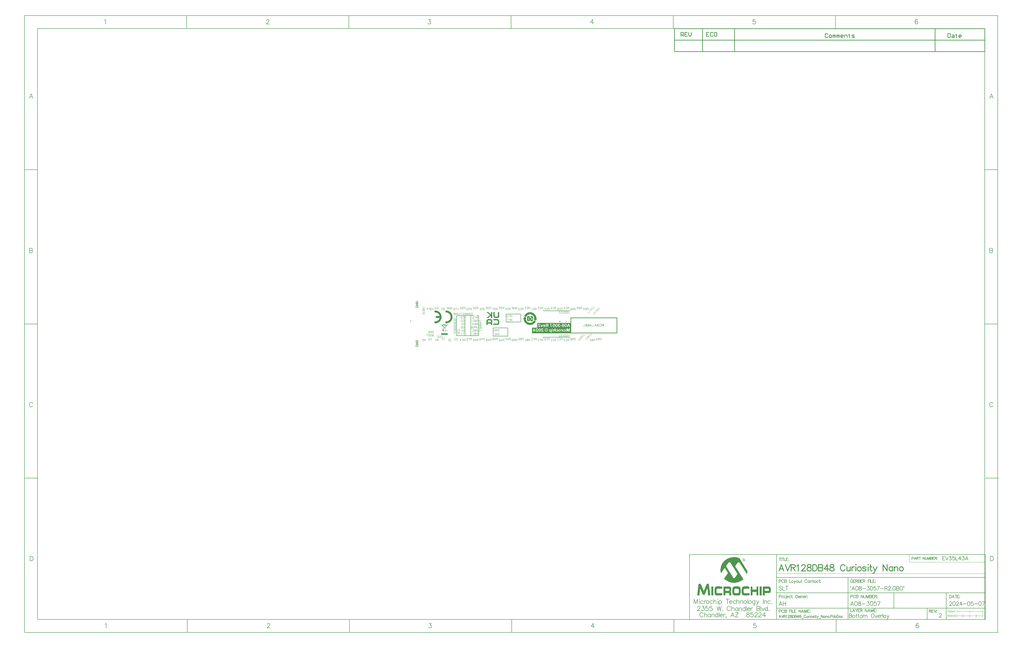
<source format=gbo>
G04*
G04 #@! TF.GenerationSoftware,Altium Limited,Altium Designer,24.4.1 (13)*
G04*
G04 Layer_Color=32896*
%FSLAX43Y43*%
%MOMM*%
G71*
G04*
G04 #@! TF.SameCoordinates,F18E46F5-819F-4097-AB80-730C87273495*
G04*
G04*
G04 #@! TF.FilePolarity,Positive*
G04*
G01*
G75*
%ADD11C,0.100*%
%ADD12C,0.254*%
%ADD13C,0.150*%
%ADD14C,0.200*%
%ADD15C,0.127*%
%ADD16C,0.125*%
%ADD18C,0.178*%
%ADD21C,0.350*%
%ADD22C,0.180*%
G36*
X34542Y12490D02*
X34021D01*
Y13361D01*
X32920Y12490D01*
X32250D01*
X33698Y13639D01*
X32243Y14782D01*
X32920D01*
X34021Y13920D01*
Y14782D01*
X34542D01*
Y12490D01*
D02*
G37*
G36*
X37250Y13282D02*
X37247Y13223D01*
X37240Y13164D01*
X37229Y13108D01*
X37212Y13056D01*
X37174Y12962D01*
X37153Y12920D01*
X37132Y12879D01*
X37111Y12844D01*
X37087Y12813D01*
X37069Y12785D01*
X37052Y12764D01*
X37035Y12747D01*
X37024Y12733D01*
X37017Y12726D01*
X37014Y12723D01*
X36969Y12681D01*
X36920Y12646D01*
X36875Y12615D01*
X36826Y12587D01*
X36778Y12566D01*
X36733Y12545D01*
X36642Y12518D01*
X36601Y12511D01*
X36566Y12504D01*
X36531Y12497D01*
X36503Y12493D01*
X36479Y12490D01*
X35764D01*
X35701Y12493D01*
X35642Y12500D01*
X35587Y12511D01*
X35531Y12528D01*
X35483Y12545D01*
X35434Y12563D01*
X35392Y12584D01*
X35351Y12608D01*
X35316Y12629D01*
X35285Y12650D01*
X35257Y12667D01*
X35233Y12688D01*
X35215Y12702D01*
X35201Y12712D01*
X35194Y12719D01*
X35191Y12723D01*
X35149Y12768D01*
X35115Y12813D01*
X35080Y12861D01*
X35056Y12907D01*
X35031Y12955D01*
X35014Y13000D01*
X34983Y13091D01*
X34976Y13129D01*
X34969Y13167D01*
X34962Y13198D01*
X34958Y13226D01*
X34955Y13250D01*
Y13268D01*
Y13278D01*
Y13282D01*
Y14782D01*
X35479D01*
Y13289D01*
X35483Y13247D01*
X35493Y13212D01*
X35507Y13177D01*
X35521Y13150D01*
X35538Y13125D01*
X35552Y13108D01*
X35563Y13098D01*
X35566Y13094D01*
X35597Y13066D01*
X35632Y13045D01*
X35667Y13032D01*
X35698Y13021D01*
X35729Y13014D01*
X35750Y13011D01*
X36441D01*
X36483Y13014D01*
X36521Y13025D01*
X36556Y13039D01*
X36583Y13052D01*
X36608Y13066D01*
X36628Y13080D01*
X36639Y13091D01*
X36642Y13094D01*
X36670Y13125D01*
X36691Y13160D01*
X36705Y13191D01*
X36715Y13223D01*
X36722Y13250D01*
X36726Y13271D01*
Y13285D01*
Y13289D01*
Y14782D01*
X37250D01*
Y13282D01*
D02*
G37*
G36*
X50481Y12278D02*
X50013D01*
Y12309D01*
Y12334D01*
X50009Y12351D01*
Y12365D01*
Y12375D01*
X50006Y12386D01*
Y12389D01*
X49995Y12407D01*
X49985Y12420D01*
X49978Y12431D01*
X49974Y12434D01*
X49957Y12448D01*
X49943Y12455D01*
X49929Y12459D01*
X49926D01*
X49905Y12455D01*
X49891Y12452D01*
X49867Y12438D01*
X49853Y12420D01*
X49849Y12417D01*
Y12414D01*
X49842Y12396D01*
X49835Y12372D01*
X49828Y12323D01*
X49825Y12299D01*
Y12282D01*
Y12268D01*
Y12264D01*
Y11865D01*
Y11827D01*
Y11795D01*
Y11764D01*
Y11740D01*
Y11695D01*
Y11667D01*
X49828Y11646D01*
Y11632D01*
Y11625D01*
X49835Y11608D01*
X49842Y11591D01*
X49853Y11580D01*
X49856Y11577D01*
X49874Y11563D01*
X49891Y11556D01*
X49905Y11552D01*
X49912D01*
X49936Y11556D01*
X49957Y11566D01*
X49974Y11577D01*
X49985Y11594D01*
X49995Y11608D01*
X49999Y11618D01*
X50002Y11629D01*
Y11632D01*
X50006Y11667D01*
X50009Y11712D01*
Y11757D01*
X50013Y11802D01*
Y11844D01*
Y11879D01*
Y11893D01*
Y11903D01*
Y11907D01*
Y11910D01*
Y12039D01*
X50481D01*
Y11931D01*
Y11879D01*
X50478Y11830D01*
X50474Y11789D01*
X50471Y11747D01*
X50464Y11674D01*
X50453Y11615D01*
X50443Y11570D01*
X50433Y11539D01*
X50429Y11521D01*
X50426Y11514D01*
X50401Y11469D01*
X50370Y11427D01*
X50335Y11393D01*
X50304Y11365D01*
X50276Y11341D01*
X50249Y11327D01*
X50235Y11316D01*
X50228Y11313D01*
X50172Y11292D01*
X50120Y11275D01*
X50065Y11264D01*
X50013Y11254D01*
X49971Y11250D01*
X49936Y11247D01*
X49905D01*
X49849Y11250D01*
X49797Y11254D01*
X49752Y11261D01*
X49710Y11271D01*
X49679Y11278D01*
X49655Y11285D01*
X49638Y11289D01*
X49634Y11292D01*
X49592Y11309D01*
X49558Y11330D01*
X49526Y11355D01*
X49502Y11375D01*
X49481Y11393D01*
X49467Y11410D01*
X49460Y11420D01*
X49457Y11424D01*
X49433Y11455D01*
X49415Y11490D01*
X49401Y11518D01*
X49391Y11545D01*
X49384Y11570D01*
X49377Y11587D01*
X49374Y11601D01*
Y11605D01*
X49367Y11646D01*
X49363Y11695D01*
X49360Y11747D01*
Y11799D01*
X49356Y11844D01*
Y11882D01*
Y11896D01*
Y11907D01*
Y11914D01*
Y11917D01*
Y12202D01*
Y12261D01*
X49360Y12316D01*
X49367Y12368D01*
X49370Y12414D01*
X49381Y12452D01*
X49388Y12490D01*
X49398Y12521D01*
X49405Y12552D01*
X49415Y12577D01*
X49426Y12598D01*
X49433Y12611D01*
X49440Y12625D01*
X49454Y12643D01*
X49457Y12650D01*
X49499Y12688D01*
X49544Y12716D01*
X49592Y12736D01*
X49638Y12750D01*
X49683Y12757D01*
X49717Y12764D01*
X49749D01*
X49811Y12757D01*
X49867Y12743D01*
X49915Y12723D01*
X49957Y12698D01*
X49988Y12670D01*
X50013Y12650D01*
X50030Y12636D01*
X50033Y12629D01*
Y12966D01*
X49447D01*
Y13285D01*
X50460D01*
X50481Y12278D01*
D02*
G37*
G36*
X49436Y14778D02*
X49558Y14768D01*
X49679Y14750D01*
X49794Y14729D01*
X49901Y14705D01*
X50006Y14674D01*
X50103Y14646D01*
X50193Y14615D01*
X50273Y14580D01*
X50346Y14552D01*
X50412Y14525D01*
X50464Y14497D01*
X50506Y14476D01*
X50537Y14459D01*
X50558Y14448D01*
X50565Y14445D01*
X50669Y14379D01*
X50769Y14309D01*
X50860Y14236D01*
X50950Y14164D01*
X51030Y14087D01*
X51103Y14011D01*
X51172Y13938D01*
X51235Y13868D01*
X51290Y13799D01*
X51339Y13736D01*
X51377Y13681D01*
X51412Y13632D01*
X51440Y13594D01*
X51457Y13563D01*
X51471Y13545D01*
X51474Y13539D01*
X51533Y13431D01*
X51585Y13320D01*
X51627Y13209D01*
X51665Y13101D01*
X51700Y12993D01*
X51728Y12889D01*
X51749Y12792D01*
X51766Y12698D01*
X51780Y12611D01*
X51790Y12532D01*
X51797Y12462D01*
X51801Y12400D01*
X51804Y12351D01*
X51808Y12316D01*
Y12302D01*
Y12292D01*
Y12289D01*
Y12285D01*
X52200D01*
X51374Y11486D01*
X50547Y12285D01*
X50974D01*
X50967Y12414D01*
X50953Y12535D01*
X50929Y12653D01*
X50898Y12761D01*
X50863Y12865D01*
X50822Y12962D01*
X50776Y13052D01*
X50731Y13136D01*
X50690Y13209D01*
X50644Y13275D01*
X50603Y13330D01*
X50568Y13375D01*
X50537Y13414D01*
X50513Y13441D01*
X50499Y13455D01*
X50492Y13462D01*
X50398Y13549D01*
X50301Y13622D01*
X50203Y13688D01*
X50103Y13743D01*
X50002Y13792D01*
X49905Y13830D01*
X49811Y13861D01*
X49717Y13889D01*
X49634Y13907D01*
X49558Y13924D01*
X49488Y13934D01*
X49426Y13941D01*
X49377Y13945D01*
X49342Y13948D01*
X49311D01*
X49210Y13945D01*
X49117Y13934D01*
X49023Y13920D01*
X48936Y13900D01*
X48849Y13875D01*
X48769Y13851D01*
X48697Y13820D01*
X48627Y13792D01*
X48565Y13764D01*
X48509Y13736D01*
X48460Y13709D01*
X48422Y13684D01*
X48388Y13664D01*
X48367Y13650D01*
X48349Y13639D01*
X48346Y13636D01*
X48269Y13577D01*
X48197Y13511D01*
X48131Y13445D01*
X48068Y13379D01*
X48013Y13309D01*
X47964Y13243D01*
X47919Y13177D01*
X47877Y13115D01*
X47846Y13052D01*
X47815Y13000D01*
X47790Y12948D01*
X47770Y12907D01*
X47756Y12872D01*
X47742Y12844D01*
X47738Y12830D01*
X47735Y12823D01*
X47252Y13285D01*
X46908Y12959D01*
X46957Y13108D01*
X47013Y13247D01*
X47075Y13379D01*
X47145Y13504D01*
X47217Y13622D01*
X47294Y13729D01*
X47367Y13827D01*
X47443Y13917D01*
X47513Y13997D01*
X47582Y14070D01*
X47641Y14129D01*
X47697Y14181D01*
X47742Y14219D01*
X47776Y14247D01*
X47787Y14257D01*
X47797Y14264D01*
X47801Y14271D01*
X47804D01*
X47929Y14361D01*
X48061Y14441D01*
X48190Y14507D01*
X48322Y14566D01*
X48450Y14615D01*
X48575Y14657D01*
X48693Y14691D01*
X48808Y14719D01*
X48912Y14740D01*
X49009Y14754D01*
X49096Y14768D01*
X49169Y14775D01*
X49200D01*
X49228Y14778D01*
X49252D01*
X49273Y14782D01*
X49311D01*
X49436Y14778D01*
D02*
G37*
G36*
X48776Y13323D02*
X48839Y13313D01*
X48894Y13299D01*
X48940Y13285D01*
X48978Y13268D01*
X49006Y13254D01*
X49023Y13243D01*
X49030Y13240D01*
X49075Y13205D01*
X49113Y13170D01*
X49144Y13136D01*
X49169Y13101D01*
X49190Y13070D01*
X49200Y13045D01*
X49207Y13028D01*
X49210Y13021D01*
X49224Y12966D01*
X49235Y12900D01*
X49245Y12830D01*
X49249Y12764D01*
X49252Y12702D01*
X49256Y12677D01*
Y12653D01*
Y12636D01*
Y12622D01*
Y12611D01*
Y12608D01*
Y11910D01*
Y11837D01*
X49252Y11775D01*
X49245Y11723D01*
X49242Y11677D01*
X49235Y11643D01*
X49231Y11622D01*
X49228Y11605D01*
Y11601D01*
X49200Y11532D01*
X49183Y11500D01*
X49169Y11473D01*
X49151Y11448D01*
X49141Y11431D01*
X49134Y11420D01*
X49131Y11417D01*
X49103Y11386D01*
X49075Y11361D01*
X49044Y11337D01*
X49016Y11320D01*
X48992Y11306D01*
X48971Y11295D01*
X48957Y11292D01*
X48954Y11289D01*
X48908Y11275D01*
X48863Y11264D01*
X48815Y11257D01*
X48769Y11254D01*
X48728Y11250D01*
X48697Y11247D01*
X48669D01*
X48624Y11250D01*
X48579Y11254D01*
X48540Y11261D01*
X48506Y11268D01*
X48478Y11275D01*
X48457Y11278D01*
X48443Y11285D01*
X48440D01*
X48401Y11302D01*
X48367Y11323D01*
X48339Y11344D01*
X48315Y11365D01*
X48294Y11386D01*
X48280Y11403D01*
X48269Y11414D01*
X48266Y11417D01*
X48242Y11452D01*
X48221Y11486D01*
X48204Y11521D01*
X48190Y11549D01*
X48179Y11573D01*
X48172Y11594D01*
X48169Y11608D01*
Y11611D01*
X48158Y11657D01*
X48151Y11709D01*
X48148Y11764D01*
X48144Y11816D01*
X48141Y11868D01*
Y11907D01*
Y11924D01*
Y11934D01*
Y11941D01*
Y11945D01*
Y12608D01*
Y12688D01*
X48144Y12757D01*
X48148Y12813D01*
X48151Y12858D01*
X48158Y12893D01*
X48162Y12917D01*
X48165Y12934D01*
Y12938D01*
X48176Y12976D01*
X48186Y13011D01*
X48200Y13042D01*
X48214Y13070D01*
X48228Y13094D01*
X48238Y13111D01*
X48245Y13122D01*
X48249Y13125D01*
X48273Y13157D01*
X48301Y13184D01*
X48332Y13209D01*
X48360Y13230D01*
X48388Y13247D01*
X48408Y13257D01*
X48422Y13264D01*
X48429Y13268D01*
X48474Y13289D01*
X48523Y13302D01*
X48572Y13313D01*
X48613Y13320D01*
X48651Y13323D01*
X48679Y13327D01*
X48707D01*
X48776Y13323D01*
D02*
G37*
G36*
X16650Y15439D02*
X16838Y15412D01*
X17014Y15378D01*
X17182Y15331D01*
X17337Y15277D01*
X17485Y15210D01*
X17620Y15143D01*
X17741Y15075D01*
X17856Y15008D01*
X17950Y14941D01*
X18037Y14880D01*
X18112Y14819D01*
X18165Y14772D01*
X18206Y14739D01*
X18233Y14712D01*
X18240Y14705D01*
X18368Y14563D01*
X18482Y14415D01*
X18583Y14267D01*
X18664Y14119D01*
X18738Y13971D01*
X18792Y13822D01*
X18846Y13674D01*
X18879Y13540D01*
X18913Y13412D01*
X18933Y13297D01*
X18954Y13189D01*
X18960Y13102D01*
X18967Y13028D01*
X18974Y12974D01*
Y12940D01*
Y12927D01*
X18967Y12738D01*
X18940Y12549D01*
X18906Y12374D01*
X18859Y12213D01*
X18805Y12058D01*
X18738Y11909D01*
X18677Y11775D01*
X18603Y11647D01*
X18536Y11539D01*
X18469Y11438D01*
X18408Y11350D01*
X18354Y11283D01*
X18307Y11222D01*
X18273Y11182D01*
X18246Y11155D01*
X18240Y11148D01*
X18098Y11020D01*
X17950Y10906D01*
X17802Y10805D01*
X17654Y10724D01*
X17499Y10650D01*
X17357Y10596D01*
X17209Y10542D01*
X17074Y10508D01*
X16946Y10475D01*
X16832Y10454D01*
X16724Y10434D01*
X16636Y10427D01*
X16562Y10421D01*
X16508Y10414D01*
X16367D01*
X16286Y10421D01*
X16205D01*
Y11182D01*
X16293Y11175D01*
X16374Y11168D01*
X16461D01*
X16596Y11175D01*
X16724Y11189D01*
X16845Y11216D01*
X16960Y11249D01*
X17074Y11290D01*
X17175Y11330D01*
X17270Y11377D01*
X17357Y11424D01*
X17438Y11472D01*
X17505Y11519D01*
X17566Y11559D01*
X17613Y11600D01*
X17654Y11633D01*
X17680Y11660D01*
X17701Y11674D01*
X17707Y11680D01*
X17795Y11781D01*
X17876Y11882D01*
X17943Y11990D01*
X18004Y12091D01*
X18051Y12199D01*
X18091Y12300D01*
X18125Y12401D01*
X18152Y12495D01*
X18179Y12590D01*
X18192Y12671D01*
X18206Y12745D01*
X18213Y12805D01*
Y12859D01*
X18219Y12893D01*
Y12920D01*
Y12927D01*
X18213Y13061D01*
X18199Y13189D01*
X18172Y13317D01*
X18139Y13432D01*
X18098Y13540D01*
X18058Y13641D01*
X18011Y13742D01*
X17963Y13822D01*
X17916Y13903D01*
X17869Y13971D01*
X17829Y14031D01*
X17788Y14078D01*
X17755Y14119D01*
X17728Y14153D01*
X17714Y14166D01*
X17707Y14173D01*
X17606Y14267D01*
X17505Y14341D01*
X17398Y14415D01*
X17297Y14476D01*
X17189Y14523D01*
X17088Y14563D01*
X16987Y14597D01*
X16892Y14624D01*
X16798Y14651D01*
X16717Y14664D01*
X16643Y14678D01*
X16582Y14685D01*
X16529Y14691D01*
X16367D01*
X16286Y14685D01*
X16252Y14678D01*
X16225D01*
X16212Y14671D01*
X16205D01*
Y15432D01*
X16293Y15439D01*
X16374Y15446D01*
X16461D01*
X16650Y15439D01*
D02*
G37*
G36*
X12372D02*
X12561Y15412D01*
X12736Y15378D01*
X12898Y15331D01*
X13053Y15277D01*
X13201Y15210D01*
X13336Y15143D01*
X13464Y15075D01*
X13571Y15008D01*
X13673Y14941D01*
X13760Y14880D01*
X13827Y14819D01*
X13888Y14772D01*
X13928Y14739D01*
X13955Y14712D01*
X13962Y14705D01*
X14090Y14563D01*
X14205Y14415D01*
X14306Y14267D01*
X14387Y14119D01*
X14461Y13971D01*
X14515Y13822D01*
X14568Y13674D01*
X14602Y13540D01*
X14636Y13412D01*
X14656Y13297D01*
X14676Y13189D01*
X14683Y13102D01*
X14690Y13028D01*
X14696Y12974D01*
Y12940D01*
Y12927D01*
X14690Y12738D01*
X14663Y12549D01*
X14629Y12374D01*
X14582Y12213D01*
X14528Y12058D01*
X14461Y11909D01*
X14400Y11775D01*
X14326Y11647D01*
X14259Y11539D01*
X14191Y11438D01*
X14131Y11350D01*
X14077Y11283D01*
X14030Y11222D01*
X13996Y11182D01*
X13969Y11155D01*
X13962Y11148D01*
X13821Y11020D01*
X13673Y10906D01*
X13524Y10805D01*
X13369Y10724D01*
X13221Y10650D01*
X13073Y10596D01*
X12932Y10542D01*
X12797Y10508D01*
X12669Y10475D01*
X12548Y10454D01*
X12447Y10434D01*
X12359Y10427D01*
X12285Y10421D01*
X12231Y10414D01*
X12090D01*
X12009Y10421D01*
X11928D01*
X11935Y11182D01*
X12022Y11175D01*
X12103Y11168D01*
X12184D01*
X12298Y11175D01*
X12406Y11182D01*
X12514Y11202D01*
X12615Y11229D01*
X12804Y11290D01*
X12891Y11323D01*
X12965Y11364D01*
X13039Y11397D01*
X13100Y11431D01*
X13154Y11465D01*
X13201Y11492D01*
X13241Y11519D01*
X13268Y11539D01*
X13282Y11546D01*
X13289Y11552D01*
X13376Y11626D01*
X13450Y11707D01*
X13524Y11788D01*
X13585Y11876D01*
X13646Y11957D01*
X13693Y12037D01*
X13774Y12199D01*
X13807Y12273D01*
X13834Y12334D01*
X13854Y12394D01*
X13875Y12448D01*
X13888Y12489D01*
X13895Y12522D01*
X13902Y12543D01*
Y12549D01*
X12433D01*
Y13304D01*
X13902D01*
X13875Y13418D01*
X13841Y13526D01*
X13753Y13721D01*
X13652Y13890D01*
X13598Y13964D01*
X13545Y14031D01*
X13497Y14092D01*
X13450Y14146D01*
X13403Y14193D01*
X13369Y14233D01*
X13336Y14260D01*
X13309Y14281D01*
X13295Y14294D01*
X13289Y14301D01*
X13194Y14368D01*
X13100Y14429D01*
X13006Y14483D01*
X12911Y14530D01*
X12817Y14563D01*
X12723Y14597D01*
X12554Y14644D01*
X12473Y14658D01*
X12406Y14671D01*
X12345Y14678D01*
X12285Y14685D01*
X12244Y14691D01*
X12090D01*
X12009Y14685D01*
X11975Y14678D01*
X11948D01*
X11935Y14671D01*
X11928D01*
Y15432D01*
X12029Y15439D01*
X12110Y15446D01*
X12184D01*
X12372Y15439D01*
D02*
G37*
G36*
X63682Y11110D02*
X63318D01*
Y11228D01*
X63682D01*
Y11110D01*
D02*
G37*
G36*
X61024Y11225D02*
X61285D01*
Y11115D01*
X61024D01*
Y10851D01*
X60913D01*
Y11115D01*
X60651D01*
Y11225D01*
X60913D01*
Y11487D01*
X61024D01*
Y11225D01*
D02*
G37*
G36*
X48085Y12285D02*
X47651D01*
X47658Y12157D01*
X47672Y12035D01*
X47697Y11920D01*
X47728Y11809D01*
X47766Y11705D01*
X47808Y11608D01*
X47849Y11521D01*
X47895Y11438D01*
X47943Y11365D01*
X47985Y11299D01*
X48026Y11243D01*
X48065Y11195D01*
X48096Y11157D01*
X48120Y11129D01*
X48134Y11115D01*
X48141Y11108D01*
X48235Y11025D01*
X48332Y10948D01*
X48429Y10886D01*
X48530Y10830D01*
X48627Y10782D01*
X48724Y10743D01*
X48818Y10712D01*
X48908Y10684D01*
X48992Y10667D01*
X49068Y10650D01*
X49138Y10639D01*
X49197Y10632D01*
X49245Y10629D01*
X49280Y10625D01*
X49311D01*
X49408Y10629D01*
X49506Y10639D01*
X49599Y10653D01*
X49690Y10674D01*
X49773Y10698D01*
X49853Y10723D01*
X49929Y10750D01*
X49999Y10782D01*
X50061Y10809D01*
X50117Y10837D01*
X50165Y10861D01*
X50207Y10886D01*
X50238Y10907D01*
X50263Y10921D01*
X50280Y10931D01*
X50283Y10934D01*
X50363Y10997D01*
X50433Y11059D01*
X50499Y11125D01*
X50561Y11195D01*
X50617Y11261D01*
X50665Y11330D01*
X50710Y11396D01*
X50749Y11459D01*
X50783Y11521D01*
X50811Y11573D01*
X50835Y11625D01*
X50853Y11667D01*
X50870Y11702D01*
X50881Y11730D01*
X50884Y11743D01*
X50888Y11750D01*
X51374Y11289D01*
X51714Y11615D01*
X51665Y11466D01*
X51610Y11327D01*
X51547Y11191D01*
X51478Y11066D01*
X51408Y10948D01*
X51332Y10841D01*
X51256Y10740D01*
X51183Y10650D01*
X51113Y10570D01*
X51044Y10500D01*
X50981Y10438D01*
X50929Y10389D01*
X50884Y10348D01*
X50849Y10320D01*
X50839Y10309D01*
X50828Y10302D01*
X50825Y10296D01*
X50822D01*
X50693Y10209D01*
X50565Y10129D01*
X50436Y10063D01*
X50304Y10004D01*
X50176Y9955D01*
X50051Y9914D01*
X49929Y9882D01*
X49815Y9855D01*
X49710Y9834D01*
X49613Y9820D01*
X49526Y9806D01*
X49454Y9799D01*
X49422D01*
X49394Y9796D01*
X49370D01*
X49349Y9792D01*
X49311D01*
X49186Y9796D01*
X49065Y9806D01*
X48943Y9823D01*
X48829Y9844D01*
X48721Y9868D01*
X48617Y9896D01*
X48523Y9927D01*
X48433Y9959D01*
X48349Y9990D01*
X48276Y10021D01*
X48214Y10049D01*
X48162Y10073D01*
X48117Y10094D01*
X48085Y10111D01*
X48068Y10122D01*
X48061Y10125D01*
X47957Y10191D01*
X47856Y10261D01*
X47763Y10334D01*
X47676Y10410D01*
X47596Y10486D01*
X47520Y10563D01*
X47450Y10636D01*
X47391Y10705D01*
X47335Y10775D01*
X47287Y10837D01*
X47245Y10893D01*
X47214Y10941D01*
X47186Y10980D01*
X47165Y11011D01*
X47155Y11028D01*
X47151Y11035D01*
X47092Y11143D01*
X47040Y11254D01*
X46995Y11365D01*
X46957Y11473D01*
X46922Y11580D01*
X46898Y11681D01*
X46874Y11782D01*
X46856Y11875D01*
X46842Y11962D01*
X46832Y12042D01*
X46825Y12111D01*
X46818Y12170D01*
Y12219D01*
X46815Y12254D01*
Y12268D01*
Y12278D01*
Y12282D01*
Y12285D01*
X46422D01*
X47252Y13077D01*
X48085Y12285D01*
D02*
G37*
G36*
X36514Y12073D02*
X36573Y12066D01*
X36628Y12056D01*
X36681Y12039D01*
X36778Y12000D01*
X36819Y11980D01*
X36861Y11959D01*
X36896Y11934D01*
X36927Y11914D01*
X36955Y11893D01*
X36976Y11875D01*
X36993Y11858D01*
X37007Y11848D01*
X37014Y11841D01*
X37017Y11837D01*
X37059Y11792D01*
X37094Y11743D01*
X37125Y11695D01*
X37153Y11646D01*
X37174Y11598D01*
X37194Y11549D01*
X37222Y11459D01*
X37229Y11417D01*
X37236Y11379D01*
X37243Y11348D01*
X37247Y11316D01*
X37250Y11292D01*
Y11275D01*
Y11264D01*
Y11261D01*
Y10591D01*
X37247Y10511D01*
X37233Y10438D01*
X37215Y10368D01*
X37194Y10309D01*
X37177Y10257D01*
X37160Y10219D01*
X37153Y10205D01*
X37146Y10195D01*
X37142Y10191D01*
Y10188D01*
X37101Y10122D01*
X37052Y10063D01*
X37003Y10014D01*
X36958Y9973D01*
X36917Y9938D01*
X36885Y9914D01*
X36872Y9903D01*
X36861Y9900D01*
X36858Y9893D01*
X36854D01*
X36785Y9858D01*
X36715Y9830D01*
X36646Y9813D01*
X36587Y9799D01*
X36531Y9792D01*
X36510Y9789D01*
X36490D01*
X36476Y9785D01*
X34955D01*
Y10306D01*
X36448D01*
X36490Y10309D01*
X36528Y10320D01*
X36563Y10334D01*
X36590Y10348D01*
X36615Y10361D01*
X36632Y10375D01*
X36642Y10386D01*
X36646Y10389D01*
X36674Y10424D01*
X36691Y10459D01*
X36705Y10490D01*
X36715Y10521D01*
X36722Y10549D01*
X36726Y10570D01*
Y10587D01*
Y10591D01*
Y11261D01*
X36722Y11306D01*
X36712Y11344D01*
X36701Y11379D01*
X36684Y11410D01*
X36670Y11434D01*
X36660Y11455D01*
X36649Y11466D01*
X36646Y11469D01*
X36615Y11497D01*
X36580Y11518D01*
X36545Y11535D01*
X36514Y11545D01*
X36490Y11552D01*
X36465Y11556D01*
X34955D01*
Y12077D01*
X36455D01*
X36514Y12073D01*
D02*
G37*
G36*
X33799D02*
X33858Y12066D01*
X33913Y12056D01*
X33965Y12042D01*
X34017Y12021D01*
X34063Y12004D01*
X34108Y11983D01*
X34146Y11962D01*
X34181Y11938D01*
X34212Y11917D01*
X34240Y11900D01*
X34264Y11882D01*
X34281Y11865D01*
X34295Y11855D01*
X34302Y11848D01*
X34306Y11844D01*
X34347Y11799D01*
X34382Y11754D01*
X34413Y11705D01*
X34441Y11657D01*
X34465Y11611D01*
X34483Y11563D01*
X34510Y11476D01*
X34521Y11434D01*
X34528Y11400D01*
X34535Y11365D01*
X34538Y11337D01*
X34542Y11313D01*
Y11295D01*
Y11285D01*
Y11282D01*
Y9785D01*
X34021D01*
Y10306D01*
X32771D01*
Y9785D01*
X32250D01*
Y11282D01*
X32254Y11344D01*
X32260Y11400D01*
X32271Y11455D01*
X32288Y11507D01*
X32323Y11605D01*
X32347Y11646D01*
X32368Y11688D01*
X32389Y11723D01*
X32410Y11754D01*
X32431Y11782D01*
X32448Y11802D01*
X32465Y11820D01*
X32476Y11834D01*
X32483Y11841D01*
X32486Y11844D01*
X32531Y11886D01*
X32576Y11920D01*
X32625Y11952D01*
X32674Y11980D01*
X32722Y12000D01*
X32767Y12021D01*
X32854Y12049D01*
X32896Y12056D01*
X32934Y12063D01*
X32965Y12070D01*
X32993Y12073D01*
X33017Y12077D01*
X33736D01*
X33799Y12073D01*
D02*
G37*
G36*
X17247Y10081D02*
X16458Y9262D01*
X16438Y9040D01*
X16385Y8505D01*
X16347Y8116D01*
X17191Y7248D01*
X17132Y7192D01*
X16340Y8008D01*
X16292Y7508D01*
X16267D01*
Y7317D01*
X16090D01*
Y7508D01*
X15545D01*
X15524Y7470D01*
X15500Y7436D01*
X15458Y7390D01*
X15406Y7359D01*
X15347Y7338D01*
X15295Y7331D01*
X15236Y7335D01*
X15191Y7345D01*
X15146Y7366D01*
X15104Y7390D01*
X15070Y7425D01*
X15038Y7470D01*
X15014Y7522D01*
X15000Y7571D01*
X14997Y7609D01*
X15000Y7658D01*
X15007Y7696D01*
X15021Y7734D01*
X15042Y7772D01*
X15066Y7804D01*
X15101Y7835D01*
X15132Y7859D01*
X15167Y7873D01*
X15160Y7915D01*
X14465Y7196D01*
X14406Y7252D01*
X15153Y8026D01*
X15094Y8699D01*
X15052Y9189D01*
X14826D01*
Y9501D01*
X14886D01*
X14323Y10081D01*
X14379Y10137D01*
X14913Y9592D01*
Y9630D01*
X14899Y9640D01*
X14886Y9647D01*
X14872Y9661D01*
X14858Y9679D01*
X14851Y9699D01*
X14844Y9717D01*
Y9741D01*
X14847Y9769D01*
X14854Y9790D01*
X14875Y9821D01*
X14896Y9842D01*
X14927Y9856D01*
X14958Y9859D01*
X14993Y9856D01*
X15021Y9842D01*
X15045Y9828D01*
X15056Y9817D01*
X15076Y9835D01*
X15111Y9856D01*
X15156Y9880D01*
X15215Y9901D01*
X15281Y9922D01*
X15344Y9936D01*
X15413Y9946D01*
X15469Y9953D01*
Y10022D01*
X15917D01*
Y9963D01*
X15951D01*
X16010Y9956D01*
X16070Y9949D01*
X16129Y9939D01*
Y9977D01*
X16323D01*
Y9883D01*
X16344Y9873D01*
X16375Y9859D01*
X16410Y9838D01*
X16438Y9821D01*
X16465Y9797D01*
X16479Y9779D01*
X16493Y9765D01*
X16504Y9745D01*
X16500Y9713D01*
X16611D01*
Y9571D01*
X16486D01*
X16469Y9387D01*
X17191Y10137D01*
X17247Y10081D01*
D02*
G37*
G36*
X76863Y10181D02*
X76886Y10180D01*
X76930Y10173D01*
X76951Y10168D01*
X76970Y10163D01*
X76989Y10158D01*
X77006Y10153D01*
X77020Y10147D01*
X77034Y10142D01*
X77047Y10137D01*
X77056Y10133D01*
X77065Y10128D01*
X77070Y10125D01*
X77074Y10124D01*
X77075Y10123D01*
X77094Y10111D01*
X77113Y10099D01*
X77130Y10085D01*
X77146Y10071D01*
X77161Y10056D01*
X77175Y10043D01*
X77186Y10028D01*
X77198Y10015D01*
X77207Y10002D01*
X77216Y9990D01*
X77223Y9979D01*
X77230Y9970D01*
X77234Y9961D01*
X77237Y9956D01*
X77239Y9952D01*
X77240Y9951D01*
X77251Y9930D01*
X77259Y9906D01*
X77267Y9884D01*
X77274Y9862D01*
X77285Y9817D01*
X77288Y9795D01*
X77291Y9775D01*
X77293Y9756D01*
X77295Y9739D01*
X77296Y9724D01*
X77297Y9710D01*
X77298Y9699D01*
Y9691D01*
Y9687D01*
Y9685D01*
X77297Y9659D01*
X77296Y9634D01*
X77290Y9585D01*
X77287Y9562D01*
X77282Y9541D01*
X77277Y9521D01*
X77273Y9502D01*
X77268Y9485D01*
X77263Y9469D01*
X77259Y9456D01*
X77255Y9445D01*
X77252Y9436D01*
X77250Y9429D01*
X77249Y9425D01*
X77248Y9424D01*
X77237Y9401D01*
X77226Y9380D01*
X77215Y9361D01*
X77202Y9343D01*
X77189Y9326D01*
X77178Y9312D01*
X77165Y9298D01*
X77154Y9285D01*
X77142Y9273D01*
X77131Y9264D01*
X77122Y9257D01*
X77113Y9249D01*
X77107Y9244D01*
X77102Y9241D01*
X77099Y9239D01*
X77098Y9238D01*
X77078Y9226D01*
X77058Y9216D01*
X77037Y9208D01*
X77015Y9201D01*
X76994Y9195D01*
X76973Y9190D01*
X76952Y9186D01*
X76932Y9183D01*
X76913Y9179D01*
X76896Y9177D01*
X76880Y9176D01*
X76867Y9175D01*
X76856Y9174D01*
X76841D01*
X76812Y9175D01*
X76786Y9177D01*
X76760Y9182D01*
X76736Y9187D01*
X76713Y9193D01*
X76692Y9201D01*
X76673Y9208D01*
X76655Y9215D01*
X76638Y9223D01*
X76624Y9230D01*
X76611Y9238D01*
X76602Y9244D01*
X76593Y9249D01*
X76588Y9253D01*
X76584Y9256D01*
X76583Y9257D01*
X76564Y9273D01*
X76546Y9291D01*
X76530Y9310D01*
X76515Y9329D01*
X76502Y9350D01*
X76490Y9371D01*
X76479Y9390D01*
X76470Y9410D01*
X76461Y9428D01*
X76455Y9445D01*
X76449Y9460D01*
X76445Y9473D01*
X76440Y9485D01*
X76438Y9492D01*
X76436Y9497D01*
Y9500D01*
X76565Y9532D01*
X76570Y9510D01*
X76578Y9489D01*
X76585Y9469D01*
X76592Y9451D01*
X76601Y9434D01*
X76609Y9419D01*
X76618Y9406D01*
X76626Y9393D01*
X76635Y9382D01*
X76642Y9373D01*
X76649Y9364D01*
X76655Y9358D01*
X76660Y9353D01*
X76664Y9350D01*
X76666Y9347D01*
X76667Y9346D01*
X76682Y9336D01*
X76697Y9326D01*
X76712Y9318D01*
X76728Y9310D01*
X76744Y9304D01*
X76758Y9299D01*
X76788Y9291D01*
X76801Y9289D01*
X76813Y9287D01*
X76824Y9286D01*
X76833Y9285D01*
X76841Y9284D01*
X76851D01*
X76868Y9285D01*
X76884Y9286D01*
X76915Y9291D01*
X76943Y9299D01*
X76968Y9307D01*
X76978Y9312D01*
X76988Y9315D01*
X76996Y9319D01*
X77003Y9322D01*
X77010Y9325D01*
X77014Y9327D01*
X77016Y9329D01*
X77017D01*
X77031Y9339D01*
X77044Y9349D01*
X77067Y9371D01*
X77086Y9393D01*
X77102Y9416D01*
X77113Y9436D01*
X77119Y9445D01*
X77123Y9453D01*
X77125Y9459D01*
X77127Y9464D01*
X77129Y9467D01*
Y9468D01*
X77141Y9504D01*
X77150Y9541D01*
X77157Y9578D01*
X77159Y9595D01*
X77161Y9612D01*
X77162Y9627D01*
X77163Y9641D01*
X77164Y9654D01*
Y9664D01*
X77165Y9674D01*
Y9680D01*
Y9685D01*
Y9686D01*
X77164Y9721D01*
X77161Y9755D01*
X77156Y9787D01*
X77154Y9802D01*
X77150Y9816D01*
X77147Y9827D01*
X77145Y9839D01*
X77142Y9848D01*
X77140Y9857D01*
X77139Y9863D01*
X77137Y9868D01*
X77136Y9872D01*
Y9873D01*
X77122Y9905D01*
X77106Y9934D01*
X77089Y9958D01*
X77080Y9969D01*
X77071Y9979D01*
X77063Y9988D01*
X77055Y9995D01*
X77048Y10003D01*
X77043Y10008D01*
X77037Y10012D01*
X77033Y10015D01*
X77031Y10016D01*
X77030Y10017D01*
X77015Y10027D01*
X77000Y10035D01*
X76984Y10043D01*
X76969Y10049D01*
X76937Y10059D01*
X76906Y10066D01*
X76894Y10068D01*
X76881Y10069D01*
X76869Y10070D01*
X76860Y10071D01*
X76851Y10072D01*
X76823D01*
X76806Y10070D01*
X76774Y10065D01*
X76747Y10056D01*
X76735Y10052D01*
X76723Y10048D01*
X76713Y10044D01*
X76704Y10040D01*
X76697Y10035D01*
X76691Y10031D01*
X76685Y10028D01*
X76682Y10026D01*
X76680Y10025D01*
X76679Y10024D01*
X76667Y10014D01*
X76656Y10004D01*
X76637Y9979D01*
X76619Y9953D01*
X76605Y9928D01*
X76595Y9904D01*
X76589Y9895D01*
X76586Y9886D01*
X76583Y9879D01*
X76582Y9873D01*
X76580Y9869D01*
Y9868D01*
X76453Y9898D01*
X76461Y9922D01*
X76471Y9946D01*
X76480Y9968D01*
X76492Y9988D01*
X76503Y10007D01*
X76514Y10024D01*
X76526Y10040D01*
X76537Y10053D01*
X76549Y10066D01*
X76559Y10077D01*
X76568Y10086D01*
X76577Y10093D01*
X76583Y10100D01*
X76588Y10104D01*
X76591Y10106D01*
X76592Y10107D01*
X76611Y10121D01*
X76632Y10131D01*
X76652Y10142D01*
X76673Y10150D01*
X76694Y10158D01*
X76714Y10164D01*
X76734Y10168D01*
X76753Y10173D01*
X76771Y10176D01*
X76787Y10178D01*
X76802Y10180D01*
X76814Y10181D01*
X76825Y10182D01*
X76839D01*
X76863Y10181D01*
D02*
G37*
G36*
X78170Y9190D02*
X78041D01*
Y9586D01*
X77792D01*
X77754Y9587D01*
X77720Y9590D01*
X77688Y9595D01*
X77659Y9600D01*
X77633Y9606D01*
X77609Y9614D01*
X77589Y9621D01*
X77570Y9630D01*
X77554Y9637D01*
X77540Y9644D01*
X77529Y9652D01*
X77520Y9658D01*
X77513Y9664D01*
X77509Y9669D01*
X77505Y9671D01*
X77504Y9672D01*
X77491Y9689D01*
X77478Y9706D01*
X77467Y9724D01*
X77459Y9742D01*
X77450Y9760D01*
X77444Y9776D01*
X77439Y9793D01*
X77435Y9809D01*
X77431Y9825D01*
X77429Y9839D01*
X77427Y9850D01*
X77426Y9861D01*
X77425Y9870D01*
Y9877D01*
Y9881D01*
Y9882D01*
X77426Y9909D01*
X77429Y9934D01*
X77435Y9956D01*
X77440Y9976D01*
X77446Y9992D01*
X77448Y9999D01*
X77450Y10005D01*
X77453Y10009D01*
X77455Y10012D01*
X77456Y10014D01*
Y10015D01*
X77467Y10037D01*
X77480Y10055D01*
X77494Y10072D01*
X77505Y10085D01*
X77517Y10096D01*
X77525Y10103D01*
X77532Y10108D01*
X77533Y10109D01*
X77534D01*
X77553Y10121D01*
X77573Y10130D01*
X77593Y10139D01*
X77612Y10145D01*
X77629Y10150D01*
X77636Y10152D01*
X77643Y10154D01*
X77647Y10155D01*
X77651D01*
X77653Y10156D01*
X77654D01*
X77664Y10158D01*
X77675Y10159D01*
X77699Y10161D01*
X77723Y10163D01*
X77747Y10164D01*
X77768Y10165D01*
X78170D01*
Y9190D01*
D02*
G37*
G36*
X76283D02*
X75912D01*
X75878Y9191D01*
X75848Y9192D01*
X75821Y9195D01*
X75808Y9196D01*
X75798Y9198D01*
X75788Y9200D01*
X75780Y9201D01*
X75772Y9203D01*
X75766Y9204D01*
X75761Y9205D01*
X75758D01*
X75756Y9206D01*
X75755D01*
X75731Y9212D01*
X75710Y9220D01*
X75692Y9228D01*
X75677Y9235D01*
X75665Y9243D01*
X75655Y9248D01*
X75650Y9252D01*
X75648Y9253D01*
X75632Y9267D01*
X75618Y9282D01*
X75606Y9297D01*
X75596Y9312D01*
X75588Y9324D01*
X75581Y9335D01*
X75579Y9339D01*
X75577Y9342D01*
X75576Y9343D01*
Y9344D01*
X75566Y9366D01*
X75559Y9390D01*
X75554Y9411D01*
X75550Y9431D01*
X75547Y9448D01*
Y9454D01*
X75546Y9460D01*
Y9466D01*
Y9469D01*
Y9471D01*
Y9472D01*
Y9488D01*
X75548Y9503D01*
X75554Y9531D01*
X75562Y9557D01*
X75571Y9578D01*
X75575Y9587D01*
X75579Y9596D01*
X75583Y9603D01*
X75588Y9609D01*
X75591Y9614D01*
X75593Y9617D01*
X75594Y9619D01*
X75595Y9620D01*
X75614Y9642D01*
X75636Y9660D01*
X75658Y9676D01*
X75681Y9688D01*
X75700Y9697D01*
X75708Y9700D01*
X75715Y9704D01*
X75722Y9706D01*
X75726Y9708D01*
X75729Y9709D01*
X75730D01*
X75706Y9723D01*
X75686Y9737D01*
X75668Y9752D01*
X75654Y9766D01*
X75643Y9779D01*
X75635Y9788D01*
X75632Y9792D01*
X75630Y9795D01*
X75629Y9797D01*
Y9798D01*
X75617Y9819D01*
X75609Y9839D01*
X75602Y9859D01*
X75598Y9877D01*
X75596Y9893D01*
X75594Y9904D01*
Y9909D01*
Y9912D01*
Y9914D01*
Y9915D01*
X75596Y9940D01*
X75600Y9963D01*
X75607Y9986D01*
X75613Y10005D01*
X75620Y10021D01*
X75623Y10028D01*
X75627Y10033D01*
X75630Y10037D01*
X75631Y10041D01*
X75633Y10043D01*
Y10044D01*
X75649Y10065D01*
X75666Y10084D01*
X75683Y10100D01*
X75700Y10112D01*
X75715Y10122D01*
X75727Y10129D01*
X75732Y10131D01*
X75735Y10134D01*
X75738Y10135D01*
X75739D01*
X75766Y10145D01*
X75795Y10153D01*
X75825Y10158D01*
X75853Y10161D01*
X75867Y10163D01*
X75878Y10164D01*
X75890D01*
X75899Y10165D01*
X76283D01*
Y9190D01*
D02*
G37*
G36*
X75475D02*
X75338D01*
X75233Y9485D01*
X74823D01*
X74710Y9190D01*
X74563D01*
X74962Y10165D01*
X75102D01*
X75475Y9190D01*
D02*
G37*
G36*
X74087D02*
X73477D01*
Y9305D01*
X73958D01*
Y10165D01*
X74087D01*
Y9190D01*
D02*
G37*
G36*
X73430D02*
X73294D01*
X73188Y9485D01*
X72778D01*
X72665Y9190D01*
X72518D01*
X72917Y10165D01*
X73057D01*
X73430Y9190D01*
D02*
G37*
G36*
X72421D02*
X72050D01*
X72016Y9191D01*
X71985Y9192D01*
X71959Y9195D01*
X71946Y9196D01*
X71936Y9198D01*
X71926Y9200D01*
X71918Y9201D01*
X71910Y9203D01*
X71904Y9204D01*
X71899Y9205D01*
X71896D01*
X71894Y9206D01*
X71893D01*
X71869Y9212D01*
X71848Y9220D01*
X71830Y9228D01*
X71815Y9235D01*
X71803Y9243D01*
X71793Y9248D01*
X71788Y9252D01*
X71786Y9253D01*
X71770Y9267D01*
X71756Y9282D01*
X71744Y9297D01*
X71734Y9312D01*
X71726Y9324D01*
X71719Y9335D01*
X71717Y9339D01*
X71715Y9342D01*
X71714Y9343D01*
Y9344D01*
X71704Y9366D01*
X71697Y9390D01*
X71692Y9411D01*
X71688Y9431D01*
X71685Y9448D01*
Y9454D01*
X71684Y9460D01*
Y9466D01*
Y9469D01*
Y9471D01*
Y9472D01*
Y9488D01*
X71686Y9503D01*
X71692Y9531D01*
X71700Y9557D01*
X71709Y9578D01*
X71713Y9587D01*
X71717Y9596D01*
X71721Y9603D01*
X71726Y9609D01*
X71729Y9614D01*
X71731Y9617D01*
X71732Y9619D01*
X71733Y9620D01*
X71752Y9642D01*
X71774Y9660D01*
X71796Y9676D01*
X71819Y9688D01*
X71838Y9697D01*
X71846Y9700D01*
X71853Y9704D01*
X71860Y9706D01*
X71864Y9708D01*
X71867Y9709D01*
X71868D01*
X71844Y9723D01*
X71824Y9737D01*
X71806Y9752D01*
X71792Y9766D01*
X71781Y9779D01*
X71773Y9788D01*
X71770Y9792D01*
X71768Y9795D01*
X71767Y9797D01*
Y9798D01*
X71755Y9819D01*
X71747Y9839D01*
X71740Y9859D01*
X71736Y9877D01*
X71734Y9893D01*
X71732Y9904D01*
Y9909D01*
Y9912D01*
Y9914D01*
Y9915D01*
X71734Y9940D01*
X71738Y9963D01*
X71745Y9986D01*
X71751Y10005D01*
X71758Y10021D01*
X71761Y10028D01*
X71765Y10033D01*
X71768Y10037D01*
X71769Y10041D01*
X71771Y10043D01*
Y10044D01*
X71787Y10065D01*
X71804Y10084D01*
X71821Y10100D01*
X71838Y10112D01*
X71853Y10122D01*
X71865Y10129D01*
X71870Y10131D01*
X71873Y10134D01*
X71876Y10135D01*
X71877D01*
X71904Y10145D01*
X71933Y10153D01*
X71963Y10158D01*
X71991Y10161D01*
X72005Y10163D01*
X72016Y10164D01*
X72028D01*
X72037Y10165D01*
X72421D01*
Y9190D01*
D02*
G37*
G36*
X71504D02*
X70776Y9190D01*
Y9305D01*
X71375Y9305D01*
Y9637D01*
X70835Y9637D01*
Y9752D01*
X71375Y9752D01*
Y10050D01*
X70798Y10050D01*
Y10165D01*
X71504Y10165D01*
Y9190D01*
D02*
G37*
G36*
X70603Y9190D02*
X69994D01*
Y9305D01*
X70474D01*
Y10165D01*
X70603D01*
Y9190D01*
D02*
G37*
G36*
X65250Y8704D02*
Y6525D01*
X50132D01*
Y8745D01*
X52141D01*
Y10581D01*
X65250D01*
Y8704D01*
D02*
G37*
G36*
X17076Y6550D02*
Y6540D01*
Y6522D01*
Y6505D01*
Y6484D01*
Y6470D01*
Y6456D01*
Y6453D01*
Y6377D01*
Y6342D01*
Y6307D01*
Y6279D01*
Y6255D01*
Y6241D01*
Y6234D01*
Y6193D01*
Y6151D01*
Y6113D01*
Y6081D01*
Y6054D01*
Y6033D01*
Y6019D01*
Y6015D01*
Y5984D01*
Y5960D01*
Y5943D01*
Y5932D01*
Y5925D01*
Y5918D01*
X14535D01*
Y5922D01*
Y5932D01*
Y5949D01*
Y5967D01*
Y5984D01*
Y6002D01*
Y6012D01*
Y6015D01*
Y6092D01*
Y6130D01*
Y6161D01*
Y6193D01*
Y6213D01*
Y6231D01*
Y6234D01*
Y6279D01*
Y6321D01*
Y6356D01*
Y6390D01*
Y6415D01*
Y6436D01*
Y6449D01*
Y6453D01*
Y6488D01*
Y6512D01*
Y6529D01*
Y6540D01*
Y6550D01*
Y6554D01*
X17076D01*
Y6550D01*
D02*
G37*
G36*
X133107Y-81546D02*
X133192Y-81567D01*
X133298Y-81610D01*
X133404Y-81673D01*
X133488Y-81768D01*
X133552Y-81906D01*
X133563Y-81980D01*
X133573Y-82075D01*
Y-82086D01*
Y-82096D01*
X133563Y-82160D01*
X133541Y-82255D01*
X133510Y-82361D01*
X133436Y-82467D01*
X133340Y-82562D01*
X133277Y-82604D01*
X133203Y-82625D01*
X133118Y-82647D01*
X133023Y-82657D01*
X132981D01*
X132938Y-82647D01*
X132885Y-82636D01*
X132811Y-82615D01*
X132748Y-82583D01*
X132674Y-82541D01*
X132610Y-82488D01*
X132600Y-82477D01*
X132589Y-82456D01*
X132557Y-82424D01*
X132526Y-82371D01*
X132494Y-82308D01*
X132473Y-82244D01*
X132451Y-82160D01*
X132441Y-82075D01*
Y-82065D01*
Y-82033D01*
X132451Y-82001D01*
X132462Y-81948D01*
X132483Y-81885D01*
X132515Y-81821D01*
X132557Y-81758D01*
X132610Y-81694D01*
X132621Y-81684D01*
X132642Y-81673D01*
X132674Y-81641D01*
X132727Y-81610D01*
X132790Y-81588D01*
X132854Y-81557D01*
X132938Y-81546D01*
X133023Y-81535D01*
X133044D01*
X133107Y-81546D01*
D02*
G37*
G36*
X129393Y-81049D02*
X129499D01*
X129616Y-81059D01*
X129753Y-81070D01*
X129891Y-81091D01*
X130049Y-81112D01*
X130219Y-81144D01*
X130557Y-81218D01*
X130917Y-81324D01*
X131266Y-81461D01*
X134441Y-86498D01*
Y-86509D01*
Y-86541D01*
X134430Y-86593D01*
Y-86657D01*
X134420Y-86742D01*
X134398Y-86826D01*
X134356Y-87038D01*
Y-87049D01*
X134346Y-87091D01*
X134335Y-87144D01*
X134314Y-87228D01*
X134282Y-87324D01*
X134261Y-87429D01*
X134187Y-87662D01*
X131436Y-83366D01*
X131425Y-83356D01*
X131393Y-83313D01*
X131351Y-83260D01*
X131298Y-83197D01*
X131224Y-83133D01*
X131139Y-83080D01*
X131044Y-83038D01*
X130938Y-83027D01*
X130896D01*
X130854Y-83049D01*
X130790Y-83070D01*
X130727Y-83102D01*
X130653Y-83165D01*
X130568Y-83239D01*
X130483Y-83345D01*
X129563Y-84604D01*
X132801Y-89704D01*
X132779Y-89715D01*
X132727Y-89768D01*
X132642Y-89831D01*
X132526Y-89916D01*
X132377Y-90022D01*
X132197Y-90138D01*
X131986Y-90265D01*
X131753Y-90392D01*
X131489Y-90519D01*
X131203Y-90646D01*
X130896Y-90763D01*
X130568Y-90868D01*
X130219Y-90953D01*
X129848Y-91017D01*
X129457Y-91070D01*
X129055Y-91080D01*
X128959D01*
X128907Y-91070D01*
X128843D01*
X128684Y-91059D01*
X128494Y-91027D01*
X128272Y-90995D01*
X128018Y-90943D01*
X127753Y-90868D01*
X127457Y-90784D01*
X127150Y-90678D01*
X126833Y-90540D01*
X126515Y-90382D01*
X126187Y-90191D01*
X125859Y-89969D01*
X125542Y-89715D01*
X125235Y-89429D01*
X126610Y-87535D01*
X126621Y-87525D01*
X126632Y-87504D01*
X126642Y-87472D01*
X126653Y-87429D01*
X126663Y-87377D01*
X126684Y-87313D01*
X126695Y-87228D01*
Y-87218D01*
Y-87197D01*
X126684Y-87165D01*
X126674Y-87123D01*
X126663Y-87070D01*
X126632Y-87006D01*
X126600Y-86932D01*
X126547Y-86847D01*
X125531Y-85260D01*
X124018Y-87355D01*
Y-87345D01*
X124007Y-87324D01*
X123997Y-87292D01*
X123986Y-87239D01*
X123976Y-87186D01*
X123965Y-87112D01*
X123933Y-86943D01*
X123891Y-86742D01*
X123870Y-86509D01*
X123849Y-86255D01*
X123838Y-85980D01*
Y-85969D01*
Y-85959D01*
Y-85895D01*
X123849Y-85789D01*
X123859Y-85652D01*
X123880Y-85482D01*
X123912Y-85281D01*
X123965Y-85059D01*
X124018Y-84816D01*
X124092Y-84562D01*
X124187Y-84287D01*
X124314Y-84012D01*
X124452Y-83715D01*
X124621Y-83430D01*
X124811Y-83144D01*
X125034Y-82858D01*
X125288Y-82583D01*
X125309Y-82562D01*
X125362Y-82520D01*
X125446Y-82435D01*
X125563Y-82340D01*
X125722Y-82223D01*
X125901Y-82096D01*
X126113Y-81959D01*
X126356Y-81811D01*
X126632Y-81662D01*
X126928Y-81525D01*
X127245Y-81398D01*
X127594Y-81282D01*
X127965Y-81176D01*
X128356Y-81102D01*
X128769Y-81059D01*
X129203Y-81038D01*
X129319D01*
X129393Y-81049D01*
D02*
G37*
G36*
X134663Y-92509D02*
X134748D01*
X134822Y-92519D01*
X134875Y-92530D01*
X134885D01*
X134917Y-92540D01*
X134959Y-92562D01*
X135012Y-92593D01*
X135065Y-92636D01*
X135118Y-92699D01*
X135160Y-92773D01*
X135192Y-92868D01*
Y-92879D01*
Y-92900D01*
X135203Y-92942D01*
Y-93006D01*
Y-93080D01*
X135213Y-93175D01*
Y-93292D01*
Y-93419D01*
X133330Y-93376D01*
X133309D01*
X133266Y-93387D01*
X133192Y-93408D01*
X133118Y-93461D01*
X133033Y-93535D01*
X133002Y-93599D01*
X132959Y-93662D01*
X132938Y-93736D01*
X132917Y-93831D01*
X132896Y-93937D01*
Y-94064D01*
Y-94456D01*
Y-94466D01*
Y-94487D01*
Y-94519D01*
X132906Y-94561D01*
X132917Y-94678D01*
X132949Y-94794D01*
X133002Y-94921D01*
X133076Y-95038D01*
X133118Y-95080D01*
X133182Y-95112D01*
X133245Y-95133D01*
X133319Y-95143D01*
X135245D01*
Y-95154D01*
Y-95165D01*
Y-95228D01*
Y-95323D01*
X135234Y-95440D01*
X135224Y-95556D01*
X135203Y-95662D01*
X135171Y-95757D01*
X135139Y-95831D01*
X135129Y-95842D01*
X135107Y-95863D01*
X135076Y-95884D01*
X135012Y-95916D01*
X134928Y-95958D01*
X134822Y-95979D01*
X134674Y-96001D01*
X134504Y-96011D01*
X133139D01*
X133097Y-96001D01*
X132981Y-95990D01*
X132843Y-95969D01*
X132695Y-95926D01*
X132547Y-95863D01*
X132420Y-95768D01*
X132314Y-95651D01*
X132303Y-95641D01*
X132293Y-95598D01*
X132261Y-95535D01*
X132240Y-95440D01*
X132208Y-95313D01*
X132176Y-95165D01*
X132166Y-94985D01*
X132155Y-94784D01*
Y-93757D01*
Y-93747D01*
Y-93715D01*
Y-93673D01*
X132166Y-93620D01*
Y-93546D01*
X132176Y-93472D01*
X132208Y-93292D01*
X132261Y-93101D01*
X132324Y-92921D01*
X132430Y-92752D01*
X132494Y-92689D01*
X132568Y-92636D01*
X132578Y-92625D01*
X132610Y-92614D01*
X132652Y-92593D01*
X132727Y-92562D01*
X132811Y-92540D01*
X132928Y-92519D01*
X133055Y-92509D01*
X133203Y-92498D01*
X134578D01*
X134663Y-92509D01*
D02*
G37*
G36*
X138673Y-95990D02*
X137943D01*
Y-94678D01*
X136388D01*
Y-95990D01*
X135700D01*
Y-92530D01*
X136388D01*
Y-93757D01*
X137943D01*
Y-92530D01*
X138673D01*
Y-95990D01*
D02*
G37*
G36*
X118981Y-91398D02*
X119045Y-91419D01*
X119119Y-91450D01*
X119203Y-91514D01*
X119277Y-91609D01*
X119309Y-91673D01*
X119330Y-91747D01*
X119362Y-91831D01*
X119373Y-91927D01*
X119838Y-95990D01*
X118970D01*
X118727Y-93069D01*
X118716D01*
X117817Y-95408D01*
X117806Y-95429D01*
X117785Y-95471D01*
X117754Y-95535D01*
X117701Y-95598D01*
X117627Y-95673D01*
X117542Y-95736D01*
X117436Y-95778D01*
X117309Y-95800D01*
X117288D01*
X117246Y-95789D01*
X117182Y-95778D01*
X117097Y-95747D01*
X117002Y-95704D01*
X116918Y-95630D01*
X116833Y-95535D01*
X116769Y-95408D01*
X115881Y-93112D01*
X115870D01*
X115616Y-95990D01*
X114770D01*
X115214Y-91884D01*
Y-91874D01*
Y-91863D01*
X115235Y-91810D01*
X115256Y-91726D01*
X115299Y-91630D01*
X115352Y-91546D01*
X115436Y-91461D01*
X115542Y-91408D01*
X115605Y-91387D01*
X115701D01*
X115754Y-91398D01*
X115828Y-91408D01*
X115923Y-91440D01*
X116029Y-91503D01*
X116135Y-91588D01*
X116230Y-91694D01*
X116272Y-91768D01*
X116304Y-91853D01*
X117288Y-94360D01*
X117309D01*
X118293Y-91853D01*
Y-91842D01*
X118304Y-91831D01*
X118325Y-91778D01*
X118378Y-91704D01*
X118441Y-91620D01*
X118526Y-91535D01*
X118632Y-91461D01*
X118759Y-91408D01*
X118833Y-91387D01*
X118939D01*
X118981Y-91398D01*
D02*
G37*
G36*
X142800Y-92540D02*
X142906Y-92562D01*
X143044Y-92604D01*
X143181Y-92667D01*
X143308Y-92773D01*
X143372Y-92837D01*
X143425Y-92921D01*
X143467Y-93006D01*
X143499Y-93112D01*
Y-93122D01*
X143509Y-93154D01*
X143520Y-93207D01*
X143530Y-93271D01*
X143541Y-93366D01*
X143552Y-93472D01*
X143562Y-93588D01*
Y-93726D01*
Y-93990D01*
Y-94001D01*
Y-94022D01*
Y-94043D01*
Y-94085D01*
X143552Y-94202D01*
X143541Y-94329D01*
X143509Y-94477D01*
X143477Y-94625D01*
X143425Y-94773D01*
X143351Y-94890D01*
X143340Y-94900D01*
X143319Y-94921D01*
X143287Y-94964D01*
X143234Y-94995D01*
X143171Y-95038D01*
X143086Y-95080D01*
X142991Y-95101D01*
X142885Y-95112D01*
X141171D01*
Y-95990D01*
X140451D01*
Y-92530D01*
X142758D01*
X142800Y-92540D01*
D02*
G37*
G36*
X139986Y-95990D02*
X139181D01*
Y-92530D01*
X139986D01*
Y-95990D01*
D02*
G37*
G36*
X127446Y-92540D02*
X127489D01*
X127605Y-92583D01*
X127658Y-92614D01*
X127732Y-92657D01*
X127796Y-92710D01*
X127848Y-92784D01*
X127912Y-92858D01*
X127965Y-92964D01*
X128007Y-93080D01*
X128039Y-93218D01*
X128060Y-93376D01*
X128071Y-93556D01*
Y-93768D01*
Y-93778D01*
Y-93800D01*
Y-93831D01*
X128060Y-93884D01*
X128049Y-94001D01*
X128018Y-94149D01*
X127975Y-94297D01*
X127901Y-94445D01*
X127806Y-94561D01*
X127753Y-94604D01*
X127679Y-94636D01*
Y-94646D01*
X127700Y-94657D01*
X127743Y-94667D01*
X127806Y-94710D01*
X127880Y-94784D01*
X127944Y-94879D01*
X128007Y-95016D01*
X128039Y-95091D01*
X128049Y-95186D01*
X128071Y-95292D01*
Y-95408D01*
Y-95990D01*
X127340D01*
Y-95577D01*
Y-95567D01*
Y-95535D01*
Y-95482D01*
Y-95429D01*
X127330Y-95302D01*
X127319Y-95249D01*
X127309Y-95218D01*
Y-95207D01*
X127298Y-95196D01*
X127256Y-95143D01*
X127171Y-95101D01*
X127118Y-95091D01*
X127055Y-95080D01*
X125764D01*
Y-95990D01*
X125034D01*
Y-92530D01*
X127415D01*
X127446Y-92540D01*
D02*
G37*
G36*
X121076Y-95990D02*
X120261D01*
Y-92530D01*
X121076D01*
Y-95990D01*
D02*
G37*
G36*
X130917Y-92509D02*
X131044Y-92540D01*
X131182Y-92572D01*
X131319Y-92625D01*
X131436Y-92699D01*
X131531Y-92805D01*
X131541Y-92815D01*
X131563Y-92858D01*
X131605Y-92932D01*
X131647Y-93038D01*
X131679Y-93165D01*
X131721Y-93323D01*
X131742Y-93514D01*
X131753Y-93736D01*
Y-94773D01*
Y-94784D01*
Y-94815D01*
Y-94858D01*
X131742Y-94921D01*
Y-95006D01*
X131732Y-95091D01*
X131690Y-95281D01*
X131626Y-95482D01*
X131541Y-95673D01*
X131478Y-95757D01*
X131414Y-95831D01*
X131330Y-95895D01*
X131245Y-95948D01*
X131235D01*
X131213Y-95958D01*
X131160Y-95969D01*
X131108Y-95979D01*
X131023Y-95990D01*
X130938Y-96001D01*
X130832Y-96011D01*
X129499D01*
X129457Y-96001D01*
X129340Y-95990D01*
X129213Y-95969D01*
X129076Y-95926D01*
X128928Y-95874D01*
X128801Y-95789D01*
X128695Y-95683D01*
X128684Y-95673D01*
X128663Y-95630D01*
X128631Y-95556D01*
X128600Y-95461D01*
X128568Y-95334D01*
X128536Y-95175D01*
X128515Y-94995D01*
X128504Y-94773D01*
Y-93736D01*
Y-93726D01*
Y-93694D01*
Y-93641D01*
X128515Y-93577D01*
X128526Y-93493D01*
X128536Y-93397D01*
X128579Y-93196D01*
X128653Y-92995D01*
X128706Y-92890D01*
X128758Y-92794D01*
X128833Y-92710D01*
X128907Y-92636D01*
X129002Y-92583D01*
X129108Y-92540D01*
X129118D01*
X129139Y-92530D01*
X129182D01*
X129235Y-92519D01*
X129298Y-92509D01*
X129372D01*
X129552Y-92498D01*
X130811D01*
X130917Y-92509D01*
D02*
G37*
G36*
X123849D02*
X124018Y-92519D01*
X124177Y-92530D01*
X124240Y-92540D01*
X124304Y-92551D01*
X124346Y-92562D01*
X124378Y-92572D01*
X124388Y-92583D01*
X124409Y-92604D01*
X124441Y-92646D01*
X124473Y-92720D01*
X124505Y-92815D01*
X124526Y-92890D01*
X124536Y-92964D01*
X124547Y-93048D01*
X124558Y-93144D01*
X124568Y-93249D01*
Y-93376D01*
X122674D01*
X122632Y-93387D01*
X122589Y-93397D01*
X122484Y-93429D01*
X122431Y-93472D01*
X122388Y-93514D01*
Y-93524D01*
X122367Y-93546D01*
X122357Y-93577D01*
X122335Y-93630D01*
X122314Y-93704D01*
X122293Y-93800D01*
X122282Y-93927D01*
X122272Y-94064D01*
Y-94456D01*
Y-94477D01*
Y-94519D01*
Y-94593D01*
X122282Y-94667D01*
Y-94763D01*
X122293Y-94847D01*
X122304Y-94921D01*
X122325Y-94974D01*
Y-94985D01*
X122346Y-94995D01*
X122367Y-95027D01*
X122409Y-95059D01*
X122452Y-95091D01*
X122515Y-95112D01*
X122589Y-95133D01*
X122685Y-95143D01*
X124621D01*
Y-95154D01*
Y-95165D01*
Y-95228D01*
Y-95313D01*
X124610Y-95419D01*
X124600Y-95524D01*
X124579Y-95630D01*
X124547Y-95725D01*
X124515Y-95800D01*
X124505Y-95810D01*
X124483Y-95831D01*
X124441Y-95863D01*
X124388Y-95905D01*
X124293Y-95948D01*
X124187Y-95979D01*
X124039Y-96001D01*
X123870Y-96011D01*
X122473D01*
X122367Y-96001D01*
X122251Y-95979D01*
X122113Y-95948D01*
X121976Y-95895D01*
X121849Y-95831D01*
X121743Y-95736D01*
X121732Y-95725D01*
X121711Y-95683D01*
X121669Y-95609D01*
X121626Y-95514D01*
X121584Y-95376D01*
X121542Y-95218D01*
X121521Y-95016D01*
X121510Y-94773D01*
Y-93736D01*
Y-93726D01*
Y-93683D01*
Y-93630D01*
X121521Y-93567D01*
X121531Y-93472D01*
X121552Y-93376D01*
X121605Y-93165D01*
X121690Y-92953D01*
X121743Y-92847D01*
X121817Y-92752D01*
X121902Y-92667D01*
X121997Y-92593D01*
X122103Y-92540D01*
X122230Y-92509D01*
X122282D01*
X122325Y-92498D01*
X123679D01*
X123849Y-92509D01*
D02*
G37*
%LPC*%
G36*
X48704Y13021D02*
X48697D01*
X48679Y13018D01*
X48662Y13014D01*
X48641Y13000D01*
X48631Y12983D01*
X48627Y12980D01*
Y12976D01*
X48624Y12955D01*
X48620Y12927D01*
X48617Y12896D01*
X48613Y12861D01*
Y12830D01*
Y12802D01*
Y12785D01*
Y12782D01*
Y12778D01*
Y11789D01*
Y11736D01*
X48617Y11695D01*
X48620Y11660D01*
Y11636D01*
X48624Y11615D01*
X48627Y11605D01*
X48631Y11598D01*
Y11594D01*
X48638Y11580D01*
X48648Y11570D01*
X48672Y11559D01*
X48693Y11552D01*
X48700D01*
X48731Y11559D01*
X48752Y11570D01*
X48763Y11580D01*
X48766Y11587D01*
X48773Y11608D01*
X48776Y11636D01*
X48780Y11670D01*
Y11709D01*
X48783Y11743D01*
Y11775D01*
Y11795D01*
Y11799D01*
Y11802D01*
Y12778D01*
Y12830D01*
X48780Y12875D01*
X48776Y12910D01*
X48773Y12934D01*
Y12955D01*
X48769Y12966D01*
X48766Y12973D01*
Y12976D01*
X48759Y12990D01*
X48749Y13004D01*
X48724Y13014D01*
X48704Y13021D01*
D02*
G37*
G36*
X33754Y11556D02*
X33056D01*
X33014Y11552D01*
X32976Y11542D01*
X32941Y11528D01*
X32913Y11514D01*
X32889Y11500D01*
X32872Y11486D01*
X32861Y11476D01*
X32858Y11473D01*
X32830Y11441D01*
X32809Y11407D01*
X32792Y11372D01*
X32781Y11344D01*
X32774Y11316D01*
X32771Y11295D01*
Y11278D01*
Y11275D01*
Y10827D01*
X34021D01*
Y11275D01*
X34017Y11316D01*
X34007Y11351D01*
X34004Y11365D01*
X34000Y11375D01*
X33997Y11379D01*
Y11382D01*
X33976Y11417D01*
X33955Y11448D01*
X33941Y11466D01*
X33934Y11473D01*
X33906Y11497D01*
X33879Y11518D01*
X33854Y11528D01*
X33851Y11532D01*
X33847D01*
X33806Y11545D01*
X33767Y11552D01*
X33754Y11556D01*
D02*
G37*
G36*
X15833Y9942D02*
X15549D01*
Y9897D01*
X15833D01*
Y9942D01*
D02*
G37*
G36*
X15917Y9876D02*
Y9814D01*
X15469D01*
Y9870D01*
X15375Y9856D01*
X15292Y9835D01*
X15222Y9814D01*
X15170Y9790D01*
X15122Y9762D01*
X15090Y9734D01*
Y9713D01*
X16129D01*
Y9852D01*
X16066Y9863D01*
X15997Y9870D01*
X15917Y9876D01*
D02*
G37*
G36*
X16243Y9897D02*
X16208D01*
Y9790D01*
X16240D01*
X16243Y9897D01*
D02*
G37*
G36*
X16323Y9793D02*
Y9713D01*
X16417D01*
X16420Y9727D01*
X16396Y9748D01*
X16365Y9769D01*
X16323Y9793D01*
D02*
G37*
G36*
X14972Y9779D02*
X14951D01*
X14941Y9772D01*
X14927Y9758D01*
X14924Y9745D01*
Y9741D01*
Y9738D01*
Y9724D01*
X14931Y9717D01*
X14945Y9703D01*
X14958Y9699D01*
X14965D01*
X14979Y9703D01*
X14986Y9706D01*
X15000Y9720D01*
X15004Y9731D01*
Y9738D01*
X15000Y9751D01*
X14997Y9762D01*
X14983Y9776D01*
X14972Y9779D01*
D02*
G37*
G36*
X15066Y9422D02*
X14910D01*
Y9269D01*
X15066D01*
Y9422D01*
D02*
G37*
G36*
X15844Y9071D02*
X15427D01*
Y9047D01*
X15844D01*
Y9071D01*
D02*
G37*
G36*
X16406Y9571D02*
X15104D01*
X15108Y9501D01*
X15146D01*
Y9352D01*
X15340Y9151D01*
X15927D01*
Y8967D01*
X15521D01*
X15792Y8686D01*
X16382Y9297D01*
X16406Y9571D01*
D02*
G37*
G36*
X16368Y9168D02*
X15847Y8630D01*
X16274Y8189D01*
X16368Y9168D01*
D02*
G37*
G36*
X15146Y9238D02*
Y9189D01*
X15136D01*
X15229Y8102D01*
X15736Y8630D01*
X15406Y8967D01*
X15340D01*
Y9033D01*
X15146Y9238D01*
D02*
G37*
G36*
X15792Y8571D02*
X15236Y7995D01*
X15247Y7897D01*
X15285Y7901D01*
X15326Y7897D01*
X15375Y7883D01*
X15424Y7856D01*
X15465Y7831D01*
X15497Y7797D01*
X15528Y7755D01*
X15552Y7696D01*
X15566Y7633D01*
X15563Y7592D01*
X16219D01*
X16267Y8085D01*
X15792Y8571D01*
D02*
G37*
G36*
X15288Y7755D02*
X15281D01*
X15236Y7748D01*
X15201Y7734D01*
X15177Y7710D01*
X15160Y7686D01*
X15149Y7661D01*
X15146Y7637D01*
X15142Y7623D01*
Y7616D01*
X15149Y7567D01*
X15163Y7533D01*
X15188Y7508D01*
X15212Y7491D01*
X15236Y7481D01*
X15261Y7477D01*
X15274Y7474D01*
X15281D01*
X15330Y7481D01*
X15365Y7495D01*
X15389Y7519D01*
X15406Y7547D01*
X15417Y7571D01*
X15420Y7595D01*
X15424Y7609D01*
Y7616D01*
X15417Y7661D01*
X15403Y7696D01*
X15379Y7720D01*
X15351Y7738D01*
X15326Y7748D01*
X15302Y7752D01*
X15288Y7755D01*
D02*
G37*
G36*
X16188Y7512D02*
X16170D01*
Y7397D01*
X16188D01*
Y7512D01*
D02*
G37*
%LPD*%
G36*
X15313Y7706D02*
X15337Y7696D01*
X15351Y7679D01*
X15365Y7665D01*
X15372Y7647D01*
X15375Y7630D01*
Y7620D01*
Y7616D01*
X15372Y7585D01*
X15361Y7561D01*
X15344Y7547D01*
X15326Y7533D01*
X15313Y7526D01*
X15295Y7522D01*
X15281D01*
X15250Y7526D01*
X15226Y7536D01*
X15212Y7554D01*
X15198Y7571D01*
X15191Y7585D01*
X15188Y7602D01*
Y7613D01*
Y7616D01*
X15191Y7647D01*
X15201Y7672D01*
X15219Y7686D01*
X15233Y7699D01*
X15250Y7706D01*
X15267Y7710D01*
X15281D01*
X15313Y7706D01*
D02*
G37*
%LPC*%
G36*
X15288Y7630D02*
X15281D01*
X15274Y7627D01*
X15267Y7623D01*
Y7620D01*
Y7616D01*
X15271Y7609D01*
X15274Y7606D01*
X15278Y7602D01*
X15281D01*
X15288Y7606D01*
X15292Y7609D01*
X15295Y7613D01*
Y7616D01*
X15292Y7623D01*
X15288Y7630D01*
D02*
G37*
G36*
X78041Y10050D02*
X77761D01*
X77748Y10049D01*
X77736D01*
X77725Y10048D01*
X77715Y10047D01*
X77706Y10046D01*
X77699D01*
X77686Y10044D01*
X77678Y10042D01*
X77672Y10041D01*
X77671D01*
X77653Y10034D01*
X77637Y10026D01*
X77624Y10016D01*
X77611Y10007D01*
X77603Y9998D01*
X77595Y9991D01*
X77591Y9986D01*
X77590Y9984D01*
X77579Y9967D01*
X77572Y9949D01*
X77566Y9932D01*
X77562Y9915D01*
X77560Y9901D01*
X77558Y9889D01*
Y9885D01*
Y9882D01*
Y9880D01*
Y9879D01*
X77559Y9863D01*
X77560Y9849D01*
X77567Y9823D01*
X77575Y9801D01*
X77585Y9782D01*
X77594Y9767D01*
X77603Y9756D01*
X77606Y9753D01*
X77609Y9750D01*
X77610Y9749D01*
X77611Y9748D01*
X77622Y9739D01*
X77634Y9733D01*
X77647Y9727D01*
X77661Y9721D01*
X77690Y9713D01*
X77720Y9708D01*
X77734Y9706D01*
X77747Y9704D01*
X77759Y9702D01*
X77770D01*
X77778Y9701D01*
X78041D01*
Y10050D01*
D02*
G37*
G36*
X76154D02*
X75940D01*
X75923Y10049D01*
X75907D01*
X75892Y10048D01*
X75878Y10047D01*
X75867Y10046D01*
X75855Y10045D01*
X75845Y10044D01*
X75838Y10042D01*
X75831Y10041D01*
X75824Y10040D01*
X75820Y10038D01*
X75816Y10037D01*
X75814D01*
X75812Y10036D01*
X75796Y10030D01*
X75783Y10023D01*
X75771Y10014D01*
X75762Y10006D01*
X75755Y9998D01*
X75749Y9992D01*
X75746Y9988D01*
X75745Y9986D01*
X75737Y9972D01*
X75731Y9957D01*
X75727Y9942D01*
X75724Y9929D01*
X75722Y9917D01*
X75721Y9909D01*
Y9902D01*
Y9901D01*
Y9900D01*
X75722Y9881D01*
X75725Y9865D01*
X75729Y9850D01*
X75733Y9838D01*
X75738Y9828D01*
X75742Y9821D01*
X75745Y9817D01*
X75746Y9814D01*
X75757Y9803D01*
X75768Y9792D01*
X75781Y9784D01*
X75793Y9777D01*
X75803Y9772D01*
X75812Y9769D01*
X75818Y9767D01*
X75819Y9766D01*
X75820D01*
X75827Y9764D01*
X75836Y9763D01*
X75855Y9760D01*
X75876Y9757D01*
X75896Y9756D01*
X75914D01*
X75923Y9755D01*
X76154D01*
Y10050D01*
D02*
G37*
G36*
Y9640D02*
X75929D01*
X75896Y9639D01*
X75868Y9638D01*
X75855Y9636D01*
X75843Y9635D01*
X75833Y9634D01*
X75822Y9632D01*
X75814Y9631D01*
X75806Y9629D01*
X75801Y9627D01*
X75796Y9626D01*
X75791Y9625D01*
X75788Y9624D01*
X75787Y9623D01*
X75786D01*
X75768Y9616D01*
X75753Y9607D01*
X75740Y9599D01*
X75728Y9589D01*
X75720Y9581D01*
X75713Y9574D01*
X75709Y9569D01*
X75708Y9567D01*
X75699Y9551D01*
X75691Y9536D01*
X75687Y9520D01*
X75683Y9505D01*
X75681Y9491D01*
X75679Y9482D01*
Y9477D01*
Y9474D01*
Y9473D01*
Y9472D01*
X75681Y9455D01*
X75683Y9439D01*
X75686Y9426D01*
X75689Y9414D01*
X75693Y9403D01*
X75696Y9396D01*
X75699Y9392D01*
X75700Y9390D01*
X75707Y9377D01*
X75715Y9366D01*
X75724Y9357D01*
X75731Y9350D01*
X75739Y9343D01*
X75744Y9339D01*
X75748Y9337D01*
X75749Y9336D01*
X75761Y9329D01*
X75774Y9324D01*
X75785Y9319D01*
X75797Y9316D01*
X75807Y9313D01*
X75816Y9310D01*
X75821Y9309D01*
X75823D01*
X75834Y9308D01*
X75848Y9307D01*
X75862Y9306D01*
X75876D01*
X75890Y9305D01*
X76154D01*
Y9640D01*
D02*
G37*
G36*
X75035Y10064D02*
X75025Y10032D01*
X75014Y9998D01*
X75002Y9965D01*
X74992Y9932D01*
X74986Y9917D01*
X74981Y9903D01*
X74977Y9891D01*
X74973Y9881D01*
X74969Y9872D01*
X74967Y9865D01*
X74965Y9861D01*
Y9860D01*
X74863Y9589D01*
X75196D01*
X75088Y9876D01*
X75076Y9911D01*
X75066Y9944D01*
X75056Y9976D01*
X75052Y9991D01*
X75049Y10005D01*
X75046Y10017D01*
X75042Y10029D01*
X75040Y10038D01*
X75038Y10048D01*
X75037Y10054D01*
X75036Y10060D01*
X75035Y10063D01*
Y10064D01*
D02*
G37*
G36*
X72990D02*
X72981Y10032D01*
X72969Y9998D01*
X72958Y9965D01*
X72947Y9932D01*
X72942Y9917D01*
X72936Y9903D01*
X72932Y9891D01*
X72928Y9881D01*
X72925Y9872D01*
X72923Y9865D01*
X72921Y9861D01*
Y9860D01*
X72818Y9589D01*
X73151D01*
X73043Y9876D01*
X73032Y9911D01*
X73021Y9944D01*
X73011Y9976D01*
X73007Y9991D01*
X73004Y10005D01*
X73001Y10017D01*
X72998Y10029D01*
X72996Y10038D01*
X72994Y10048D01*
X72992Y10054D01*
X72991Y10060D01*
X72990Y10063D01*
Y10064D01*
D02*
G37*
G36*
X72292Y10050D02*
X72078D01*
X72061Y10049D01*
X72045D01*
X72030Y10048D01*
X72016Y10047D01*
X72005Y10046D01*
X71993Y10045D01*
X71983Y10044D01*
X71976Y10042D01*
X71969Y10041D01*
X71962Y10040D01*
X71958Y10038D01*
X71954Y10037D01*
X71952D01*
X71950Y10036D01*
X71934Y10030D01*
X71921Y10023D01*
X71909Y10014D01*
X71900Y10006D01*
X71893Y9998D01*
X71887Y9992D01*
X71884Y9988D01*
X71883Y9986D01*
X71875Y9972D01*
X71869Y9957D01*
X71865Y9942D01*
X71862Y9929D01*
X71860Y9917D01*
X71859Y9909D01*
Y9902D01*
Y9901D01*
Y9900D01*
X71860Y9881D01*
X71863Y9865D01*
X71867Y9850D01*
X71871Y9838D01*
X71876Y9828D01*
X71880Y9821D01*
X71883Y9817D01*
X71884Y9814D01*
X71895Y9803D01*
X71906Y9792D01*
X71919Y9784D01*
X71931Y9777D01*
X71941Y9772D01*
X71950Y9769D01*
X71956Y9767D01*
X71957Y9766D01*
X71958D01*
X71965Y9764D01*
X71974Y9763D01*
X71993Y9760D01*
X72014Y9757D01*
X72034Y9756D01*
X72052D01*
X72061Y9755D01*
X72292D01*
Y10050D01*
D02*
G37*
G36*
Y9640D02*
X72067D01*
X72034Y9639D01*
X72006Y9638D01*
X71993Y9636D01*
X71981Y9635D01*
X71971Y9634D01*
X71960Y9632D01*
X71952Y9631D01*
X71944Y9629D01*
X71939Y9627D01*
X71934Y9626D01*
X71929Y9625D01*
X71926Y9624D01*
X71925Y9623D01*
X71924D01*
X71906Y9616D01*
X71891Y9607D01*
X71878Y9599D01*
X71866Y9589D01*
X71858Y9581D01*
X71851Y9574D01*
X71847Y9569D01*
X71846Y9567D01*
X71837Y9551D01*
X71829Y9536D01*
X71825Y9520D01*
X71821Y9505D01*
X71819Y9491D01*
X71817Y9482D01*
Y9477D01*
Y9474D01*
Y9473D01*
Y9472D01*
X71819Y9455D01*
X71821Y9439D01*
X71824Y9426D01*
X71827Y9414D01*
X71831Y9403D01*
X71834Y9396D01*
X71837Y9392D01*
X71838Y9390D01*
X71845Y9377D01*
X71853Y9366D01*
X71862Y9357D01*
X71869Y9350D01*
X71877Y9343D01*
X71882Y9339D01*
X71886Y9337D01*
X71887Y9336D01*
X71899Y9329D01*
X71912Y9324D01*
X71923Y9319D01*
X71935Y9316D01*
X71945Y9313D01*
X71954Y9310D01*
X71959Y9309D01*
X71961D01*
X71972Y9308D01*
X71985Y9307D01*
X72000Y9306D01*
X72014D01*
X72028Y9305D01*
X72292D01*
Y9640D01*
D02*
G37*
G36*
X60609Y10266D02*
X60595D01*
X60580Y10265D01*
X60559Y10263D01*
X60537Y10261D01*
X60512Y10257D01*
X60486Y10251D01*
X60461Y10243D01*
X60459D01*
X60458Y10241D01*
X60450Y10238D01*
X60437Y10233D01*
X60421Y10226D01*
X60403Y10218D01*
X60383Y10205D01*
X60364Y10193D01*
X60344Y10177D01*
X60342Y10176D01*
X60336Y10171D01*
X60328Y10161D01*
X60317Y10150D01*
X60304Y10136D01*
X60292Y10119D01*
X60279Y10101D01*
X60269Y10080D01*
X60268Y10078D01*
X60265Y10071D01*
X60261Y10060D01*
X60257Y10044D01*
X60253Y10026D01*
X60249Y10007D01*
X60246Y9985D01*
X60244Y9961D01*
Y9960D01*
Y9957D01*
Y9953D01*
Y9947D01*
X60246Y9931D01*
X60249Y9911D01*
X60253Y9889D01*
X60260Y9864D01*
X60268Y9839D01*
X60281Y9816D01*
X60282Y9813D01*
X60287Y9806D01*
X60296Y9793D01*
X60307Y9778D01*
X60322Y9761D01*
X60340Y9741D01*
X60361Y9720D01*
X60385Y9699D01*
X60383D01*
X60382Y9698D01*
X60373Y9692D01*
X60361Y9685D01*
X60346Y9675D01*
X60329Y9663D01*
X60311Y9649D01*
X60293Y9634D01*
X60275Y9617D01*
X60274Y9616D01*
X60268Y9609D01*
X60260Y9601D01*
X60249Y9588D01*
X60239Y9573D01*
X60226Y9556D01*
X60217Y9538D01*
X60207Y9517D01*
X60206Y9515D01*
X60203Y9508D01*
X60200Y9497D01*
X60195Y9481D01*
X60190Y9463D01*
X60188Y9444D01*
X60185Y9422D01*
X60183Y9398D01*
Y9386D01*
X60185Y9370D01*
X60188Y9351D01*
X60192Y9329D01*
X60197Y9304D01*
X60204Y9277D01*
X60215Y9250D01*
Y9248D01*
X60217Y9247D01*
X60218Y9243D01*
X60221Y9237D01*
X60228Y9225D01*
X60238Y9207D01*
X60251Y9187D01*
X60267Y9166D01*
X60285Y9144D01*
X60305Y9122D01*
X60308Y9119D01*
X60317Y9112D01*
X60329Y9103D01*
X60346Y9090D01*
X60366Y9076D01*
X60390Y9062D01*
X60418Y9047D01*
X60447Y9035D01*
X60448D01*
X60451Y9033D01*
X60455Y9032D01*
X60461Y9031D01*
X60469Y9028D01*
X60477Y9025D01*
X60500Y9019D01*
X60527Y9014D01*
X60558Y9008D01*
X60593Y9006D01*
X60629Y9004D01*
X60645D01*
X60655Y9006D01*
X60665D01*
X60690Y9008D01*
X60717Y9013D01*
X60748Y9019D01*
X60780Y9028D01*
X60810Y9040D01*
X60812D01*
X60813Y9042D01*
X60817Y9044D01*
X60823Y9047D01*
X60838Y9054D01*
X60856Y9065D01*
X60877Y9078D01*
X60899Y9093D01*
X60921Y9111D01*
X60942Y9130D01*
X60945Y9133D01*
X60950Y9140D01*
X60960Y9151D01*
X60971Y9165D01*
X60984Y9182D01*
X60996Y9201D01*
X61009Y9221D01*
X61020Y9243D01*
X61021Y9246D01*
X61024Y9252D01*
X61028Y9264D01*
X61032Y9276D01*
X61038Y9291D01*
X61042Y9308D01*
X61045Y9323D01*
X61046Y9338D01*
Y9347D01*
X61045Y9355D01*
X61042Y9366D01*
X61039Y9379D01*
X61034Y9391D01*
X61025Y9405D01*
X61016Y9416D01*
X61014Y9417D01*
X61010Y9420D01*
X61003Y9426D01*
X60993Y9431D01*
X60982Y9437D01*
X60968Y9442D01*
X60953Y9445D01*
X60935Y9447D01*
X60927D01*
X60921Y9445D01*
X60906Y9441D01*
X60891Y9433D01*
X60889D01*
X60887Y9430D01*
X60878Y9423D01*
X60869Y9413D01*
X60864Y9406D01*
X60862Y9399D01*
Y9398D01*
X60860Y9394D01*
X60857Y9388D01*
X60853Y9380D01*
X60849Y9370D01*
X60845Y9359D01*
X60832Y9334D01*
X60819Y9307D01*
X60803Y9277D01*
X60785Y9250D01*
X60777Y9237D01*
X60767Y9226D01*
X60765Y9223D01*
X60758Y9218D01*
X60746Y9208D01*
X60731Y9198D01*
X60710Y9187D01*
X60687Y9178D01*
X60659Y9172D01*
X60627Y9169D01*
X60618D01*
X60608Y9171D01*
X60595Y9172D01*
X60579Y9175D01*
X60562Y9180D01*
X60544Y9186D01*
X60526Y9194D01*
X60523Y9196D01*
X60518Y9200D01*
X60509Y9205D01*
X60498Y9214D01*
X60484Y9225D01*
X60472Y9237D01*
X60458Y9252D01*
X60446Y9270D01*
X60444Y9273D01*
X60440Y9280D01*
X60436Y9290D01*
X60429Y9305D01*
X60423Y9322D01*
X60419Y9343D01*
X60415Y9365D01*
X60414Y9388D01*
Y9390D01*
Y9393D01*
Y9398D01*
X60415Y9405D01*
Y9413D01*
X60416Y9423D01*
X60421Y9445D01*
X60426Y9469D01*
X60436Y9495D01*
X60450Y9520D01*
X60468Y9542D01*
X60471Y9545D01*
X60477Y9551D01*
X60490Y9560D01*
X60507Y9571D01*
X60527Y9581D01*
X60554Y9591D01*
X60584Y9596D01*
X60618Y9599D01*
X60631D01*
X60638Y9598D01*
X60648D01*
X60659Y9596D01*
X60672Y9595D01*
X60677D01*
X60683Y9594D01*
X60690D01*
X60705Y9592D01*
X60723D01*
X60731Y9594D01*
X60742Y9595D01*
X60753Y9598D01*
X60766Y9602D01*
X60777Y9607D01*
X60788Y9614D01*
X60789Y9616D01*
X60792Y9619D01*
X60796Y9624D01*
X60801Y9631D01*
X60805Y9641D01*
X60809Y9652D01*
X60812Y9664D01*
X60813Y9680D01*
Y9681D01*
Y9687D01*
X60812Y9693D01*
X60809Y9703D01*
X60806Y9713D01*
X60801Y9724D01*
X60792Y9735D01*
X60783Y9745D01*
X60781Y9746D01*
X60777Y9749D01*
X60770Y9753D01*
X60760Y9757D01*
X60746Y9761D01*
X60731Y9766D01*
X60713Y9768D01*
X60692Y9770D01*
X60651D01*
X60645Y9771D01*
X60630Y9773D01*
X60612Y9775D01*
X60591Y9781D01*
X60569Y9789D01*
X60547Y9799D01*
X60525Y9814D01*
X60522Y9817D01*
X60516Y9822D01*
X60507Y9834D01*
X60495Y9847D01*
X60486Y9867D01*
X60476Y9889D01*
X60471Y9915D01*
X60468Y9946D01*
Y9947D01*
Y9949D01*
Y9957D01*
X60471Y9969D01*
X60473Y9985D01*
X60479Y10001D01*
X60487Y10021D01*
X60498Y10040D01*
X60514Y10058D01*
X60515Y10060D01*
X60522Y10065D01*
X60532Y10073D01*
X60545Y10082D01*
X60562Y10090D01*
X60583Y10098D01*
X60606Y10104D01*
X60633Y10105D01*
X60641D01*
X60651Y10104D01*
X60662D01*
X60676Y10101D01*
X60690Y10098D01*
X60703Y10096D01*
X60717Y10090D01*
X60719D01*
X60723Y10087D01*
X60728Y10085D01*
X60737Y10080D01*
X60753Y10068D01*
X60770Y10053D01*
X60771Y10051D01*
X60773Y10048D01*
X60777Y10043D01*
X60783Y10036D01*
X60788Y10028D01*
X60794Y10017D01*
X60801Y10005D01*
X60808Y9992D01*
X60809Y9990D01*
X60810Y9985D01*
X60813Y9978D01*
X60817Y9969D01*
X60823Y9958D01*
X60828Y9947D01*
X60839Y9922D01*
Y9921D01*
X60841Y9920D01*
X60846Y9911D01*
X60856Y9901D01*
X60870Y9893D01*
X60871D01*
X60874Y9892D01*
X60878Y9890D01*
X60884Y9889D01*
X60899Y9885D01*
X60920Y9883D01*
X60925D01*
X60932Y9885D01*
X60941Y9886D01*
X60950Y9890D01*
X60960Y9895D01*
X60971Y9901D01*
X60982Y9910D01*
X60984Y9911D01*
X60986Y9915D01*
X60991Y9921D01*
X60996Y9929D01*
X61002Y9940D01*
X61006Y9953D01*
X61009Y9967D01*
X61010Y9983D01*
Y9985D01*
Y9992D01*
X61009Y10000D01*
X61007Y10011D01*
X61003Y10025D01*
X60999Y10042D01*
X60992Y10058D01*
X60984Y10076D01*
X60982Y10079D01*
X60978Y10085D01*
X60973Y10094D01*
X60964Y10105D01*
X60953Y10121D01*
X60939Y10136D01*
X60924Y10151D01*
X60906Y10168D01*
X60903Y10169D01*
X60896Y10175D01*
X60885Y10183D01*
X60871Y10193D01*
X60852Y10205D01*
X60831Y10216D01*
X60806Y10227D01*
X60780Y10238D01*
X60778D01*
X60776Y10240D01*
X60771Y10241D01*
X60766Y10243D01*
X60759Y10245D01*
X60751Y10247D01*
X60730Y10252D01*
X60705Y10258D01*
X60676Y10262D01*
X60644Y10265D01*
X60609Y10266D01*
D02*
G37*
G36*
X52879Y10268D02*
X52857D01*
X52846Y10266D01*
X52833Y10265D01*
X52819D01*
X52803Y10262D01*
X52769Y10258D01*
X52732Y10250D01*
X52694Y10240D01*
X52660Y10226D01*
X52658D01*
X52657Y10225D01*
X52650Y10222D01*
X52639Y10215D01*
X52624Y10207D01*
X52609Y10197D01*
X52590Y10184D01*
X52572Y10169D01*
X52556Y10153D01*
X52554Y10150D01*
X52549Y10144D01*
X52541Y10134D01*
X52531Y10121D01*
X52520Y10105D01*
X52507Y10086D01*
X52496Y10065D01*
X52486Y10043D01*
X52485Y10040D01*
X52482Y10032D01*
X52478Y10021D01*
X52474Y10004D01*
X52470Y9985D01*
X52466Y9964D01*
X52463Y9940D01*
X52462Y9915D01*
Y9914D01*
Y9911D01*
Y9906D01*
X52463Y9897D01*
Y9889D01*
X52464Y9878D01*
X52468Y9852D01*
X52474Y9822D01*
X52484Y9791D01*
X52496Y9757D01*
X52514Y9724D01*
Y9723D01*
X52517Y9720D01*
X52520Y9716D01*
X52523Y9710D01*
X52534Y9695D01*
X52546Y9675D01*
X52563Y9655D01*
X52581Y9632D01*
X52600Y9610D01*
X52620Y9591D01*
X52622Y9588D01*
X52629Y9581D01*
X52636Y9577D01*
X52643Y9570D01*
X52653Y9563D01*
X52663Y9553D01*
X52674Y9544D01*
X52688Y9533D01*
X52703Y9520D01*
X52719Y9506D01*
X52737Y9491D01*
X52757Y9474D01*
X52778Y9458D01*
X52801Y9438D01*
X52803Y9437D01*
X52807Y9434D01*
X52814Y9429D01*
X52822Y9422D01*
X52832Y9412D01*
X52844Y9402D01*
X52871Y9379D01*
X52898Y9354D01*
X52927Y9326D01*
X52954Y9301D01*
X52965Y9288D01*
X52975Y9277D01*
X52976Y9276D01*
X52977Y9273D01*
X52982Y9269D01*
X52987Y9262D01*
X52993Y9254D01*
X53001Y9246D01*
X53016Y9223D01*
X52564D01*
X52553Y9222D01*
X52538Y9221D01*
X52523Y9216D01*
X52506Y9212D01*
X52489Y9205D01*
X52475Y9196D01*
X52474Y9194D01*
X52470Y9191D01*
X52464Y9184D01*
X52457Y9176D01*
X52452Y9166D01*
X52446Y9154D01*
X52442Y9139D01*
X52441Y9122D01*
Y9115D01*
X52442Y9108D01*
X52443Y9099D01*
X52448Y9087D01*
X52452Y9076D01*
X52459Y9064D01*
X52468Y9053D01*
X52470Y9051D01*
X52474Y9049D01*
X52480Y9044D01*
X52489Y9039D01*
X52500Y9033D01*
X52516Y9029D01*
X52532Y9026D01*
X52552Y9025D01*
X53181D01*
X53194Y9026D01*
X53208Y9029D01*
X53223Y9033D01*
X53240Y9040D01*
X53255Y9049D01*
X53270Y9060D01*
X53271Y9061D01*
X53276Y9065D01*
X53281Y9074D01*
X53287Y9083D01*
X53294Y9094D01*
X53299Y9108D01*
X53303Y9125D01*
X53305Y9141D01*
Y9147D01*
X53303Y9154D01*
X53302Y9164D01*
X53299Y9175D01*
X53295Y9189D01*
X53289Y9204D01*
X53283Y9222D01*
X53281Y9225D01*
X53278Y9230D01*
X53274Y9239D01*
X53267Y9251D01*
X53252Y9276D01*
X53242Y9288D01*
X53233Y9300D01*
X53231Y9301D01*
X53227Y9305D01*
X53221Y9311D01*
X53213Y9319D01*
X53203Y9329D01*
X53192Y9341D01*
X53180Y9354D01*
X53165Y9369D01*
X53134Y9399D01*
X53099Y9433D01*
X53065Y9467D01*
X53030Y9499D01*
X53029Y9501D01*
X53026Y9503D01*
X53022Y9508D01*
X53015Y9513D01*
X53000Y9527D01*
X52980Y9544D01*
X52959Y9563D01*
X52937Y9581D01*
X52918Y9596D01*
X52901Y9609D01*
X52900D01*
X52898Y9612D01*
X52890Y9617D01*
X52876Y9627D01*
X52861Y9639D01*
X52843Y9655D01*
X52823Y9670D01*
X52804Y9688D01*
X52786Y9706D01*
X52785Y9709D01*
X52779Y9714D01*
X52771Y9724D01*
X52760Y9738D01*
X52749Y9753D01*
X52737Y9770D01*
X52726Y9788D01*
X52717Y9807D01*
X52715Y9810D01*
X52713Y9817D01*
X52708Y9827D01*
X52704Y9840D01*
X52700Y9856D01*
X52696Y9872D01*
X52693Y9892D01*
X52692Y9910D01*
Y9913D01*
Y9920D01*
X52693Y9929D01*
X52694Y9942D01*
X52699Y9957D01*
X52703Y9974D01*
X52710Y9989D01*
X52718Y10005D01*
X52719Y10007D01*
X52722Y10012D01*
X52729Y10021D01*
X52736Y10030D01*
X52747Y10040D01*
X52758Y10051D01*
X52774Y10062D01*
X52789Y10072D01*
X52790Y10073D01*
X52796Y10076D01*
X52805Y10080D01*
X52817Y10085D01*
X52830Y10089D01*
X52847Y10093D01*
X52865Y10096D01*
X52884Y10097D01*
X52896D01*
X52903Y10096D01*
X52912Y10094D01*
X52923Y10091D01*
X52948Y10085D01*
X52961Y10080D01*
X52976Y10073D01*
X52990Y10065D01*
X53004Y10057D01*
X53019Y10044D01*
X53033Y10032D01*
X53045Y10017D01*
X53058Y10000D01*
X53059Y9997D01*
X53062Y9993D01*
X53065Y9986D01*
X53069Y9976D01*
X53073Y9964D01*
X53080Y9949D01*
X53087Y9929D01*
X53088Y9926D01*
X53090Y9920D01*
X53094Y9910D01*
X53099Y9897D01*
X53106Y9883D01*
X53113Y9870D01*
X53122Y9856D01*
X53131Y9843D01*
X53133Y9842D01*
X53136Y9839D01*
X53141Y9834D01*
X53149Y9828D01*
X53160Y9822D01*
X53172Y9817D01*
X53187Y9814D01*
X53203Y9813D01*
X53210D01*
X53219Y9814D01*
X53228Y9817D01*
X53240Y9820D01*
X53252Y9824D01*
X53263Y9831D01*
X53274Y9840D01*
X53276Y9842D01*
X53278Y9846D01*
X53283Y9852D01*
X53288Y9860D01*
X53294Y9871D01*
X53298Y9885D01*
X53301Y9900D01*
X53302Y9917D01*
Y9920D01*
Y9926D01*
X53301Y9939D01*
X53299Y9954D01*
X53295Y9972D01*
X53291Y9992D01*
X53284Y10014D01*
X53276Y10037D01*
Y10039D01*
X53274Y10040D01*
X53270Y10048D01*
X53264Y10061D01*
X53256Y10076D01*
X53245Y10094D01*
X53231Y10112D01*
X53216Y10133D01*
X53198Y10153D01*
X53195Y10155D01*
X53188Y10161D01*
X53177Y10171D01*
X53162Y10182D01*
X53142Y10195D01*
X53120Y10209D01*
X53094Y10223D01*
X53066Y10236D01*
X53065D01*
X53062Y10237D01*
X53058Y10238D01*
X53052Y10241D01*
X53044Y10243D01*
X53036Y10245D01*
X53025Y10248D01*
X53012Y10252D01*
X52986Y10258D01*
X52954Y10262D01*
X52918Y10266D01*
X52879Y10268D01*
D02*
G37*
G36*
X58733Y10250D02*
X58275D01*
X58267Y10248D01*
X58257Y10247D01*
X58246Y10244D01*
X58221Y10237D01*
X58210Y10232D01*
X58197Y10225D01*
X58186Y10216D01*
X58177Y10207D01*
X58168Y10195D01*
X58161Y10182D01*
X58157Y10166D01*
X58156Y10148D01*
Y10147D01*
Y10141D01*
X58157Y10133D01*
X58160Y10123D01*
X58164Y10112D01*
X58170Y10100D01*
X58178Y10089D01*
X58189Y10078D01*
X58191Y10076D01*
X58195Y10073D01*
X58203Y10069D01*
X58213Y10065D01*
X58225Y10060D01*
X58242Y10055D01*
X58260Y10053D01*
X58282Y10051D01*
X58683D01*
X58731Y9778D01*
X58730Y9779D01*
X58726Y9781D01*
X58719Y9784D01*
X58711Y9788D01*
X58701Y9793D01*
X58688Y9799D01*
X58673Y9804D01*
X58658Y9810D01*
X58625Y9821D01*
X58587Y9832D01*
X58548Y9839D01*
X58529Y9842D01*
X58496D01*
X58480Y9840D01*
X58461Y9838D01*
X58437Y9835D01*
X58412Y9829D01*
X58386Y9821D01*
X58360Y9811D01*
X58358D01*
X58357Y9810D01*
X58353Y9809D01*
X58347Y9806D01*
X58335Y9799D01*
X58318Y9789D01*
X58299Y9777D01*
X58278Y9763D01*
X58257Y9746D01*
X58236Y9727D01*
X58234Y9724D01*
X58228Y9717D01*
X58217Y9706D01*
X58206Y9691D01*
X58192Y9673D01*
X58178Y9652D01*
X58164Y9627D01*
X58152Y9601D01*
Y9599D01*
X58150Y9598D01*
X58149Y9594D01*
X58148Y9588D01*
X58142Y9573D01*
X58136Y9553D01*
X58131Y9530D01*
X58125Y9503D01*
X58123Y9474D01*
X58121Y9444D01*
Y9431D01*
X58123Y9423D01*
Y9412D01*
X58124Y9399D01*
X58125Y9386D01*
X58128Y9370D01*
X58135Y9336D01*
X58145Y9298D01*
X58159Y9259D01*
X58177Y9221D01*
Y9219D01*
X58179Y9216D01*
X58182Y9211D01*
X58186Y9204D01*
X58192Y9196D01*
X58199Y9186D01*
X58217Y9164D01*
X58239Y9139D01*
X58267Y9112D01*
X58299Y9086D01*
X58335Y9062D01*
X58336D01*
X58339Y9060D01*
X58344Y9057D01*
X58353Y9053D01*
X58363Y9049D01*
X58374Y9044D01*
X58387Y9039D01*
X58403Y9033D01*
X58419Y9028D01*
X58437Y9022D01*
X58478Y9014D01*
X58523Y9007D01*
X58572Y9004D01*
X58586D01*
X58597Y9006D01*
X58609D01*
X58625Y9007D01*
X58641Y9008D01*
X58659Y9011D01*
X58698Y9018D01*
X58740Y9028D01*
X58780Y9042D01*
X58817Y9060D01*
X58819D01*
X58822Y9062D01*
X58826Y9065D01*
X58833Y9069D01*
X58849Y9080D01*
X58869Y9096D01*
X58891Y9115D01*
X58913Y9136D01*
X58934Y9160D01*
X58951Y9186D01*
Y9187D01*
X58952Y9189D01*
X58955Y9193D01*
X58956Y9198D01*
X58963Y9212D01*
X58970Y9229D01*
X58977Y9248D01*
X58984Y9269D01*
X58988Y9291D01*
X58989Y9312D01*
Y9318D01*
X58988Y9325D01*
X58987Y9333D01*
X58982Y9343D01*
X58978Y9352D01*
X58971Y9363D01*
X58963Y9374D01*
X58962Y9376D01*
X58957Y9379D01*
X58952Y9384D01*
X58944Y9390D01*
X58934Y9394D01*
X58921Y9399D01*
X58909Y9402D01*
X58894Y9404D01*
X58891D01*
X58883Y9402D01*
X58870Y9399D01*
X58853Y9394D01*
X58837Y9384D01*
X58828Y9377D01*
X58819Y9370D01*
X58810Y9361D01*
X58802Y9350D01*
X58795Y9337D01*
X58788Y9323D01*
Y9322D01*
X58787Y9320D01*
X58784Y9316D01*
X58783Y9311D01*
X58774Y9297D01*
X58765Y9280D01*
X58752Y9262D01*
X58736Y9243D01*
X58719Y9223D01*
X58698Y9207D01*
X58695Y9205D01*
X58688Y9200D01*
X58676Y9194D01*
X58661Y9186D01*
X58641Y9179D01*
X58619Y9172D01*
X58596Y9166D01*
X58569Y9165D01*
X58558D01*
X58546Y9166D01*
X58530Y9169D01*
X58512Y9173D01*
X58494Y9179D01*
X58475Y9187D01*
X58455Y9198D01*
X58453Y9200D01*
X58447Y9204D01*
X58439Y9212D01*
X58428Y9222D01*
X58415Y9236D01*
X58403Y9251D01*
X58392Y9269D01*
X58381Y9290D01*
Y9291D01*
X58379Y9293D01*
X58376Y9301D01*
X58372Y9312D01*
X58367Y9329D01*
X58361Y9350D01*
X58357Y9372D01*
X58354Y9397D01*
X58353Y9424D01*
Y9426D01*
Y9429D01*
Y9433D01*
Y9438D01*
X58354Y9454D01*
X58357Y9472D01*
X58360Y9494D01*
X58365Y9516D01*
X58372Y9540D01*
X58382Y9562D01*
X58383Y9564D01*
X58387Y9571D01*
X58393Y9581D01*
X58403Y9595D01*
X58414Y9609D01*
X58426Y9623D01*
X58443Y9637D01*
X58460Y9648D01*
X58462Y9649D01*
X58468Y9652D01*
X58478Y9657D01*
X58490Y9663D01*
X58507Y9667D01*
X58525Y9673D01*
X58544Y9675D01*
X58566Y9677D01*
X58577D01*
X58591Y9675D01*
X58607Y9674D01*
X58623Y9673D01*
X58641Y9670D01*
X58657Y9664D01*
X58670Y9659D01*
X58672Y9657D01*
X58676Y9656D01*
X58683Y9650D01*
X58693Y9645D01*
X58705Y9635D01*
X58720Y9625D01*
X58738Y9612D01*
X58759Y9596D01*
X58762Y9595D01*
X58769Y9589D01*
X58780Y9583D01*
X58792Y9574D01*
X58809Y9566D01*
X58824Y9559D01*
X58841Y9553D01*
X58856Y9552D01*
X58863D01*
X58870Y9553D01*
X58880Y9556D01*
X58891Y9559D01*
X58903Y9564D01*
X58916Y9571D01*
X58928Y9581D01*
X58930Y9583D01*
X58934Y9587D01*
X58938Y9592D01*
X58944Y9602D01*
X58951Y9612D01*
X58955Y9623D01*
X58959Y9637D01*
X58960Y9650D01*
Y9652D01*
Y9655D01*
X58959Y9659D01*
Y9666D01*
X58956Y9677D01*
X58955Y9689D01*
X58952Y9707D01*
X58881Y10111D01*
Y10112D01*
Y10114D01*
X58878Y10123D01*
X58876Y10136D01*
X58871Y10151D01*
X58865Y10168D01*
X58858Y10186D01*
X58848Y10202D01*
X58837Y10216D01*
X58835Y10218D01*
X58831Y10222D01*
X58823Y10227D01*
X58812Y10233D01*
X58798Y10238D01*
X58780Y10244D01*
X58758Y10248D01*
X58733Y10250D01*
D02*
G37*
G36*
X61549Y9576D02*
X61275D01*
X61264Y9574D01*
X61250Y9571D01*
X61235Y9569D01*
X61219Y9563D01*
X61204Y9556D01*
X61192Y9546D01*
X61190Y9545D01*
X61186Y9541D01*
X61182Y9535D01*
X61175Y9527D01*
X61169Y9516D01*
X61165Y9503D01*
X61161Y9490D01*
X61160Y9473D01*
Y9466D01*
X61161Y9458D01*
X61164Y9447D01*
X61167Y9436D01*
X61172Y9423D01*
X61181Y9411D01*
X61190Y9399D01*
X61192Y9398D01*
X61196Y9395D01*
X61203Y9391D01*
X61214Y9386D01*
X61226Y9380D01*
X61243Y9376D01*
X61262Y9373D01*
X61285Y9372D01*
X61559D01*
X61570Y9373D01*
X61584Y9376D01*
X61599Y9379D01*
X61615Y9383D01*
X61629Y9390D01*
X61642Y9399D01*
X61644Y9401D01*
X61647Y9405D01*
X61652Y9411D01*
X61658Y9419D01*
X61663Y9430D01*
X61669Y9442D01*
X61672Y9456D01*
X61673Y9473D01*
Y9481D01*
X61672Y9490D01*
X61669Y9499D01*
X61666Y9510D01*
X61660Y9523D01*
X61652Y9535D01*
X61642Y9546D01*
X61641Y9548D01*
X61637Y9551D01*
X61630Y9556D01*
X61619Y9562D01*
X61606Y9566D01*
X61590Y9571D01*
X61572Y9574D01*
X61549Y9576D01*
D02*
G37*
G36*
X54190Y9939D02*
X54169D01*
X54159Y9938D01*
X54148Y9935D01*
X54134Y9931D01*
X54122Y9925D01*
X54110Y9917D01*
X54101Y9906D01*
X54099Y9904D01*
X54097Y9899D01*
X54092Y9890D01*
X54087Y9879D01*
X54079Y9864D01*
X54070Y9845D01*
X54062Y9822D01*
X54052Y9795D01*
X53866Y9273D01*
X53667Y9818D01*
Y9820D01*
X53665Y9821D01*
X53663Y9829D01*
X53658Y9840D01*
X53651Y9854D01*
X53638Y9885D01*
X53629Y9899D01*
X53621Y9911D01*
X53620Y9913D01*
X53617Y9915D01*
X53611Y9920D01*
X53603Y9925D01*
X53593Y9931D01*
X53581Y9935D01*
X53567Y9938D01*
X53550Y9939D01*
X53543D01*
X53535Y9938D01*
X53525Y9935D01*
X53513Y9932D01*
X53502Y9926D01*
X53489Y9918D01*
X53477Y9908D01*
X53475Y9907D01*
X53471Y9903D01*
X53467Y9897D01*
X53460Y9889D01*
X53454Y9879D01*
X53450Y9868D01*
X53446Y9854D01*
X53445Y9840D01*
Y9831D01*
X53448Y9818D01*
X53450Y9804D01*
Y9803D01*
X53452Y9802D01*
X53454Y9792D01*
X53459Y9781D01*
X53464Y9767D01*
Y9766D01*
X53466Y9764D01*
X53468Y9756D01*
X53474Y9742D01*
X53479Y9727D01*
X53700Y9179D01*
Y9178D01*
X53701Y9175D01*
X53704Y9169D01*
X53707Y9162D01*
X53710Y9154D01*
X53715Y9144D01*
X53719Y9132D01*
X53725Y9119D01*
Y9118D01*
X53728Y9114D01*
X53730Y9107D01*
X53735Y9099D01*
X53744Y9078D01*
X53757Y9057D01*
X53758Y9056D01*
X53760Y9053D01*
X53764Y9049D01*
X53769Y9043D01*
X53783Y9031D01*
X53803Y9018D01*
X53804D01*
X53807Y9015D01*
X53812Y9014D01*
X53821Y9011D01*
X53830Y9008D01*
X53840Y9007D01*
X53853Y9004D01*
X53875D01*
X53883Y9006D01*
X53894Y9007D01*
X53907Y9010D01*
X53919Y9014D01*
X53933Y9019D01*
X53944Y9026D01*
X53945Y9028D01*
X53948Y9031D01*
X53954Y9035D01*
X53961Y9040D01*
X53975Y9057D01*
X53981Y9065D01*
X53987Y9075D01*
Y9076D01*
X53990Y9080D01*
X53993Y9087D01*
X53998Y9099D01*
X54005Y9112D01*
X54013Y9130D01*
X54023Y9153D01*
X54034Y9179D01*
X54253Y9721D01*
Y9723D01*
X54255Y9724D01*
X54256Y9728D01*
X54257Y9734D01*
X54263Y9746D01*
X54269Y9761D01*
Y9763D01*
X54270Y9766D01*
X54271Y9770D01*
X54273Y9774D01*
X54278Y9788D01*
X54282Y9803D01*
Y9804D01*
Y9807D01*
X54284Y9816D01*
X54285Y9827D01*
X54287Y9839D01*
Y9843D01*
X54285Y9847D01*
Y9854D01*
X54281Y9868D01*
X54273Y9885D01*
Y9886D01*
X54270Y9889D01*
X54267Y9893D01*
X54263Y9899D01*
X54251Y9911D01*
X54234Y9924D01*
X54232Y9925D01*
X54230Y9926D01*
X54224Y9929D01*
X54217Y9932D01*
X54199Y9936D01*
X54190Y9939D01*
D02*
G37*
G36*
X54833Y9940D02*
X54821D01*
X54811Y9939D01*
X54798D01*
X54786Y9938D01*
X54771Y9936D01*
X54754Y9933D01*
X54718Y9926D01*
X54679Y9917D01*
X54640Y9903D01*
X54603Y9883D01*
X54601D01*
X54599Y9881D01*
X54593Y9878D01*
X54586Y9874D01*
X54579Y9868D01*
X54569Y9861D01*
X54549Y9843D01*
X54525Y9822D01*
X54500Y9797D01*
X54478Y9768D01*
X54457Y9736D01*
Y9735D01*
X54454Y9732D01*
X54453Y9728D01*
X54449Y9721D01*
X54446Y9713D01*
X54442Y9703D01*
X54432Y9680D01*
X54424Y9652D01*
X54416Y9621D01*
X54410Y9587D01*
X54409Y9552D01*
Y9544D01*
X54410Y9538D01*
X54411Y9523D01*
X54414Y9506D01*
X54421Y9487D01*
X54429Y9469D01*
X54442Y9452D01*
X54450Y9445D01*
X54459Y9440D01*
X54461Y9438D01*
X54468Y9436D01*
X54479Y9431D01*
X54495Y9427D01*
X54514Y9423D01*
X54539Y9419D01*
X54567Y9416D01*
X54599Y9415D01*
X55048D01*
Y9413D01*
Y9411D01*
Y9406D01*
Y9401D01*
X55047Y9387D01*
X55044Y9368D01*
X55041Y9347D01*
X55035Y9323D01*
X55027Y9300D01*
X55017Y9276D01*
X55016Y9273D01*
X55012Y9266D01*
X55005Y9255D01*
X54995Y9243D01*
X54984Y9227D01*
X54970Y9212D01*
X54954Y9198D01*
X54936Y9186D01*
X54933Y9184D01*
X54926Y9182D01*
X54916Y9176D01*
X54902Y9172D01*
X54886Y9166D01*
X54866Y9161D01*
X54845Y9158D01*
X54823Y9157D01*
X54808D01*
X54798Y9158D01*
X54787D01*
X54775Y9161D01*
X54748Y9165D01*
X54747D01*
X54743Y9166D01*
X54736Y9169D01*
X54728Y9172D01*
X54717Y9176D01*
X54705Y9182D01*
X54682Y9196D01*
X54680Y9197D01*
X54676Y9200D01*
X54671Y9204D01*
X54662Y9209D01*
X54644Y9223D01*
X54624Y9240D01*
X54622Y9241D01*
X54618Y9244D01*
X54612Y9250D01*
X54604Y9257D01*
X54594Y9266D01*
X54582Y9277D01*
X54568Y9290D01*
X54553Y9304D01*
X54551Y9305D01*
X54550Y9307D01*
X54546Y9309D01*
X54539Y9312D01*
X54532Y9315D01*
X54524Y9316D01*
X54513Y9319D01*
X54496D01*
X54489Y9318D01*
X54481Y9316D01*
X54463Y9311D01*
X54453Y9307D01*
X54445Y9300D01*
X54443Y9298D01*
X54441Y9295D01*
X54438Y9291D01*
X54434Y9286D01*
X54429Y9277D01*
X54425Y9269D01*
X54424Y9258D01*
X54423Y9246D01*
Y9244D01*
Y9240D01*
X54424Y9233D01*
X54425Y9225D01*
X54428Y9214D01*
X54434Y9201D01*
X54439Y9187D01*
X54447Y9172D01*
X54449Y9171D01*
X54452Y9165D01*
X54457Y9157D01*
X54465Y9147D01*
X54475Y9135D01*
X54488Y9121D01*
X54503Y9107D01*
X54521Y9092D01*
X54524Y9090D01*
X54529Y9086D01*
X54540Y9079D01*
X54554Y9069D01*
X54572Y9060D01*
X54593Y9050D01*
X54618Y9039D01*
X54644Y9029D01*
X54646D01*
X54647Y9028D01*
X54651Y9026D01*
X54657Y9025D01*
X54665Y9024D01*
X54674Y9021D01*
X54694Y9017D01*
X54719Y9013D01*
X54748Y9008D01*
X54782Y9006D01*
X54816Y9004D01*
X54826D01*
X54837Y9006D01*
X54852D01*
X54872Y9008D01*
X54893Y9011D01*
X54916Y9015D01*
X54943Y9019D01*
X54970Y9026D01*
X54998Y9035D01*
X55026Y9046D01*
X55055Y9057D01*
X55083Y9072D01*
X55110Y9089D01*
X55137Y9108D01*
X55160Y9130D01*
X55162Y9132D01*
X55166Y9136D01*
X55171Y9143D01*
X55180Y9154D01*
X55188Y9166D01*
X55199Y9182D01*
X55210Y9200D01*
X55221Y9221D01*
X55232Y9244D01*
X55244Y9269D01*
X55255Y9298D01*
X55263Y9329D01*
X55271Y9361D01*
X55277Y9397D01*
X55281Y9434D01*
X55282Y9473D01*
Y9490D01*
X55281Y9499D01*
Y9509D01*
X55278Y9534D01*
X55275Y9563D01*
X55270Y9595D01*
X55263Y9628D01*
X55253Y9662D01*
Y9663D01*
X55252Y9666D01*
X55250Y9670D01*
X55248Y9677D01*
X55245Y9684D01*
X55241Y9692D01*
X55231Y9713D01*
X55219Y9736D01*
X55203Y9761D01*
X55185Y9786D01*
X55164Y9811D01*
X55163Y9813D01*
X55162Y9814D01*
X55153Y9821D01*
X55141Y9834D01*
X55124Y9847D01*
X55103Y9863D01*
X55080Y9878D01*
X55052Y9893D01*
X55022Y9907D01*
X55020D01*
X55017Y9908D01*
X55013Y9910D01*
X55006Y9913D01*
X54999Y9915D01*
X54990Y9918D01*
X54979Y9921D01*
X54966Y9924D01*
X54938Y9929D01*
X54907Y9935D01*
X54870Y9939D01*
X54833Y9940D01*
D02*
G37*
G36*
X63272Y10269D02*
X63233D01*
X63226Y10268D01*
X63218D01*
X63197Y10265D01*
X63172Y10262D01*
X63146Y10257D01*
X63118Y10250D01*
X63092Y10240D01*
X63090D01*
X63089Y10238D01*
X63085Y10237D01*
X63079Y10234D01*
X63067Y10229D01*
X63050Y10219D01*
X63031Y10208D01*
X63008Y10193D01*
X62988Y10176D01*
X62967Y10157D01*
X62964Y10154D01*
X62957Y10147D01*
X62947Y10136D01*
X62935Y10119D01*
X62921Y10100D01*
X62906Y10078D01*
X62891Y10053D01*
X62877Y10024D01*
X62875Y10022D01*
X62874Y10017D01*
X62871Y10010D01*
X62867Y9999D01*
X62861Y9983D01*
X62856Y9967D01*
X62850Y9946D01*
X62843Y9922D01*
X62838Y9896D01*
X62832Y9867D01*
X62827Y9834D01*
X62821Y9799D01*
X62817Y9761D01*
X62814Y9720D01*
X62811Y9677D01*
Y9595D01*
X62813Y9581D01*
Y9564D01*
X62814Y9548D01*
X62816Y9510D01*
X62818Y9470D01*
X62824Y9430D01*
X62830Y9391D01*
Y9390D01*
X62831Y9387D01*
Y9381D01*
X62832Y9374D01*
X62835Y9366D01*
X62836Y9356D01*
X62843Y9331D01*
X62852Y9304D01*
X62863Y9275D01*
X62875Y9243D01*
X62891Y9212D01*
Y9211D01*
X62893Y9208D01*
X62896Y9203D01*
X62902Y9196D01*
X62907Y9187D01*
X62914Y9178D01*
X62931Y9155D01*
X62953Y9130D01*
X62978Y9105D01*
X63007Y9080D01*
X63040Y9058D01*
X63042D01*
X63044Y9056D01*
X63049Y9054D01*
X63056Y9050D01*
X63064Y9046D01*
X63075Y9042D01*
X63086Y9037D01*
X63099Y9032D01*
X63129Y9022D01*
X63164Y9014D01*
X63201Y9008D01*
X63241Y9006D01*
X63254D01*
X63264Y9007D01*
X63275Y9008D01*
X63287Y9010D01*
X63302Y9011D01*
X63319Y9015D01*
X63354Y9024D01*
X63393Y9036D01*
X63413Y9044D01*
X63433Y9054D01*
X63452Y9065D01*
X63472Y9078D01*
X63473Y9079D01*
X63476Y9080D01*
X63481Y9085D01*
X63488Y9092D01*
X63497Y9099D01*
X63506Y9107D01*
X63517Y9118D01*
X63528Y9130D01*
X63541Y9143D01*
X63553Y9158D01*
X63566Y9175D01*
X63578Y9193D01*
X63591Y9212D01*
X63603Y9232D01*
X63624Y9277D01*
Y9279D01*
X63626Y9280D01*
X63627Y9284D01*
X63628Y9290D01*
X63632Y9304D01*
X63639Y9323D01*
X63645Y9347D01*
X63652Y9373D01*
X63657Y9402D01*
X63663Y9433D01*
Y9434D01*
Y9437D01*
X63664Y9441D01*
Y9448D01*
X63666Y9455D01*
Y9465D01*
X63669Y9487D01*
X63670Y9515D01*
X63673Y9545D01*
X63674Y9580D01*
Y9649D01*
X63673Y9662D01*
Y9677D01*
Y9692D01*
X63671Y9728D01*
X63669Y9766D01*
X63666Y9806D01*
X63662Y9845D01*
Y9846D01*
X63660Y9849D01*
Y9854D01*
X63659Y9861D01*
X63657Y9871D01*
X63656Y9881D01*
X63651Y9906D01*
X63645Y9933D01*
X63638Y9962D01*
X63628Y9992D01*
X63619Y10021D01*
Y10022D01*
X63616Y10026D01*
X63613Y10032D01*
X63609Y10040D01*
X63605Y10051D01*
X63598Y10062D01*
X63583Y10089D01*
X63562Y10119D01*
X63538Y10150D01*
X63509Y10179D01*
X63476Y10205D01*
X63474Y10207D01*
X63472Y10208D01*
X63466Y10211D01*
X63459Y10215D01*
X63449Y10220D01*
X63438Y10226D01*
X63426Y10232D01*
X63412Y10237D01*
X63395Y10243D01*
X63379Y10248D01*
X63340Y10259D01*
X63296Y10266D01*
X63272Y10269D01*
D02*
G37*
G36*
X62226D02*
X62210D01*
X62201Y10268D01*
X62190D01*
X62167Y10266D01*
X62140Y10262D01*
X62110Y10258D01*
X62081Y10251D01*
X62051Y10243D01*
X62050D01*
X62049Y10241D01*
X62045Y10240D01*
X62039Y10238D01*
X62025Y10232D01*
X62007Y10223D01*
X61988Y10214D01*
X61966Y10201D01*
X61945Y10187D01*
X61925Y10171D01*
X61923Y10169D01*
X61917Y10162D01*
X61907Y10153D01*
X61896Y10140D01*
X61885Y10125D01*
X61873Y10107D01*
X61860Y10087D01*
X61850Y10067D01*
X61849Y10064D01*
X61846Y10057D01*
X61842Y10046D01*
X61838Y10030D01*
X61834Y10012D01*
X61830Y9992D01*
X61827Y9968D01*
X61825Y9944D01*
Y9943D01*
Y9940D01*
Y9936D01*
Y9931D01*
X61828Y9915D01*
X61831Y9895D01*
X61837Y9872D01*
X61843Y9847D01*
X61855Y9821D01*
X61868Y9796D01*
X61870Y9793D01*
X61877Y9785D01*
X61886Y9774D01*
X61899Y9759D01*
X61917Y9742D01*
X61939Y9725D01*
X61964Y9707D01*
X61993Y9691D01*
X61992D01*
X61990Y9689D01*
X61981Y9685D01*
X61968Y9680D01*
X61952Y9671D01*
X61934Y9660D01*
X61914Y9648D01*
X61893Y9634D01*
X61875Y9617D01*
X61873Y9616D01*
X61867Y9609D01*
X61859Y9601D01*
X61849Y9588D01*
X61838Y9573D01*
X61825Y9555D01*
X61814Y9535D01*
X61805Y9513D01*
X61803Y9510D01*
X61800Y9503D01*
X61796Y9491D01*
X61792Y9474D01*
X61788Y9455D01*
X61784Y9433D01*
X61781Y9408D01*
X61780Y9381D01*
Y9372D01*
X61781Y9363D01*
Y9354D01*
X61782Y9344D01*
X61787Y9318D01*
X61792Y9288D01*
X61802Y9255D01*
X61814Y9222D01*
X61832Y9189D01*
Y9187D01*
X61835Y9184D01*
X61838Y9180D01*
X61842Y9175D01*
X61853Y9160D01*
X61870Y9140D01*
X61892Y9118D01*
X61918Y9096D01*
X61949Y9074D01*
X61984Y9054D01*
X61985D01*
X61988Y9053D01*
X61993Y9050D01*
X62002Y9047D01*
X62010Y9043D01*
X62022Y9039D01*
X62035Y9035D01*
X62050Y9031D01*
X62065Y9025D01*
X62083Y9021D01*
X62103Y9017D01*
X62124Y9014D01*
X62168Y9008D01*
X62217Y9006D01*
X62230D01*
X62240Y9007D01*
X62251D01*
X62265Y9008D01*
X62282Y9010D01*
X62298Y9011D01*
X62336Y9018D01*
X62376Y9026D01*
X62416Y9037D01*
X62455Y9054D01*
X62456D01*
X62459Y9057D01*
X62465Y9060D01*
X62472Y9062D01*
X62480Y9068D01*
X62490Y9074D01*
X62511Y9089D01*
X62536Y9108D01*
X62560Y9130D01*
X62584Y9157D01*
X62605Y9187D01*
Y9189D01*
X62608Y9191D01*
X62609Y9196D01*
X62613Y9203D01*
X62616Y9211D01*
X62620Y9221D01*
X62626Y9232D01*
X62630Y9244D01*
X62640Y9272D01*
X62646Y9305D01*
X62652Y9341D01*
X62655Y9380D01*
Y9390D01*
X62653Y9401D01*
X62652Y9416D01*
X62648Y9436D01*
X62644Y9456D01*
X62637Y9479D01*
X62628Y9503D01*
X62617Y9530D01*
X62603Y9555D01*
X62585Y9581D01*
X62565Y9606D01*
X62541Y9631D01*
X62512Y9653D01*
X62480Y9673D01*
X62443Y9691D01*
X62444Y9692D01*
X62450Y9695D01*
X62458Y9699D01*
X62469Y9706D01*
X62483Y9716D01*
X62497Y9725D01*
X62512Y9739D01*
X62529Y9753D01*
X62545Y9770D01*
X62560Y9789D01*
X62574Y9810D01*
X62588Y9834D01*
X62599Y9858D01*
X62608Y9886D01*
X62613Y9915D01*
X62615Y9947D01*
Y9949D01*
Y9951D01*
Y9956D01*
X62613Y9961D01*
Y9969D01*
X62612Y9978D01*
X62609Y9999D01*
X62603Y10022D01*
X62595Y10048D01*
X62584Y10076D01*
X62569Y10104D01*
Y10105D01*
X62566Y10107D01*
X62565Y10111D01*
X62560Y10116D01*
X62549Y10130D01*
X62534Y10147D01*
X62516Y10166D01*
X62493Y10186D01*
X62466Y10205D01*
X62434Y10223D01*
X62433D01*
X62430Y10225D01*
X62425Y10227D01*
X62419Y10230D01*
X62411Y10234D01*
X62400Y10237D01*
X62389Y10241D01*
X62375Y10247D01*
X62361Y10251D01*
X62344Y10255D01*
X62309Y10262D01*
X62269Y10268D01*
X62226Y10269D01*
D02*
G37*
G36*
X59623D02*
X59584D01*
X59577Y10268D01*
X59569D01*
X59548Y10265D01*
X59523Y10262D01*
X59497Y10257D01*
X59469Y10250D01*
X59443Y10240D01*
X59441D01*
X59440Y10238D01*
X59436Y10237D01*
X59430Y10234D01*
X59418Y10229D01*
X59401Y10219D01*
X59382Y10208D01*
X59360Y10193D01*
X59339Y10176D01*
X59318Y10157D01*
X59315Y10154D01*
X59308Y10147D01*
X59299Y10136D01*
X59286Y10119D01*
X59272Y10100D01*
X59257Y10078D01*
X59242Y10053D01*
X59228Y10024D01*
X59227Y10022D01*
X59225Y10017D01*
X59222Y10010D01*
X59218Y9999D01*
X59213Y9983D01*
X59207Y9967D01*
X59202Y9946D01*
X59195Y9922D01*
X59189Y9896D01*
X59184Y9867D01*
X59178Y9834D01*
X59172Y9799D01*
X59168Y9761D01*
X59165Y9720D01*
X59163Y9677D01*
Y9595D01*
X59164Y9581D01*
Y9564D01*
X59165Y9548D01*
X59167Y9510D01*
X59170Y9470D01*
X59175Y9430D01*
X59181Y9391D01*
Y9390D01*
X59182Y9387D01*
Y9381D01*
X59184Y9374D01*
X59186Y9366D01*
X59188Y9356D01*
X59195Y9331D01*
X59203Y9304D01*
X59214Y9275D01*
X59227Y9243D01*
X59242Y9212D01*
Y9211D01*
X59245Y9208D01*
X59247Y9203D01*
X59253Y9196D01*
X59258Y9187D01*
X59265Y9178D01*
X59282Y9155D01*
X59304Y9130D01*
X59329Y9105D01*
X59358Y9080D01*
X59392Y9058D01*
X59393D01*
X59396Y9056D01*
X59400Y9054D01*
X59407Y9050D01*
X59415Y9046D01*
X59426Y9042D01*
X59437Y9037D01*
X59450Y9032D01*
X59480Y9022D01*
X59515Y9014D01*
X59552Y9008D01*
X59593Y9006D01*
X59605D01*
X59615Y9007D01*
X59626Y9008D01*
X59638Y9010D01*
X59654Y9011D01*
X59670Y9015D01*
X59705Y9024D01*
X59744Y9036D01*
X59765Y9044D01*
X59784Y9054D01*
X59803Y9065D01*
X59823Y9078D01*
X59824Y9079D01*
X59827Y9080D01*
X59833Y9085D01*
X59839Y9092D01*
X59848Y9099D01*
X59858Y9107D01*
X59869Y9118D01*
X59880Y9130D01*
X59892Y9143D01*
X59905Y9158D01*
X59917Y9175D01*
X59930Y9193D01*
X59942Y9212D01*
X59955Y9232D01*
X59975Y9277D01*
Y9279D01*
X59977Y9280D01*
X59978Y9284D01*
X59980Y9290D01*
X59984Y9304D01*
X59991Y9323D01*
X59996Y9347D01*
X60003Y9373D01*
X60009Y9402D01*
X60014Y9433D01*
Y9434D01*
Y9437D01*
X60016Y9441D01*
Y9448D01*
X60017Y9455D01*
Y9465D01*
X60020Y9487D01*
X60021Y9515D01*
X60024Y9545D01*
X60025Y9580D01*
Y9649D01*
X60024Y9662D01*
Y9677D01*
Y9692D01*
X60023Y9728D01*
X60020Y9766D01*
X60017Y9806D01*
X60013Y9845D01*
Y9846D01*
X60011Y9849D01*
Y9854D01*
X60010Y9861D01*
X60009Y9871D01*
X60007Y9881D01*
X60002Y9906D01*
X59996Y9933D01*
X59989Y9962D01*
X59980Y9992D01*
X59970Y10021D01*
Y10022D01*
X59967Y10026D01*
X59964Y10032D01*
X59960Y10040D01*
X59956Y10051D01*
X59949Y10062D01*
X59934Y10089D01*
X59913Y10119D01*
X59889Y10150D01*
X59860Y10179D01*
X59827Y10205D01*
X59826Y10207D01*
X59823Y10208D01*
X59817Y10211D01*
X59810Y10215D01*
X59801Y10220D01*
X59790Y10226D01*
X59777Y10232D01*
X59763Y10237D01*
X59747Y10243D01*
X59730Y10248D01*
X59691Y10259D01*
X59647Y10266D01*
X59623Y10269D01*
D02*
G37*
G36*
X64383Y10281D02*
X64374D01*
X64365Y10280D01*
X64352Y10279D01*
X64338Y10276D01*
X64323Y10273D01*
X64309Y10268D01*
X64295Y10261D01*
X64294Y10259D01*
X64290Y10257D01*
X64283Y10252D01*
X64276Y10247D01*
X64266Y10240D01*
X64258Y10232D01*
X64240Y10209D01*
X64239Y10208D01*
X64236Y10204D01*
X64232Y10198D01*
X64227Y10190D01*
X64222Y10180D01*
X64215Y10169D01*
X64204Y10143D01*
X64202Y10141D01*
X64201Y10136D01*
X64198Y10129D01*
X64193Y10118D01*
X64187Y10104D01*
X64182Y10087D01*
X64173Y10068D01*
X64165Y10047D01*
X63843Y9251D01*
Y9250D01*
X63842Y9247D01*
X63839Y9243D01*
X63838Y9236D01*
X63831Y9221D01*
X63824Y9200D01*
X63817Y9179D01*
X63810Y9157D01*
X63806Y9136D01*
X63804Y9118D01*
Y9111D01*
X63806Y9103D01*
X63809Y9092D01*
X63813Y9079D01*
X63820Y9067D01*
X63828Y9053D01*
X63841Y9039D01*
X63842Y9037D01*
X63847Y9033D01*
X63854Y9028D01*
X63865Y9022D01*
X63878Y9015D01*
X63893Y9010D01*
X63910Y9006D01*
X63928Y9004D01*
X63938D01*
X63945Y9006D01*
X63961Y9008D01*
X63978Y9015D01*
X63979D01*
X63981Y9017D01*
X63990Y9022D01*
X64001Y9031D01*
X64014Y9043D01*
Y9044D01*
X64017Y9046D01*
X64019Y9051D01*
X64022Y9057D01*
X64028Y9065D01*
X64032Y9074D01*
X64039Y9086D01*
X64044Y9099D01*
Y9100D01*
X64047Y9105D01*
X64050Y9112D01*
X64054Y9121D01*
X64062Y9143D01*
X64072Y9165D01*
X64132Y9320D01*
X64634D01*
X64692Y9161D01*
Y9160D01*
X64693Y9157D01*
X64695Y9153D01*
X64698Y9146D01*
X64705Y9130D01*
X64713Y9111D01*
X64721Y9090D01*
X64732Y9069D01*
X64742Y9051D01*
X64748Y9043D01*
X64752Y9036D01*
X64753Y9035D01*
X64756Y9031D01*
X64761Y9026D01*
X64770Y9021D01*
X64781Y9014D01*
X64795Y9010D01*
X64811Y9006D01*
X64831Y9004D01*
X64839D01*
X64847Y9006D01*
X64858Y9008D01*
X64872Y9013D01*
X64886Y9018D01*
X64900Y9026D01*
X64914Y9037D01*
X64915Y9039D01*
X64919Y9043D01*
X64925Y9051D01*
X64932Y9061D01*
X64939Y9072D01*
X64944Y9086D01*
X64949Y9100D01*
X64950Y9117D01*
Y9126D01*
X64949Y9132D01*
X64946Y9148D01*
X64942Y9168D01*
Y9169D01*
X64940Y9173D01*
X64938Y9179D01*
X64935Y9187D01*
X64931Y9198D01*
X64926Y9212D01*
X64921Y9227D01*
X64914Y9244D01*
X64599Y10046D01*
Y10047D01*
X64596Y10051D01*
X64594Y10060D01*
X64589Y10069D01*
X64585Y10082D01*
X64580Y10096D01*
X64574Y10111D01*
X64567Y10129D01*
X64566Y10132D01*
X64564Y10137D01*
X64560Y10146D01*
X64555Y10157D01*
X64549Y10171D01*
X64542Y10183D01*
X64535Y10197D01*
X64527Y10209D01*
X64526Y10211D01*
X64523Y10215D01*
X64519Y10220D01*
X64512Y10227D01*
X64503Y10236D01*
X64494Y10244D01*
X64483Y10252D01*
X64470Y10261D01*
X64469Y10262D01*
X64463Y10263D01*
X64456Y10268D01*
X64445Y10272D01*
X64433Y10275D01*
X64417Y10279D01*
X64401Y10280D01*
X64383Y10281D01*
D02*
G37*
G36*
X57787Y10248D02*
X57213D01*
X57199Y10247D01*
X57182Y10245D01*
X57163Y10241D01*
X57143Y10237D01*
X57125Y10230D01*
X57110Y10222D01*
X57109Y10220D01*
X57105Y10218D01*
X57098Y10211D01*
X57091Y10202D01*
X57085Y10190D01*
X57078Y10176D01*
X57074Y10159D01*
X57073Y10139D01*
Y10132D01*
X57076Y10125D01*
X57078Y10114D01*
X57084Y10101D01*
X57091Y10085D01*
X57102Y10067D01*
X57116Y10046D01*
X57117Y10043D01*
X57123Y10036D01*
X57132Y10024D01*
X57143Y10008D01*
X57159Y9989D01*
X57175Y9967D01*
X57193Y9943D01*
X57213Y9917D01*
Y9915D01*
X57216Y9914D01*
X57218Y9910D01*
X57223Y9904D01*
X57227Y9897D01*
X57234Y9889D01*
X57247Y9868D01*
X57264Y9843D01*
X57284Y9813D01*
X57303Y9779D01*
X57325Y9742D01*
Y9741D01*
X57328Y9738D01*
X57331Y9731D01*
X57335Y9724D01*
X57340Y9713D01*
X57346Y9702D01*
X57353Y9687D01*
X57360Y9671D01*
X57368Y9653D01*
X57376Y9634D01*
X57385Y9613D01*
X57393Y9591D01*
X57403Y9566D01*
X57413Y9541D01*
X57431Y9487D01*
Y9485D01*
X57432Y9484D01*
X57433Y9476D01*
X57437Y9463D01*
X57442Y9448D01*
X57446Y9430D01*
X57451Y9412D01*
X57456Y9394D01*
X57460Y9376D01*
Y9374D01*
X57461Y9368D01*
X57462Y9359D01*
X57465Y9345D01*
X57468Y9329D01*
X57471Y9309D01*
X57474Y9287D01*
X57478Y9262D01*
Y9261D01*
Y9259D01*
X57479Y9251D01*
X57480Y9239D01*
X57483Y9223D01*
X57486Y9205D01*
X57489Y9187D01*
X57493Y9171D01*
X57496Y9155D01*
Y9154D01*
X57497Y9151D01*
Y9147D01*
X57499Y9141D01*
X57503Y9126D01*
X57508Y9108D01*
X57515Y9089D01*
X57523Y9069D01*
X57535Y9051D01*
X57546Y9036D01*
X57547Y9035D01*
X57551Y9031D01*
X57558Y9026D01*
X57568Y9021D01*
X57580Y9014D01*
X57596Y9010D01*
X57612Y9006D01*
X57632Y9004D01*
X57640D01*
X57650Y9006D01*
X57661Y9008D01*
X57675Y9013D01*
X57689Y9019D01*
X57702Y9028D01*
X57715Y9039D01*
X57716Y9040D01*
X57719Y9046D01*
X57725Y9054D01*
X57730Y9065D01*
X57736Y9080D01*
X57741Y9099D01*
X57744Y9119D01*
X57745Y9144D01*
Y9147D01*
Y9154D01*
X57744Y9166D01*
X57743Y9183D01*
X57740Y9204D01*
X57736Y9229D01*
X57730Y9258D01*
X57723Y9291D01*
Y9293D01*
X57722Y9295D01*
X57720Y9301D01*
X57719Y9308D01*
X57716Y9316D01*
X57713Y9327D01*
X57709Y9340D01*
X57705Y9354D01*
X57700Y9369D01*
X57694Y9387D01*
X57682Y9424D01*
X57666Y9466D01*
X57648Y9513D01*
Y9515D01*
X57646Y9519D01*
X57643Y9526D01*
X57639Y9535D01*
X57634Y9548D01*
X57627Y9562D01*
X57621Y9577D01*
X57614Y9595D01*
X57604Y9614D01*
X57594Y9635D01*
X57573Y9680D01*
X57548Y9728D01*
X57521Y9778D01*
X57519Y9779D01*
X57517Y9784D01*
X57512Y9792D01*
X57507Y9802D01*
X57500Y9814D01*
X57490Y9828D01*
X57480Y9845D01*
X57468Y9863D01*
X57456Y9883D01*
X57442Y9904D01*
X57410Y9950D01*
X57375Y9999D01*
X57336Y10050D01*
X57798D01*
X57811Y10051D01*
X57827Y10053D01*
X57844Y10055D01*
X57862Y10061D01*
X57879Y10067D01*
X57892Y10075D01*
X57894Y10076D01*
X57898Y10080D01*
X57903Y10086D01*
X57909Y10094D01*
X57916Y10107D01*
X57921Y10121D01*
X57926Y10136D01*
X57927Y10155D01*
Y10165D01*
X57926Y10175D01*
X57923Y10187D01*
X57919Y10200D01*
X57912Y10212D01*
X57903Y10222D01*
X57891Y10230D01*
X57890Y10232D01*
X57884Y10233D01*
X57876Y10236D01*
X57863Y10240D01*
X57849Y10243D01*
X57831Y10245D01*
X57811Y10247D01*
X57787Y10248D01*
D02*
G37*
G36*
X56314Y10259D02*
X55877D01*
X55858Y10258D01*
X55836D01*
X55811Y10257D01*
X55787Y10254D01*
X55764Y10251D01*
X55761D01*
X55754Y10250D01*
X55743Y10248D01*
X55728Y10245D01*
X55711Y10241D01*
X55693Y10236D01*
X55673Y10230D01*
X55655Y10222D01*
X55653Y10220D01*
X55646Y10218D01*
X55635Y10212D01*
X55621Y10204D01*
X55604Y10194D01*
X55587Y10183D01*
X55569Y10169D01*
X55553Y10153D01*
X55551Y10151D01*
X55546Y10144D01*
X55538Y10134D01*
X55528Y10122D01*
X55517Y10107D01*
X55506Y10089D01*
X55495Y10069D01*
X55485Y10047D01*
X55483Y10044D01*
X55481Y10037D01*
X55478Y10025D01*
X55472Y10008D01*
X55468Y9990D01*
X55465Y9968D01*
X55463Y9944D01*
X55461Y9920D01*
Y9918D01*
Y9914D01*
Y9906D01*
X55463Y9897D01*
X55464Y9885D01*
X55465Y9872D01*
X55468Y9857D01*
X55471Y9840D01*
X55481Y9806D01*
X55486Y9786D01*
X55495Y9768D01*
X55504Y9750D01*
X55514Y9732D01*
X55526Y9716D01*
X55540Y9699D01*
X55542Y9698D01*
X55544Y9695D01*
X55549Y9691D01*
X55554Y9685D01*
X55562Y9680D01*
X55574Y9671D01*
X55585Y9663D01*
X55599Y9653D01*
X55614Y9645D01*
X55632Y9635D01*
X55651Y9625D01*
X55672Y9616D01*
X55696Y9606D01*
X55721Y9598D01*
X55747Y9589D01*
X55776Y9583D01*
X55775D01*
X55773Y9581D01*
X55765Y9576D01*
X55752Y9567D01*
X55736Y9556D01*
X55716Y9541D01*
X55694Y9523D01*
X55672Y9502D01*
X55650Y9477D01*
X55648Y9476D01*
X55647Y9474D01*
X55644Y9470D01*
X55640Y9465D01*
X55628Y9452D01*
X55614Y9433D01*
X55597Y9412D01*
X55578Y9387D01*
X55560Y9359D01*
X55542Y9330D01*
Y9329D01*
X55539Y9327D01*
X55538Y9323D01*
X55533Y9318D01*
X55525Y9302D01*
X55514Y9283D01*
X55501Y9262D01*
X55489Y9239D01*
X55478Y9214D01*
X55467Y9190D01*
X55465Y9187D01*
X55463Y9180D01*
X55458Y9169D01*
X55453Y9155D01*
X55445Y9128D01*
X55442Y9115D01*
X55440Y9104D01*
Y9100D01*
X55442Y9094D01*
Y9089D01*
X55447Y9074D01*
X55450Y9064D01*
X55456Y9056D01*
Y9054D01*
X55458Y9051D01*
X55463Y9047D01*
X55467Y9042D01*
X55481Y9029D01*
X55499Y9018D01*
X55500D01*
X55503Y9015D01*
X55508Y9014D01*
X55517Y9011D01*
X55525Y9008D01*
X55536Y9007D01*
X55561Y9004D01*
X55568D01*
X55576Y9006D01*
X55586Y9007D01*
X55608Y9013D01*
X55621Y9017D01*
X55632Y9024D01*
X55633Y9025D01*
X55636Y9028D01*
X55642Y9032D01*
X55648Y9037D01*
X55655Y9044D01*
X55664Y9053D01*
X55680Y9074D01*
X55682Y9075D01*
X55685Y9079D01*
X55689Y9086D01*
X55696Y9096D01*
X55704Y9108D01*
X55714Y9123D01*
X55725Y9141D01*
X55737Y9162D01*
X55837Y9330D01*
Y9331D01*
X55840Y9334D01*
X55843Y9338D01*
X55847Y9345D01*
X55856Y9362D01*
X55869Y9381D01*
X55884Y9404D01*
X55901Y9427D01*
X55918Y9449D01*
X55934Y9469D01*
X55936Y9472D01*
X55941Y9477D01*
X55949Y9485D01*
X55960Y9495D01*
X55973Y9506D01*
X55988Y9517D01*
X56003Y9527D01*
X56020Y9535D01*
X56022Y9537D01*
X56028Y9538D01*
X56037Y9541D01*
X56049Y9545D01*
X56066Y9548D01*
X56084Y9551D01*
X56106Y9552D01*
X56130Y9553D01*
X56217D01*
Y9155D01*
Y9154D01*
Y9153D01*
Y9148D01*
Y9143D01*
X56218Y9129D01*
X56221Y9112D01*
X56225Y9093D01*
X56232Y9074D01*
X56241Y9056D01*
X56252Y9040D01*
X56253Y9039D01*
X56257Y9035D01*
X56266Y9029D01*
X56275Y9022D01*
X56289Y9015D01*
X56304Y9010D01*
X56322Y9006D01*
X56342Y9004D01*
X56352D01*
X56363Y9006D01*
X56375Y9008D01*
X56390Y9014D01*
X56406Y9019D01*
X56421Y9029D01*
X56435Y9042D01*
X56436Y9043D01*
X56440Y9049D01*
X56445Y9058D01*
X56450Y9071D01*
X56457Y9086D01*
X56461Y9105D01*
X56465Y9129D01*
X56467Y9155D01*
Y10119D01*
X56465Y10133D01*
X56463Y10150D01*
X56458Y10169D01*
X56451Y10189D01*
X56443Y10207D01*
X56431Y10222D01*
X56429Y10223D01*
X56424Y10227D01*
X56415Y10234D01*
X56403Y10241D01*
X56386Y10247D01*
X56367Y10254D01*
X56342Y10258D01*
X56314Y10259D01*
D02*
G37*
G36*
X63401Y8432D02*
X63393D01*
X63384Y8431D01*
X63373Y8428D01*
X63361Y8425D01*
X63348Y8420D01*
X63334Y8413D01*
X63320Y8403D01*
X63319Y8402D01*
X63315Y8398D01*
X63309Y8391D01*
X63302Y8382D01*
X63297Y8370D01*
X63291Y8356D01*
X63287Y8339D01*
X63286Y8320D01*
Y8312D01*
X63287Y8302D01*
X63290Y8290D01*
X63294Y8277D01*
X63301Y8263D01*
X63309Y8249D01*
X63320Y8237D01*
X63322Y8235D01*
X63326Y8233D01*
X63333Y8227D01*
X63343Y8223D01*
X63355Y8217D01*
X63369Y8212D01*
X63384Y8209D01*
X63401Y8208D01*
X63409D01*
X63418Y8209D01*
X63429Y8212D01*
X63441Y8215D01*
X63455Y8220D01*
X63469Y8227D01*
X63483Y8237D01*
X63484Y8238D01*
X63488Y8242D01*
X63494Y8249D01*
X63499Y8258D01*
X63505Y8270D01*
X63510Y8284D01*
X63515Y8301D01*
X63516Y8320D01*
Y8328D01*
X63515Y8337D01*
X63512Y8348D01*
X63508Y8362D01*
X63501Y8374D01*
X63492Y8388D01*
X63481Y8400D01*
X63480Y8402D01*
X63476Y8406D01*
X63467Y8410D01*
X63458Y8417D01*
X63447Y8423D01*
X63433Y8427D01*
X63418Y8431D01*
X63401Y8432D01*
D02*
G37*
G36*
X58042D02*
X58034D01*
X58026Y8431D01*
X58014Y8428D01*
X58002Y8425D01*
X57989Y8420D01*
X57976Y8413D01*
X57962Y8403D01*
X57960Y8402D01*
X57956Y8398D01*
X57951Y8391D01*
X57944Y8382D01*
X57938Y8370D01*
X57933Y8356D01*
X57928Y8339D01*
X57927Y8320D01*
Y8312D01*
X57928Y8302D01*
X57931Y8290D01*
X57935Y8277D01*
X57942Y8263D01*
X57951Y8249D01*
X57962Y8237D01*
X57963Y8235D01*
X57967Y8233D01*
X57974Y8227D01*
X57984Y8223D01*
X57996Y8217D01*
X58010Y8212D01*
X58026Y8209D01*
X58042Y8208D01*
X58050D01*
X58059Y8209D01*
X58070Y8212D01*
X58082Y8215D01*
X58096Y8220D01*
X58110Y8227D01*
X58124Y8237D01*
X58125Y8238D01*
X58130Y8242D01*
X58135Y8249D01*
X58141Y8258D01*
X58146Y8270D01*
X58152Y8284D01*
X58156Y8301D01*
X58157Y8320D01*
Y8328D01*
X58156Y8337D01*
X58153Y8348D01*
X58149Y8362D01*
X58142Y8374D01*
X58134Y8388D01*
X58123Y8400D01*
X58121Y8402D01*
X58117Y8406D01*
X58109Y8410D01*
X58099Y8417D01*
X58088Y8423D01*
X58074Y8427D01*
X58059Y8431D01*
X58042Y8432D01*
D02*
G37*
G36*
X54070Y8430D02*
X54048D01*
X54037Y8428D01*
X54024Y8427D01*
X54011D01*
X53994Y8424D01*
X53961Y8420D01*
X53923Y8412D01*
X53886Y8402D01*
X53851Y8388D01*
X53850D01*
X53848Y8387D01*
X53841Y8384D01*
X53830Y8377D01*
X53815Y8369D01*
X53800Y8359D01*
X53782Y8346D01*
X53764Y8331D01*
X53747Y8314D01*
X53746Y8312D01*
X53740Y8306D01*
X53732Y8296D01*
X53722Y8283D01*
X53711Y8267D01*
X53699Y8248D01*
X53687Y8227D01*
X53678Y8205D01*
X53676Y8202D01*
X53674Y8194D01*
X53669Y8183D01*
X53665Y8166D01*
X53661Y8147D01*
X53657Y8126D01*
X53654Y8102D01*
X53653Y8077D01*
Y8076D01*
Y8073D01*
Y8068D01*
X53654Y8059D01*
Y8051D01*
X53656Y8040D01*
X53660Y8014D01*
X53665Y7984D01*
X53675Y7952D01*
X53687Y7919D01*
X53706Y7886D01*
Y7885D01*
X53708Y7882D01*
X53711Y7878D01*
X53714Y7872D01*
X53725Y7857D01*
X53737Y7837D01*
X53754Y7817D01*
X53772Y7794D01*
X53791Y7772D01*
X53811Y7753D01*
X53814Y7750D01*
X53821Y7743D01*
X53828Y7739D01*
X53834Y7732D01*
X53844Y7725D01*
X53854Y7715D01*
X53865Y7706D01*
X53879Y7695D01*
X53894Y7682D01*
X53911Y7668D01*
X53929Y7653D01*
X53948Y7636D01*
X53969Y7620D01*
X53993Y7600D01*
X53994Y7599D01*
X53998Y7596D01*
X54005Y7591D01*
X54013Y7584D01*
X54023Y7574D01*
X54036Y7564D01*
X54062Y7541D01*
X54090Y7516D01*
X54119Y7488D01*
X54145Y7463D01*
X54156Y7450D01*
X54166Y7439D01*
X54167Y7438D01*
X54169Y7435D01*
X54173Y7431D01*
X54178Y7424D01*
X54184Y7416D01*
X54192Y7407D01*
X54208Y7385D01*
X53755D01*
X53744Y7384D01*
X53729Y7383D01*
X53714Y7378D01*
X53697Y7374D01*
X53681Y7367D01*
X53667Y7358D01*
X53665Y7356D01*
X53661Y7353D01*
X53656Y7346D01*
X53649Y7338D01*
X53643Y7328D01*
X53638Y7316D01*
X53633Y7301D01*
X53632Y7284D01*
Y7277D01*
X53633Y7270D01*
X53635Y7260D01*
X53639Y7249D01*
X53643Y7238D01*
X53650Y7226D01*
X53660Y7215D01*
X53661Y7213D01*
X53665Y7211D01*
X53671Y7206D01*
X53681Y7201D01*
X53692Y7195D01*
X53707Y7191D01*
X53724Y7188D01*
X53743Y7187D01*
X54373D01*
X54385Y7188D01*
X54399Y7191D01*
X54414Y7195D01*
X54431Y7202D01*
X54446Y7211D01*
X54461Y7222D01*
X54463Y7223D01*
X54467Y7227D01*
X54472Y7235D01*
X54478Y7245D01*
X54485Y7256D01*
X54490Y7270D01*
X54495Y7287D01*
X54496Y7303D01*
Y7309D01*
X54495Y7316D01*
X54493Y7326D01*
X54490Y7337D01*
X54486Y7351D01*
X54481Y7366D01*
X54474Y7384D01*
X54472Y7387D01*
X54470Y7392D01*
X54465Y7401D01*
X54459Y7413D01*
X54443Y7438D01*
X54434Y7450D01*
X54424Y7462D01*
X54423Y7463D01*
X54418Y7467D01*
X54413Y7473D01*
X54404Y7481D01*
X54395Y7491D01*
X54384Y7503D01*
X54371Y7516D01*
X54356Y7531D01*
X54325Y7561D01*
X54291Y7595D01*
X54256Y7629D01*
X54221Y7661D01*
X54220Y7663D01*
X54217Y7665D01*
X54213Y7670D01*
X54206Y7675D01*
X54191Y7689D01*
X54171Y7706D01*
X54151Y7725D01*
X54128Y7743D01*
X54109Y7758D01*
X54092Y7771D01*
X54091D01*
X54090Y7774D01*
X54081Y7779D01*
X54067Y7789D01*
X54052Y7801D01*
X54034Y7817D01*
X54015Y7832D01*
X53995Y7850D01*
X53977Y7868D01*
X53976Y7871D01*
X53970Y7876D01*
X53962Y7886D01*
X53951Y7900D01*
X53940Y7915D01*
X53929Y7932D01*
X53918Y7950D01*
X53908Y7969D01*
X53907Y7972D01*
X53904Y7979D01*
X53900Y7989D01*
X53896Y8002D01*
X53891Y8018D01*
X53887Y8034D01*
X53884Y8054D01*
X53883Y8072D01*
Y8075D01*
Y8081D01*
X53884Y8091D01*
X53886Y8104D01*
X53890Y8119D01*
X53894Y8136D01*
X53901Y8151D01*
X53909Y8167D01*
X53911Y8169D01*
X53914Y8174D01*
X53920Y8183D01*
X53927Y8192D01*
X53938Y8202D01*
X53950Y8213D01*
X53965Y8224D01*
X53980Y8234D01*
X53981Y8235D01*
X53987Y8238D01*
X53997Y8242D01*
X54008Y8247D01*
X54022Y8251D01*
X54038Y8255D01*
X54056Y8258D01*
X54076Y8259D01*
X54087D01*
X54094Y8258D01*
X54104Y8256D01*
X54115Y8253D01*
X54140Y8247D01*
X54152Y8242D01*
X54167Y8235D01*
X54181Y8227D01*
X54195Y8219D01*
X54210Y8206D01*
X54224Y8194D01*
X54237Y8179D01*
X54249Y8162D01*
X54251Y8159D01*
X54253Y8155D01*
X54256Y8148D01*
X54260Y8138D01*
X54264Y8126D01*
X54271Y8111D01*
X54278Y8091D01*
X54280Y8088D01*
X54281Y8081D01*
X54285Y8072D01*
X54291Y8059D01*
X54298Y8045D01*
X54305Y8032D01*
X54313Y8018D01*
X54323Y8005D01*
X54324Y8004D01*
X54327Y8001D01*
X54332Y7995D01*
X54341Y7990D01*
X54352Y7984D01*
X54363Y7979D01*
X54378Y7976D01*
X54395Y7975D01*
X54402D01*
X54410Y7976D01*
X54420Y7979D01*
X54431Y7982D01*
X54443Y7986D01*
X54454Y7993D01*
X54465Y8002D01*
X54467Y8004D01*
X54470Y8008D01*
X54474Y8014D01*
X54479Y8022D01*
X54485Y8033D01*
X54489Y8047D01*
X54492Y8062D01*
X54493Y8079D01*
Y8081D01*
Y8088D01*
X54492Y8101D01*
X54490Y8116D01*
X54486Y8134D01*
X54482Y8154D01*
X54475Y8176D01*
X54467Y8199D01*
Y8201D01*
X54465Y8202D01*
X54461Y8210D01*
X54456Y8223D01*
X54447Y8238D01*
X54436Y8256D01*
X54423Y8274D01*
X54407Y8295D01*
X54389Y8314D01*
X54386Y8317D01*
X54380Y8323D01*
X54368Y8332D01*
X54353Y8344D01*
X54334Y8357D01*
X54312Y8371D01*
X54285Y8385D01*
X54257Y8398D01*
X54256D01*
X54253Y8399D01*
X54249Y8400D01*
X54244Y8403D01*
X54235Y8405D01*
X54227Y8407D01*
X54216Y8410D01*
X54203Y8414D01*
X54177Y8420D01*
X54145Y8424D01*
X54109Y8428D01*
X54070Y8430D01*
D02*
G37*
G36*
X52020D02*
X51998D01*
X51987Y8428D01*
X51975Y8427D01*
X51961D01*
X51944Y8424D01*
X51911Y8420D01*
X51873Y8412D01*
X51836Y8402D01*
X51801Y8388D01*
X51800D01*
X51799Y8387D01*
X51792Y8384D01*
X51781Y8377D01*
X51765Y8369D01*
X51750Y8359D01*
X51732Y8346D01*
X51714Y8331D01*
X51697Y8314D01*
X51696Y8312D01*
X51690Y8306D01*
X51682Y8296D01*
X51672Y8283D01*
X51661Y8267D01*
X51649Y8248D01*
X51638Y8227D01*
X51628Y8205D01*
X51627Y8202D01*
X51624Y8194D01*
X51620Y8183D01*
X51616Y8166D01*
X51611Y8147D01*
X51607Y8126D01*
X51604Y8102D01*
X51603Y8077D01*
Y8076D01*
Y8073D01*
Y8068D01*
X51604Y8059D01*
Y8051D01*
X51606Y8040D01*
X51610Y8014D01*
X51616Y7984D01*
X51625Y7952D01*
X51638Y7919D01*
X51656Y7886D01*
Y7885D01*
X51659Y7882D01*
X51661Y7878D01*
X51664Y7872D01*
X51675Y7857D01*
X51688Y7837D01*
X51704Y7817D01*
X51722Y7794D01*
X51742Y7772D01*
X51761Y7753D01*
X51764Y7750D01*
X51771Y7743D01*
X51778Y7739D01*
X51785Y7732D01*
X51794Y7725D01*
X51804Y7715D01*
X51815Y7706D01*
X51829Y7695D01*
X51844Y7682D01*
X51861Y7668D01*
X51879Y7653D01*
X51898Y7636D01*
X51919Y7620D01*
X51943Y7600D01*
X51944Y7599D01*
X51948Y7596D01*
X51955Y7591D01*
X51964Y7584D01*
X51973Y7574D01*
X51986Y7564D01*
X52012Y7541D01*
X52040Y7516D01*
X52069Y7488D01*
X52095Y7463D01*
X52106Y7450D01*
X52116Y7439D01*
X52118Y7438D01*
X52119Y7435D01*
X52123Y7431D01*
X52129Y7424D01*
X52134Y7416D01*
X52143Y7407D01*
X52158Y7385D01*
X51706D01*
X51695Y7384D01*
X51679Y7383D01*
X51664Y7378D01*
X51647Y7374D01*
X51631Y7367D01*
X51617Y7358D01*
X51616Y7356D01*
X51611Y7353D01*
X51606Y7346D01*
X51599Y7338D01*
X51593Y7328D01*
X51588Y7316D01*
X51584Y7301D01*
X51582Y7284D01*
Y7277D01*
X51584Y7270D01*
X51585Y7260D01*
X51589Y7249D01*
X51593Y7238D01*
X51600Y7226D01*
X51610Y7215D01*
X51611Y7213D01*
X51616Y7211D01*
X51621Y7206D01*
X51631Y7201D01*
X51642Y7195D01*
X51657Y7191D01*
X51674Y7188D01*
X51693Y7187D01*
X52323D01*
X52335Y7188D01*
X52349Y7191D01*
X52364Y7195D01*
X52381Y7202D01*
X52396Y7211D01*
X52412Y7222D01*
X52413Y7223D01*
X52417Y7227D01*
X52423Y7235D01*
X52428Y7245D01*
X52435Y7256D01*
X52441Y7270D01*
X52445Y7287D01*
X52446Y7303D01*
Y7309D01*
X52445Y7316D01*
X52443Y7326D01*
X52441Y7337D01*
X52437Y7351D01*
X52431Y7366D01*
X52424Y7384D01*
X52423Y7387D01*
X52420Y7392D01*
X52416Y7401D01*
X52409Y7413D01*
X52394Y7438D01*
X52384Y7450D01*
X52374Y7462D01*
X52373Y7463D01*
X52369Y7467D01*
X52363Y7473D01*
X52355Y7481D01*
X52345Y7491D01*
X52334Y7503D01*
X52321Y7516D01*
X52306Y7531D01*
X52276Y7561D01*
X52241Y7595D01*
X52206Y7629D01*
X52172Y7661D01*
X52170Y7663D01*
X52167Y7665D01*
X52163Y7670D01*
X52156Y7675D01*
X52141Y7689D01*
X52122Y7706D01*
X52101Y7725D01*
X52079Y7743D01*
X52059Y7758D01*
X52043Y7771D01*
X52041D01*
X52040Y7774D01*
X52032Y7779D01*
X52018Y7789D01*
X52002Y7801D01*
X51984Y7817D01*
X51965Y7832D01*
X51946Y7850D01*
X51928Y7868D01*
X51926Y7871D01*
X51921Y7876D01*
X51912Y7886D01*
X51901Y7900D01*
X51890Y7915D01*
X51879Y7932D01*
X51868Y7950D01*
X51858Y7969D01*
X51857Y7972D01*
X51854Y7979D01*
X51850Y7989D01*
X51846Y8002D01*
X51842Y8018D01*
X51837Y8034D01*
X51835Y8054D01*
X51833Y8072D01*
Y8075D01*
Y8081D01*
X51835Y8091D01*
X51836Y8104D01*
X51840Y8119D01*
X51844Y8136D01*
X51851Y8151D01*
X51860Y8167D01*
X51861Y8169D01*
X51864Y8174D01*
X51871Y8183D01*
X51878Y8192D01*
X51889Y8202D01*
X51900Y8213D01*
X51915Y8224D01*
X51930Y8234D01*
X51932Y8235D01*
X51937Y8238D01*
X51947Y8242D01*
X51958Y8247D01*
X51972Y8251D01*
X51989Y8255D01*
X52007Y8258D01*
X52026Y8259D01*
X52037D01*
X52044Y8258D01*
X52054Y8256D01*
X52065Y8253D01*
X52090Y8247D01*
X52102Y8242D01*
X52118Y8235D01*
X52131Y8227D01*
X52145Y8219D01*
X52161Y8206D01*
X52174Y8194D01*
X52187Y8179D01*
X52199Y8162D01*
X52201Y8159D01*
X52204Y8155D01*
X52206Y8148D01*
X52210Y8138D01*
X52215Y8126D01*
X52222Y8111D01*
X52229Y8091D01*
X52230Y8088D01*
X52231Y8081D01*
X52235Y8072D01*
X52241Y8059D01*
X52248Y8045D01*
X52255Y8032D01*
X52263Y8018D01*
X52273Y8005D01*
X52274Y8004D01*
X52277Y8001D01*
X52283Y7995D01*
X52291Y7990D01*
X52302Y7984D01*
X52313Y7979D01*
X52328Y7976D01*
X52345Y7975D01*
X52352D01*
X52360Y7976D01*
X52370Y7979D01*
X52381Y7982D01*
X52394Y7986D01*
X52405Y7993D01*
X52416Y8002D01*
X52417Y8004D01*
X52420Y8008D01*
X52424Y8014D01*
X52430Y8022D01*
X52435Y8033D01*
X52439Y8047D01*
X52442Y8062D01*
X52443Y8079D01*
Y8081D01*
Y8088D01*
X52442Y8101D01*
X52441Y8116D01*
X52437Y8134D01*
X52432Y8154D01*
X52425Y8176D01*
X52417Y8199D01*
Y8201D01*
X52416Y8202D01*
X52412Y8210D01*
X52406Y8223D01*
X52398Y8238D01*
X52387Y8256D01*
X52373Y8274D01*
X52357Y8295D01*
X52339Y8314D01*
X52337Y8317D01*
X52330Y8323D01*
X52319Y8332D01*
X52303Y8344D01*
X52284Y8357D01*
X52262Y8371D01*
X52235Y8385D01*
X52208Y8398D01*
X52206D01*
X52204Y8399D01*
X52199Y8400D01*
X52194Y8403D01*
X52186Y8405D01*
X52177Y8407D01*
X52166Y8410D01*
X52154Y8414D01*
X52127Y8420D01*
X52095Y8424D01*
X52059Y8428D01*
X52020Y8430D01*
D02*
G37*
G36*
X59092Y8443D02*
X59084D01*
X59073Y8442D01*
X59061Y8439D01*
X59048Y8435D01*
X59034Y8428D01*
X59020Y8420D01*
X59007Y8407D01*
X59006Y8406D01*
X59002Y8400D01*
X58998Y8392D01*
X58991Y8381D01*
X58985Y8366D01*
X58981Y8348D01*
X58977Y8327D01*
X58975Y8303D01*
Y7961D01*
X58974Y7964D01*
X58969Y7969D01*
X58960Y7979D01*
X58949Y7990D01*
X58935Y8002D01*
X58921Y8016D01*
X58906Y8030D01*
X58891Y8041D01*
X58890Y8043D01*
X58884Y8045D01*
X58876Y8051D01*
X58863Y8058D01*
X58851Y8065D01*
X58834Y8072D01*
X58817Y8079D01*
X58799Y8086D01*
X58797Y8087D01*
X58791Y8088D01*
X58780Y8091D01*
X58766Y8094D01*
X58749Y8097D01*
X58731Y8098D01*
X58711Y8101D01*
X58675D01*
X58668Y8099D01*
X58658D01*
X58637Y8097D01*
X58614Y8091D01*
X58587Y8086D01*
X58561Y8076D01*
X58534Y8063D01*
X58533D01*
X58532Y8062D01*
X58523Y8057D01*
X58511Y8048D01*
X58496Y8036D01*
X58479Y8020D01*
X58461Y8002D01*
X58443Y7980D01*
X58428Y7955D01*
X58426Y7954D01*
X58424Y7948D01*
X58419Y7940D01*
X58415Y7928D01*
X58410Y7914D01*
X58404Y7898D01*
X58400Y7882D01*
X58396Y7862D01*
Y7860D01*
X58394Y7854D01*
X58393Y7843D01*
X58390Y7829D01*
X58389Y7812D01*
X58387Y7792D01*
X58386Y7769D01*
Y7294D01*
X58387Y7281D01*
X58390Y7266D01*
X58394Y7249D01*
X58400Y7233D01*
X58407Y7216D01*
X58418Y7201D01*
X58419Y7199D01*
X58424Y7195D01*
X58430Y7190D01*
X58440Y7184D01*
X58453Y7177D01*
X58467Y7172D01*
X58483Y7168D01*
X58503Y7166D01*
X58507D01*
X58512Y7168D01*
X58521Y7169D01*
X58539Y7173D01*
X58548Y7177D01*
X58558Y7184D01*
X58569Y7191D01*
X58579Y7199D01*
X58589Y7212D01*
X58597Y7224D01*
X58604Y7241D01*
X58609Y7259D01*
X58614Y7280D01*
X58615Y7305D01*
Y7693D01*
Y7695D01*
Y7699D01*
Y7704D01*
Y7711D01*
X58616Y7721D01*
Y7732D01*
X58619Y7756D01*
X58623Y7783D01*
X58629Y7812D01*
X58637Y7839D01*
X58648Y7864D01*
Y7865D01*
X58650Y7867D01*
X58655Y7873D01*
X58663Y7883D01*
X58676Y7894D01*
X58693Y7904D01*
X58715Y7914D01*
X58741Y7921D01*
X58756Y7923D01*
X58783D01*
X58795Y7922D01*
X58809Y7919D01*
X58827Y7915D01*
X58845Y7908D01*
X58865Y7900D01*
X58884Y7887D01*
X58887Y7886D01*
X58892Y7880D01*
X58901Y7873D01*
X58912Y7862D01*
X58924Y7848D01*
X58937Y7832D01*
X58948Y7814D01*
X58957Y7792D01*
X58959Y7789D01*
X58960Y7782D01*
X58962Y7776D01*
X58963Y7768D01*
X58964Y7760D01*
X58966Y7750D01*
X58969Y7738D01*
X58970Y7725D01*
X58971Y7710D01*
X58973Y7693D01*
X58974Y7675D01*
Y7656D01*
X58975Y7634D01*
Y7610D01*
Y7305D01*
Y7303D01*
Y7302D01*
Y7294D01*
X58977Y7281D01*
X58980Y7266D01*
X58984Y7249D01*
X58989Y7233D01*
X58996Y7216D01*
X59007Y7201D01*
X59009Y7199D01*
X59013Y7195D01*
X59020Y7190D01*
X59030Y7184D01*
X59042Y7177D01*
X59056Y7172D01*
X59073Y7168D01*
X59092Y7166D01*
X59096D01*
X59103Y7168D01*
X59110Y7169D01*
X59128Y7173D01*
X59138Y7177D01*
X59149Y7184D01*
X59160Y7191D01*
X59170Y7199D01*
X59179Y7212D01*
X59188Y7224D01*
X59195Y7241D01*
X59200Y7259D01*
X59204Y7280D01*
X59206Y7305D01*
Y8314D01*
X59204Y8327D01*
X59202Y8342D01*
X59199Y8359D01*
X59193Y8377D01*
X59186Y8394D01*
X59177Y8407D01*
X59175Y8409D01*
X59171Y8413D01*
X59164Y8418D01*
X59154Y8425D01*
X59142Y8432D01*
X59128Y8438D01*
X59111Y8442D01*
X59092Y8443D01*
D02*
G37*
G36*
X61916Y8101D02*
X61906D01*
X61896Y8099D01*
X61884Y8097D01*
X61870Y8091D01*
X61856Y8086D01*
X61843Y8076D01*
X61832Y8063D01*
X61831Y8062D01*
X61828Y8057D01*
X61824Y8048D01*
X61820Y8037D01*
X61814Y8022D01*
X61810Y8004D01*
X61806Y7982D01*
X61805Y7957D01*
Y7958D01*
X61803Y7959D01*
X61798Y7968D01*
X61789Y7982D01*
X61778Y7997D01*
X61766Y8014D01*
X61752Y8032D01*
X61735Y8048D01*
X61720Y8063D01*
X61719Y8065D01*
X61712Y8069D01*
X61702Y8076D01*
X61690Y8083D01*
X61673Y8088D01*
X61652Y8095D01*
X61630Y8099D01*
X61604Y8101D01*
X61591D01*
X61577Y8099D01*
X61559Y8097D01*
X61537Y8091D01*
X61513Y8086D01*
X61488Y8076D01*
X61463Y8063D01*
X61462D01*
X61461Y8062D01*
X61452Y8057D01*
X61441Y8050D01*
X61429Y8038D01*
X61416Y8025D01*
X61407Y8008D01*
X61398Y7989D01*
X61397Y7979D01*
X61396Y7968D01*
Y7961D01*
X61397Y7952D01*
X61400Y7944D01*
X61402Y7933D01*
X61408Y7921D01*
X61415Y7910D01*
X61425Y7898D01*
X61426Y7897D01*
X61430Y7894D01*
X61436Y7890D01*
X61443Y7885D01*
X61452Y7879D01*
X61463Y7875D01*
X61475Y7872D01*
X61487Y7871D01*
X61490D01*
X61494Y7872D01*
X61500D01*
X61508Y7875D01*
X61518Y7878D01*
X61531Y7880D01*
X61548Y7886D01*
X61551Y7887D01*
X61556Y7889D01*
X61565Y7891D01*
X61577Y7894D01*
X61590Y7897D01*
X61605Y7900D01*
X61620Y7903D01*
X61642D01*
X61652Y7901D01*
X61663Y7900D01*
X61676Y7896D01*
X61690Y7891D01*
X61703Y7885D01*
X61716Y7875D01*
X61717Y7873D01*
X61721Y7869D01*
X61727Y7864D01*
X61734Y7855D01*
X61742Y7844D01*
X61751Y7830D01*
X61759Y7814D01*
X61766Y7796D01*
X61767Y7793D01*
X61769Y7786D01*
X61771Y7776D01*
X61776Y7761D01*
X61780Y7743D01*
X61784Y7722D01*
X61788Y7699D01*
X61791Y7672D01*
Y7671D01*
Y7670D01*
Y7665D01*
X61792Y7660D01*
Y7653D01*
Y7645D01*
X61794Y7624D01*
X61795Y7597D01*
Y7568D01*
X61796Y7535D01*
Y7498D01*
Y7305D01*
Y7303D01*
Y7302D01*
Y7294D01*
X61798Y7281D01*
X61800Y7266D01*
X61805Y7249D01*
X61810Y7231D01*
X61819Y7215D01*
X61830Y7201D01*
X61831Y7199D01*
X61835Y7195D01*
X61842Y7190D01*
X61852Y7184D01*
X61864Y7177D01*
X61878Y7172D01*
X61895Y7168D01*
X61913Y7166D01*
X61921D01*
X61931Y7168D01*
X61942Y7170D01*
X61954Y7174D01*
X61968Y7181D01*
X61982Y7190D01*
X61995Y7201D01*
X61996Y7202D01*
X62000Y7208D01*
X62004Y7216D01*
X62010Y7227D01*
X62017Y7242D01*
X62021Y7260D01*
X62025Y7281D01*
X62027Y7305D01*
Y7952D01*
X62025Y7959D01*
Y7971D01*
X62024Y7982D01*
X62021Y7994D01*
X62013Y8023D01*
X62007Y8037D01*
X61999Y8052D01*
X61990Y8065D01*
X61979Y8077D01*
X61967Y8087D01*
X61952Y8094D01*
X61935Y8099D01*
X61916Y8101D01*
D02*
G37*
G36*
X57589D02*
X57580D01*
X57572Y8099D01*
X57561Y8097D01*
X57548Y8093D01*
X57535Y8087D01*
X57522Y8079D01*
X57510Y8068D01*
X57508Y8066D01*
X57504Y8062D01*
X57500Y8054D01*
X57493Y8043D01*
X57487Y8030D01*
X57483Y8014D01*
X57479Y7994D01*
X57478Y7972D01*
Y7943D01*
X57476Y7944D01*
X57475Y7947D01*
X57471Y7951D01*
X57467Y7957D01*
X57454Y7971D01*
X57437Y7987D01*
X57417Y8007D01*
X57395Y8026D01*
X57370Y8045D01*
X57345Y8061D01*
X57343D01*
X57342Y8062D01*
X57338Y8065D01*
X57332Y8066D01*
X57317Y8073D01*
X57297Y8080D01*
X57274Y8087D01*
X57247Y8094D01*
X57217Y8098D01*
X57185Y8099D01*
X57175D01*
X57167Y8098D01*
X57157D01*
X57148Y8097D01*
X57135Y8095D01*
X57121Y8093D01*
X57091Y8086D01*
X57059Y8076D01*
X57024Y8062D01*
X56991Y8044D01*
X56990D01*
X56987Y8041D01*
X56983Y8038D01*
X56976Y8034D01*
X56959Y8022D01*
X56940Y8004D01*
X56917Y7982D01*
X56894Y7954D01*
X56870Y7922D01*
X56849Y7885D01*
Y7883D01*
X56847Y7880D01*
X56844Y7873D01*
X56841Y7867D01*
X56837Y7855D01*
X56833Y7844D01*
X56829Y7829D01*
X56823Y7814D01*
X56818Y7796D01*
X56813Y7778D01*
X56809Y7757D01*
X56805Y7735D01*
X56800Y7688D01*
X56797Y7635D01*
Y7617D01*
X56798Y7607D01*
Y7596D01*
X56800Y7584D01*
X56801Y7571D01*
X56804Y7541D01*
X56809Y7507D01*
X56818Y7473D01*
X56827Y7439D01*
Y7438D01*
X56829Y7435D01*
X56830Y7431D01*
X56833Y7424D01*
X56836Y7417D01*
X56840Y7407D01*
X56849Y7388D01*
X56861Y7364D01*
X56876Y7338D01*
X56891Y7313D01*
X56910Y7290D01*
X56913Y7287D01*
X56920Y7280D01*
X56930Y7269D01*
X56945Y7256D01*
X56963Y7241D01*
X56984Y7226D01*
X57008Y7211D01*
X57033Y7198D01*
X57034D01*
X57035Y7197D01*
X57039Y7195D01*
X57045Y7193D01*
X57059Y7188D01*
X57078Y7183D01*
X57100Y7176D01*
X57127Y7172D01*
X57155Y7168D01*
X57185Y7166D01*
X57202D01*
X57210Y7168D01*
X57220Y7169D01*
X57243Y7172D01*
X57268Y7176D01*
X57297Y7183D01*
X57325Y7193D01*
X57352Y7205D01*
X57353D01*
X57354Y7206D01*
X57363Y7212D01*
X57375Y7222D01*
X57392Y7234D01*
X57411Y7251D01*
X57433Y7272D01*
X57456Y7295D01*
X57478Y7321D01*
Y6978D01*
Y6976D01*
Y6971D01*
Y6964D01*
X57479Y6954D01*
X57480Y6943D01*
X57483Y6929D01*
X57492Y6901D01*
X57497Y6887D01*
X57504Y6874D01*
X57514Y6861D01*
X57525Y6849D01*
X57537Y6839D01*
X57553Y6832D01*
X57569Y6826D01*
X57589Y6825D01*
X57600D01*
X57611Y6828D01*
X57623Y6831D01*
X57639Y6835D01*
X57652Y6842D01*
X57665Y6851D01*
X57675Y6865D01*
X57676Y6867D01*
X57677Y6872D01*
X57682Y6882D01*
X57684Y6894D01*
X57689Y6910D01*
X57693Y6929D01*
X57694Y6953D01*
X57695Y6979D01*
Y7982D01*
X57694Y7993D01*
X57691Y8007D01*
X57689Y8023D01*
X57684Y8038D01*
X57677Y8054D01*
X57668Y8068D01*
X57666Y8069D01*
X57662Y8073D01*
X57655Y8079D01*
X57647Y8084D01*
X57636Y8090D01*
X57622Y8095D01*
X57607Y8099D01*
X57589Y8101D01*
D02*
G37*
G36*
X64795Y8421D02*
X64693D01*
X64678Y8420D01*
X64662Y8418D01*
X64645Y8416D01*
X64630Y8412D01*
X64616Y8407D01*
X64614D01*
X64610Y8405D01*
X64605Y8402D01*
X64598Y8398D01*
X64591Y8391D01*
X64582Y8382D01*
X64576Y8373D01*
X64569Y8362D01*
X64567Y8360D01*
X64566Y8356D01*
X64563Y8348D01*
X64559Y8337D01*
X64553Y8321D01*
X64548Y8303D01*
X64541Y8283D01*
X64534Y8256D01*
X64355Y7581D01*
X64176Y8256D01*
Y8258D01*
X64175Y8259D01*
X64173Y8269D01*
X64169Y8281D01*
X64165Y8296D01*
X64160Y8314D01*
X64154Y8331D01*
X64147Y8348D01*
X64141Y8362D01*
X64140Y8363D01*
X64139Y8367D01*
X64135Y8373D01*
X64130Y8380D01*
X64123Y8388D01*
X64115Y8395D01*
X64105Y8402D01*
X64094Y8407D01*
X64093D01*
X64089Y8410D01*
X64080Y8412D01*
X64069Y8414D01*
X64055Y8417D01*
X64037Y8418D01*
X64017Y8421D01*
X63903D01*
X63890Y8420D01*
X63874Y8417D01*
X63856Y8414D01*
X63836Y8409D01*
X63818Y8402D01*
X63802Y8392D01*
X63800Y8391D01*
X63795Y8387D01*
X63788Y8380D01*
X63780Y8369D01*
X63773Y8353D01*
X63766Y8335D01*
X63760Y8312D01*
X63759Y8284D01*
Y7295D01*
X63760Y7283D01*
X63763Y7266D01*
X63767Y7249D01*
X63773Y7231D01*
X63780Y7215D01*
X63791Y7201D01*
X63792Y7199D01*
X63796Y7195D01*
X63803Y7190D01*
X63813Y7184D01*
X63825Y7177D01*
X63839Y7172D01*
X63856Y7168D01*
X63875Y7166D01*
X63884D01*
X63893Y7168D01*
X63904Y7170D01*
X63917Y7174D01*
X63931Y7181D01*
X63945Y7190D01*
X63957Y7201D01*
X63958Y7202D01*
X63963Y7208D01*
X63967Y7216D01*
X63972Y7227D01*
X63979Y7242D01*
X63983Y7260D01*
X63988Y7283D01*
X63989Y7308D01*
Y8161D01*
X64187Y7373D01*
Y7371D01*
X64189Y7370D01*
Y7366D01*
X64190Y7360D01*
X64194Y7346D01*
X64198Y7330D01*
X64204Y7312D01*
X64209Y7294D01*
X64214Y7276D01*
X64219Y7260D01*
Y7259D01*
X64222Y7255D01*
X64225Y7248D01*
X64229Y7238D01*
X64236Y7229D01*
X64244Y7217D01*
X64254Y7206D01*
X64265Y7195D01*
X64266Y7194D01*
X64270Y7191D01*
X64277Y7186D01*
X64288Y7181D01*
X64301Y7176D01*
X64316Y7170D01*
X64334Y7168D01*
X64355Y7166D01*
X64362D01*
X64370Y7168D01*
X64381Y7169D01*
X64392Y7170D01*
X64405Y7174D01*
X64417Y7179D01*
X64430Y7186D01*
X64431Y7187D01*
X64434Y7188D01*
X64440Y7193D01*
X64447Y7198D01*
X64462Y7213D01*
X64477Y7233D01*
Y7234D01*
X64480Y7238D01*
X64483Y7244D01*
X64487Y7252D01*
X64491Y7262D01*
X64495Y7273D01*
X64503Y7298D01*
Y7299D01*
X64505Y7305D01*
X64508Y7312D01*
X64509Y7321D01*
X64512Y7333D01*
X64516Y7345D01*
X64523Y7373D01*
X64720Y8161D01*
Y7308D01*
Y7306D01*
Y7305D01*
Y7297D01*
X64721Y7284D01*
X64724Y7267D01*
X64728Y7251D01*
X64734Y7233D01*
X64741Y7216D01*
X64752Y7201D01*
X64753Y7199D01*
X64757Y7195D01*
X64764Y7190D01*
X64774Y7184D01*
X64786Y7177D01*
X64800Y7172D01*
X64817Y7168D01*
X64836Y7166D01*
X64845D01*
X64854Y7168D01*
X64865Y7170D01*
X64878Y7174D01*
X64892Y7181D01*
X64906Y7190D01*
X64918Y7201D01*
X64919Y7202D01*
X64924Y7208D01*
X64928Y7216D01*
X64933Y7227D01*
X64940Y7242D01*
X64944Y7260D01*
X64949Y7281D01*
X64950Y7306D01*
Y8292D01*
X64949Y8296D01*
X64947Y8310D01*
X64944Y8328D01*
X64940Y8346D01*
X64932Y8363D01*
X64922Y8380D01*
X64908Y8392D01*
X64907Y8394D01*
X64900Y8396D01*
X64892Y8402D01*
X64878Y8407D01*
X64863Y8412D01*
X64843Y8417D01*
X64820Y8420D01*
X64795Y8421D01*
D02*
G37*
G36*
X62660Y8102D02*
X62619D01*
X62610Y8101D01*
X62602D01*
X62580Y8099D01*
X62555Y8095D01*
X62527Y8091D01*
X62498Y8084D01*
X62470Y8076D01*
X62469D01*
X62468Y8075D01*
X62463Y8073D01*
X62458Y8072D01*
X62444Y8065D01*
X62426Y8058D01*
X62407Y8048D01*
X62386Y8036D01*
X62365Y8023D01*
X62344Y8008D01*
X62341Y8007D01*
X62336Y8001D01*
X62326Y7993D01*
X62315Y7982D01*
X62301Y7968D01*
X62289Y7952D01*
X62276Y7937D01*
X62265Y7919D01*
X62264Y7918D01*
X62261Y7911D01*
X62257Y7903D01*
X62251Y7891D01*
X62246Y7878D01*
X62242Y7864D01*
X62239Y7848D01*
X62237Y7833D01*
Y7832D01*
Y7826D01*
X62239Y7818D01*
X62242Y7808D01*
X62244Y7797D01*
X62250Y7786D01*
X62258Y7774D01*
X62268Y7762D01*
X62269Y7761D01*
X62273Y7758D01*
X62280Y7753D01*
X62289Y7749D01*
X62300Y7743D01*
X62312Y7738D01*
X62326Y7735D01*
X62343Y7733D01*
X62347D01*
X62352Y7735D01*
X62359D01*
X62375Y7740D01*
X62382Y7743D01*
X62390Y7749D01*
X62391Y7750D01*
X62393Y7751D01*
X62397Y7756D01*
X62402Y7760D01*
X62408Y7767D01*
X62415Y7775D01*
X62423Y7785D01*
X62431Y7796D01*
Y7797D01*
X62433Y7799D01*
X62438Y7807D01*
X62448Y7818D01*
X62459Y7832D01*
X62472Y7847D01*
X62487Y7864D01*
X62504Y7878D01*
X62520Y7891D01*
X62522Y7893D01*
X62529Y7897D01*
X62538Y7903D01*
X62552Y7908D01*
X62569Y7914D01*
X62588Y7919D01*
X62612Y7923D01*
X62637Y7925D01*
X62646D01*
X62653Y7923D01*
X62663Y7922D01*
X62673Y7921D01*
X62696Y7915D01*
X62723Y7905D01*
X62735Y7898D01*
X62749Y7891D01*
X62763Y7882D01*
X62777Y7871D01*
X62789Y7858D01*
X62802Y7844D01*
Y7843D01*
X62805Y7840D01*
X62807Y7836D01*
X62811Y7830D01*
X62816Y7822D01*
X62821Y7812D01*
X62827Y7800D01*
X62832Y7787D01*
X62838Y7772D01*
X62843Y7757D01*
X62849Y7739D01*
X62853Y7720D01*
X62857Y7699D01*
X62860Y7675D01*
X62861Y7652D01*
X62863Y7627D01*
Y7624D01*
Y7615D01*
X62861Y7603D01*
Y7588D01*
X62859Y7570D01*
X62856Y7549D01*
X62853Y7528D01*
X62848Y7507D01*
X62846Y7505D01*
X62845Y7499D01*
X62841Y7488D01*
X62835Y7475D01*
X62830Y7462D01*
X62821Y7445D01*
X62811Y7430D01*
X62802Y7414D01*
X62800Y7413D01*
X62796Y7409D01*
X62789Y7402D01*
X62781Y7394D01*
X62770Y7384D01*
X62757Y7374D01*
X62744Y7366D01*
X62728Y7358D01*
X62727Y7356D01*
X62721Y7355D01*
X62712Y7352D01*
X62701Y7348D01*
X62687Y7344D01*
X62670Y7341D01*
X62653Y7340D01*
X62634Y7338D01*
X62623D01*
X62609Y7340D01*
X62594Y7342D01*
X62574Y7346D01*
X62555Y7352D01*
X62536Y7359D01*
X62516Y7370D01*
X62513Y7371D01*
X62508Y7376D01*
X62498Y7384D01*
X62486Y7394D01*
X62473Y7407D01*
X62458Y7424D01*
X62443Y7445D01*
X62427Y7467D01*
X62426Y7468D01*
X62423Y7474D01*
X62419Y7481D01*
X62413Y7489D01*
X62400Y7509D01*
X62391Y7518D01*
X62383Y7527D01*
X62382Y7528D01*
X62379Y7531D01*
X62373Y7534D01*
X62366Y7538D01*
X62358Y7542D01*
X62347Y7546D01*
X62336Y7548D01*
X62323Y7549D01*
X62316D01*
X62308Y7548D01*
X62298Y7545D01*
X62287Y7541D01*
X62275Y7535D01*
X62264Y7528D01*
X62253Y7517D01*
X62251Y7516D01*
X62248Y7511D01*
X62244Y7505D01*
X62239Y7496D01*
X62233Y7487D01*
X62229Y7475D01*
X62226Y7463D01*
X62225Y7449D01*
Y7442D01*
X62226Y7432D01*
X62228Y7421D01*
X62232Y7407D01*
X62236Y7392D01*
X62243Y7376D01*
X62251Y7358D01*
X62253Y7355D01*
X62255Y7349D01*
X62262Y7340D01*
X62271Y7328D01*
X62282Y7313D01*
X62294Y7298D01*
X62311Y7281D01*
X62329Y7265D01*
X62332Y7263D01*
X62339Y7258D01*
X62350Y7249D01*
X62365Y7240D01*
X62384Y7229D01*
X62407Y7216D01*
X62433Y7205D01*
X62462Y7194D01*
X62463D01*
X62466Y7193D01*
X62470Y7191D01*
X62476Y7190D01*
X62483Y7188D01*
X62493Y7186D01*
X62515Y7181D01*
X62541Y7176D01*
X62572Y7172D01*
X62605Y7169D01*
X62642Y7168D01*
X62652D01*
X62663Y7169D01*
X62677D01*
X62695Y7172D01*
X62716Y7174D01*
X62738Y7177D01*
X62763Y7183D01*
X62789Y7190D01*
X62817Y7198D01*
X62843Y7208D01*
X62871Y7220D01*
X62899Y7234D01*
X62925Y7251D01*
X62950Y7269D01*
X62974Y7291D01*
X62975Y7292D01*
X62979Y7297D01*
X62985Y7303D01*
X62992Y7313D01*
X63001Y7326D01*
X63011Y7341D01*
X63022Y7359D01*
X63033Y7380D01*
X63044Y7402D01*
X63056Y7427D01*
X63065Y7455D01*
X63075Y7484D01*
X63082Y7516D01*
X63087Y7550D01*
X63092Y7586D01*
X63093Y7624D01*
Y7638D01*
X63092Y7647D01*
Y7660D01*
X63090Y7674D01*
X63089Y7690D01*
X63086Y7708D01*
X63079Y7747D01*
X63071Y7789D01*
X63057Y7832D01*
X63039Y7873D01*
Y7875D01*
X63036Y7879D01*
X63033Y7885D01*
X63029Y7891D01*
X63024Y7901D01*
X63017Y7911D01*
X62999Y7936D01*
X62977Y7964D01*
X62950Y7991D01*
X62918Y8018D01*
X62882Y8043D01*
X62881Y8044D01*
X62878Y8045D01*
X62871Y8048D01*
X62864Y8052D01*
X62853Y8057D01*
X62842Y8062D01*
X62828Y8068D01*
X62811Y8073D01*
X62795Y8079D01*
X62775Y8083D01*
X62756Y8088D01*
X62734Y8093D01*
X62687Y8099D01*
X62660Y8102D01*
D02*
G37*
G36*
X59837D02*
X59795D01*
X59787Y8101D01*
X59778D01*
X59756Y8099D01*
X59731Y8095D01*
X59704Y8091D01*
X59674Y8084D01*
X59647Y8076D01*
X59645D01*
X59644Y8075D01*
X59640Y8073D01*
X59634Y8072D01*
X59620Y8065D01*
X59602Y8058D01*
X59583Y8048D01*
X59562Y8036D01*
X59541Y8023D01*
X59521Y8008D01*
X59518Y8007D01*
X59512Y8001D01*
X59502Y7993D01*
X59491Y7982D01*
X59478Y7968D01*
X59465Y7952D01*
X59453Y7937D01*
X59441Y7919D01*
X59440Y7918D01*
X59437Y7911D01*
X59433Y7903D01*
X59428Y7891D01*
X59422Y7878D01*
X59418Y7864D01*
X59415Y7848D01*
X59414Y7833D01*
Y7832D01*
Y7826D01*
X59415Y7818D01*
X59418Y7808D01*
X59421Y7797D01*
X59426Y7786D01*
X59435Y7774D01*
X59444Y7762D01*
X59446Y7761D01*
X59450Y7758D01*
X59457Y7753D01*
X59465Y7749D01*
X59476Y7743D01*
X59489Y7738D01*
X59502Y7735D01*
X59519Y7733D01*
X59523D01*
X59529Y7735D01*
X59536D01*
X59551Y7740D01*
X59558Y7743D01*
X59566Y7749D01*
X59568Y7750D01*
X59569Y7751D01*
X59573Y7756D01*
X59579Y7760D01*
X59584Y7767D01*
X59591Y7775D01*
X59600Y7785D01*
X59608Y7796D01*
Y7797D01*
X59609Y7799D01*
X59615Y7807D01*
X59625Y7818D01*
X59636Y7832D01*
X59648Y7847D01*
X59663Y7864D01*
X59680Y7878D01*
X59697Y7891D01*
X59698Y7893D01*
X59705Y7897D01*
X59715Y7903D01*
X59729Y7908D01*
X59745Y7914D01*
X59765Y7919D01*
X59788Y7923D01*
X59813Y7925D01*
X59823D01*
X59830Y7923D01*
X59839Y7922D01*
X59849Y7921D01*
X59873Y7915D01*
X59899Y7905D01*
X59912Y7898D01*
X59925Y7891D01*
X59939Y7882D01*
X59953Y7871D01*
X59966Y7858D01*
X59978Y7844D01*
Y7843D01*
X59981Y7840D01*
X59984Y7836D01*
X59988Y7830D01*
X59992Y7822D01*
X59998Y7812D01*
X60003Y7800D01*
X60009Y7787D01*
X60014Y7772D01*
X60020Y7757D01*
X60025Y7739D01*
X60029Y7720D01*
X60034Y7699D01*
X60036Y7675D01*
X60038Y7652D01*
X60039Y7627D01*
Y7624D01*
Y7615D01*
X60038Y7603D01*
Y7588D01*
X60035Y7570D01*
X60032Y7549D01*
X60029Y7528D01*
X60024Y7507D01*
X60023Y7505D01*
X60021Y7499D01*
X60017Y7488D01*
X60011Y7475D01*
X60006Y7462D01*
X59998Y7445D01*
X59988Y7430D01*
X59978Y7414D01*
X59977Y7413D01*
X59973Y7409D01*
X59966Y7402D01*
X59957Y7394D01*
X59946Y7384D01*
X59934Y7374D01*
X59920Y7366D01*
X59905Y7358D01*
X59903Y7356D01*
X59898Y7355D01*
X59888Y7352D01*
X59877Y7348D01*
X59863Y7344D01*
X59846Y7341D01*
X59830Y7340D01*
X59810Y7338D01*
X59799D01*
X59785Y7340D01*
X59770Y7342D01*
X59751Y7346D01*
X59731Y7352D01*
X59712Y7359D01*
X59692Y7370D01*
X59690Y7371D01*
X59684Y7376D01*
X59674Y7384D01*
X59662Y7394D01*
X59650Y7407D01*
X59634Y7424D01*
X59619Y7445D01*
X59604Y7467D01*
X59602Y7468D01*
X59600Y7474D01*
X59595Y7481D01*
X59590Y7489D01*
X59576Y7509D01*
X59568Y7518D01*
X59559Y7527D01*
X59558Y7528D01*
X59555Y7531D01*
X59550Y7534D01*
X59543Y7538D01*
X59534Y7542D01*
X59523Y7546D01*
X59512Y7548D01*
X59500Y7549D01*
X59493D01*
X59484Y7548D01*
X59475Y7545D01*
X59464Y7541D01*
X59451Y7535D01*
X59440Y7528D01*
X59429Y7517D01*
X59428Y7516D01*
X59425Y7511D01*
X59421Y7505D01*
X59415Y7496D01*
X59410Y7487D01*
X59405Y7475D01*
X59403Y7463D01*
X59401Y7449D01*
Y7442D01*
X59403Y7432D01*
X59404Y7421D01*
X59408Y7407D01*
X59412Y7392D01*
X59419Y7376D01*
X59428Y7358D01*
X59429Y7355D01*
X59432Y7349D01*
X59439Y7340D01*
X59447Y7328D01*
X59458Y7313D01*
X59471Y7298D01*
X59487Y7281D01*
X59505Y7265D01*
X59508Y7263D01*
X59515Y7258D01*
X59526Y7249D01*
X59541Y7240D01*
X59561Y7229D01*
X59583Y7216D01*
X59609Y7205D01*
X59638Y7194D01*
X59640D01*
X59643Y7193D01*
X59647Y7191D01*
X59652Y7190D01*
X59659Y7188D01*
X59669Y7186D01*
X59691Y7181D01*
X59717Y7176D01*
X59748Y7172D01*
X59781Y7169D01*
X59819Y7168D01*
X59828D01*
X59839Y7169D01*
X59853D01*
X59871Y7172D01*
X59892Y7174D01*
X59914Y7177D01*
X59939Y7183D01*
X59966Y7190D01*
X59993Y7198D01*
X60020Y7208D01*
X60048Y7220D01*
X60075Y7234D01*
X60102Y7251D01*
X60127Y7269D01*
X60150Y7291D01*
X60152Y7292D01*
X60156Y7297D01*
X60161Y7303D01*
X60168Y7313D01*
X60178Y7326D01*
X60188Y7341D01*
X60199Y7359D01*
X60210Y7380D01*
X60221Y7402D01*
X60232Y7427D01*
X60242Y7455D01*
X60251Y7484D01*
X60258Y7516D01*
X60264Y7550D01*
X60268Y7586D01*
X60269Y7624D01*
Y7638D01*
X60268Y7647D01*
Y7660D01*
X60267Y7674D01*
X60265Y7690D01*
X60262Y7708D01*
X60256Y7747D01*
X60247Y7789D01*
X60233Y7832D01*
X60215Y7873D01*
Y7875D01*
X60213Y7879D01*
X60210Y7885D01*
X60206Y7891D01*
X60200Y7901D01*
X60193Y7911D01*
X60175Y7936D01*
X60153Y7964D01*
X60127Y7991D01*
X60095Y8018D01*
X60059Y8043D01*
X60057Y8044D01*
X60054Y8045D01*
X60048Y8048D01*
X60041Y8052D01*
X60029Y8057D01*
X60018Y8062D01*
X60005Y8068D01*
X59988Y8073D01*
X59971Y8079D01*
X59952Y8083D01*
X59932Y8088D01*
X59910Y8093D01*
X59863Y8099D01*
X59837Y8102D01*
D02*
G37*
G36*
X53083Y8431D02*
X53044D01*
X53037Y8430D01*
X53029D01*
X53008Y8427D01*
X52983Y8424D01*
X52957Y8418D01*
X52929Y8412D01*
X52903Y8402D01*
X52901D01*
X52900Y8400D01*
X52896Y8399D01*
X52890Y8396D01*
X52878Y8391D01*
X52861Y8381D01*
X52841Y8370D01*
X52819Y8355D01*
X52799Y8338D01*
X52778Y8319D01*
X52775Y8316D01*
X52768Y8309D01*
X52758Y8298D01*
X52746Y8281D01*
X52732Y8262D01*
X52717Y8240D01*
X52701Y8215D01*
X52688Y8185D01*
X52686Y8184D01*
X52685Y8179D01*
X52682Y8172D01*
X52678Y8161D01*
X52672Y8145D01*
X52667Y8129D01*
X52661Y8108D01*
X52654Y8084D01*
X52649Y8058D01*
X52643Y8029D01*
X52638Y7995D01*
X52632Y7961D01*
X52628Y7923D01*
X52625Y7882D01*
X52622Y7839D01*
Y7757D01*
X52624Y7743D01*
Y7726D01*
X52625Y7710D01*
X52627Y7672D01*
X52629Y7632D01*
X52635Y7592D01*
X52640Y7553D01*
Y7552D01*
X52642Y7549D01*
Y7543D01*
X52643Y7536D01*
X52646Y7528D01*
X52647Y7518D01*
X52654Y7493D01*
X52663Y7466D01*
X52674Y7437D01*
X52686Y7405D01*
X52701Y7374D01*
Y7373D01*
X52704Y7370D01*
X52707Y7364D01*
X52713Y7358D01*
X52718Y7349D01*
X52725Y7340D01*
X52742Y7317D01*
X52764Y7292D01*
X52789Y7267D01*
X52818Y7242D01*
X52851Y7220D01*
X52853D01*
X52855Y7217D01*
X52860Y7216D01*
X52866Y7212D01*
X52875Y7208D01*
X52886Y7204D01*
X52897Y7199D01*
X52909Y7194D01*
X52940Y7184D01*
X52975Y7176D01*
X53012Y7170D01*
X53052Y7168D01*
X53065D01*
X53074Y7169D01*
X53086Y7170D01*
X53098Y7172D01*
X53113Y7173D01*
X53130Y7177D01*
X53165Y7186D01*
X53203Y7198D01*
X53224Y7206D01*
X53244Y7216D01*
X53263Y7227D01*
X53283Y7240D01*
X53284Y7241D01*
X53287Y7242D01*
X53292Y7247D01*
X53299Y7254D01*
X53307Y7260D01*
X53317Y7269D01*
X53328Y7280D01*
X53339Y7292D01*
X53352Y7305D01*
X53364Y7320D01*
X53377Y7337D01*
X53389Y7355D01*
X53402Y7374D01*
X53414Y7394D01*
X53435Y7439D01*
Y7441D01*
X53436Y7442D01*
X53438Y7446D01*
X53439Y7452D01*
X53443Y7466D01*
X53450Y7485D01*
X53456Y7509D01*
X53463Y7535D01*
X53468Y7564D01*
X53474Y7595D01*
Y7596D01*
Y7599D01*
X53475Y7603D01*
Y7610D01*
X53477Y7617D01*
Y7627D01*
X53479Y7649D01*
X53481Y7677D01*
X53484Y7707D01*
X53485Y7742D01*
Y7811D01*
X53484Y7824D01*
Y7839D01*
Y7854D01*
X53482Y7890D01*
X53479Y7928D01*
X53477Y7968D01*
X53473Y8007D01*
Y8008D01*
X53471Y8011D01*
Y8016D01*
X53470Y8023D01*
X53468Y8033D01*
X53467Y8043D01*
X53461Y8068D01*
X53456Y8095D01*
X53449Y8124D01*
X53439Y8154D01*
X53430Y8183D01*
Y8184D01*
X53427Y8188D01*
X53424Y8194D01*
X53420Y8202D01*
X53416Y8213D01*
X53409Y8224D01*
X53393Y8251D01*
X53373Y8281D01*
X53349Y8312D01*
X53320Y8341D01*
X53287Y8367D01*
X53285Y8369D01*
X53283Y8370D01*
X53277Y8373D01*
X53270Y8377D01*
X53260Y8382D01*
X53249Y8388D01*
X53237Y8394D01*
X53223Y8399D01*
X53206Y8405D01*
X53190Y8410D01*
X53151Y8421D01*
X53106Y8428D01*
X53083Y8431D01*
D02*
G37*
G36*
X63402Y8101D02*
X63394D01*
X63384Y8099D01*
X63373Y8097D01*
X63359Y8093D01*
X63345Y8086D01*
X63332Y8077D01*
X63319Y8066D01*
X63318Y8065D01*
X63314Y8059D01*
X63308Y8052D01*
X63302Y8041D01*
X63297Y8027D01*
X63291Y8011D01*
X63287Y7991D01*
X63286Y7969D01*
Y7294D01*
X63287Y7281D01*
X63290Y7266D01*
X63294Y7249D01*
X63300Y7233D01*
X63308Y7216D01*
X63319Y7201D01*
X63320Y7199D01*
X63325Y7195D01*
X63332Y7190D01*
X63341Y7184D01*
X63354Y7177D01*
X63368Y7172D01*
X63384Y7168D01*
X63402Y7166D01*
X63411D01*
X63420Y7168D01*
X63431Y7170D01*
X63445Y7174D01*
X63459Y7181D01*
X63473Y7190D01*
X63486Y7202D01*
X63487Y7204D01*
X63490Y7209D01*
X63495Y7217D01*
X63501Y7229D01*
X63506Y7244D01*
X63512Y7260D01*
X63515Y7281D01*
X63516Y7305D01*
Y7975D01*
X63515Y7987D01*
X63512Y8002D01*
X63509Y8019D01*
X63504Y8036D01*
X63495Y8052D01*
X63486Y8066D01*
X63484Y8068D01*
X63480Y8072D01*
X63473Y8077D01*
X63463Y8084D01*
X63451Y8090D01*
X63437Y8095D01*
X63420Y8099D01*
X63402Y8101D01*
D02*
G37*
G36*
X60867D02*
X60849D01*
X60841Y8099D01*
X60830D01*
X60805Y8097D01*
X60776Y8093D01*
X60744Y8086D01*
X60710Y8077D01*
X60679Y8066D01*
X60677D01*
X60674Y8065D01*
X60670Y8063D01*
X60665Y8061D01*
X60648Y8052D01*
X60629Y8041D01*
X60605Y8029D01*
X60581Y8012D01*
X60556Y7993D01*
X60533Y7971D01*
X60532D01*
X60530Y7968D01*
X60523Y7959D01*
X60512Y7947D01*
X60498Y7929D01*
X60483Y7907D01*
X60468Y7882D01*
X60452Y7853D01*
X60440Y7822D01*
Y7821D01*
X60439Y7818D01*
X60437Y7814D01*
X60434Y7807D01*
X60433Y7799D01*
X60430Y7789D01*
X60428Y7779D01*
X60423Y7767D01*
X60418Y7738D01*
X60414Y7706D01*
X60409Y7670D01*
X60408Y7632D01*
Y7614D01*
X60409Y7606D01*
Y7595D01*
X60412Y7570D01*
X60416Y7541D01*
X60422Y7509D01*
X60430Y7475D01*
X60441Y7442D01*
Y7441D01*
X60443Y7438D01*
X60444Y7434D01*
X60447Y7428D01*
X60455Y7412D01*
X60465Y7391D01*
X60477Y7369D01*
X60494Y7344D01*
X60512Y7319D01*
X60534Y7294D01*
X60537Y7291D01*
X60545Y7284D01*
X60558Y7273D01*
X60575Y7259D01*
X60595Y7242D01*
X60620Y7227D01*
X60648Y7212D01*
X60679Y7198D01*
X60680D01*
X60683Y7197D01*
X60687Y7195D01*
X60694Y7193D01*
X60701Y7191D01*
X60710Y7188D01*
X60722Y7186D01*
X60734Y7183D01*
X60762Y7176D01*
X60794Y7172D01*
X60830Y7168D01*
X60867Y7166D01*
X60885D01*
X60893Y7168D01*
X60905D01*
X60930Y7170D01*
X60960Y7174D01*
X60991Y7180D01*
X61024Y7188D01*
X61056Y7199D01*
X61057D01*
X61060Y7201D01*
X61064Y7204D01*
X61070Y7205D01*
X61085Y7213D01*
X61104Y7224D01*
X61128Y7237D01*
X61151Y7254D01*
X61176Y7273D01*
X61200Y7295D01*
Y7297D01*
X61203Y7298D01*
X61210Y7306D01*
X61221Y7320D01*
X61235Y7338D01*
X61250Y7359D01*
X61265Y7385D01*
X61279Y7413D01*
X61293Y7444D01*
Y7445D01*
X61294Y7448D01*
X61296Y7452D01*
X61297Y7459D01*
X61300Y7467D01*
X61303Y7477D01*
X61305Y7488D01*
X61308Y7499D01*
X61314Y7528D01*
X61319Y7560D01*
X61322Y7596D01*
X61323Y7634D01*
Y7652D01*
X61322Y7660D01*
Y7671D01*
X61319Y7696D01*
X61315Y7725D01*
X61310Y7757D01*
X61303Y7790D01*
X61292Y7824D01*
Y7825D01*
X61290Y7828D01*
X61289Y7832D01*
X61286Y7839D01*
X61278Y7854D01*
X61268Y7875D01*
X61255Y7898D01*
X61239Y7923D01*
X61221Y7948D01*
X61200Y7972D01*
X61199Y7973D01*
X61197Y7975D01*
X61189Y7982D01*
X61176Y7994D01*
X61160Y8008D01*
X61139Y8023D01*
X61114Y8038D01*
X61086Y8054D01*
X61056Y8068D01*
X61054D01*
X61052Y8069D01*
X61047Y8070D01*
X61041Y8073D01*
X61032Y8076D01*
X61022Y8079D01*
X61013Y8081D01*
X61000Y8084D01*
X60973Y8090D01*
X60939Y8095D01*
X60905Y8099D01*
X60867Y8101D01*
D02*
G37*
G36*
X58044D02*
X58035D01*
X58026Y8099D01*
X58014Y8097D01*
X58001Y8093D01*
X57987Y8086D01*
X57973Y8077D01*
X57960Y8066D01*
X57959Y8065D01*
X57955Y8059D01*
X57949Y8052D01*
X57944Y8041D01*
X57938Y8027D01*
X57933Y8011D01*
X57928Y7991D01*
X57927Y7969D01*
Y7294D01*
X57928Y7281D01*
X57931Y7266D01*
X57935Y7249D01*
X57941Y7233D01*
X57949Y7216D01*
X57960Y7201D01*
X57962Y7199D01*
X57966Y7195D01*
X57973Y7190D01*
X57983Y7184D01*
X57995Y7177D01*
X58009Y7172D01*
X58026Y7168D01*
X58044Y7166D01*
X58052D01*
X58062Y7168D01*
X58073Y7170D01*
X58087Y7174D01*
X58100Y7181D01*
X58114Y7190D01*
X58127Y7202D01*
X58128Y7204D01*
X58131Y7209D01*
X58136Y7217D01*
X58142Y7229D01*
X58148Y7244D01*
X58153Y7260D01*
X58156Y7281D01*
X58157Y7305D01*
Y7975D01*
X58156Y7987D01*
X58153Y8002D01*
X58150Y8019D01*
X58145Y8036D01*
X58136Y8052D01*
X58127Y8066D01*
X58125Y8068D01*
X58121Y8072D01*
X58114Y8077D01*
X58105Y8084D01*
X58092Y8090D01*
X58078Y8095D01*
X58062Y8099D01*
X58044Y8101D01*
D02*
G37*
G36*
X50831Y8438D02*
X50825D01*
X50818Y8437D01*
X50810Y8435D01*
X50800Y8434D01*
X50790Y8430D01*
X50778Y8425D01*
X50765Y8420D01*
X50754Y8412D01*
X50742Y8402D01*
X50732Y8391D01*
X50721Y8375D01*
X50714Y8359D01*
X50707Y8339D01*
X50703Y8317D01*
X50702Y8291D01*
Y7639D01*
X50654D01*
X50643Y7638D01*
X50628Y7636D01*
X50613Y7635D01*
X50595Y7632D01*
X50578Y7627D01*
X50563Y7621D01*
X50562Y7620D01*
X50556Y7617D01*
X50550Y7613D01*
X50542Y7604D01*
X50535Y7595D01*
X50528Y7581D01*
X50524Y7564D01*
X50523Y7543D01*
Y7535D01*
X50524Y7527D01*
X50527Y7517D01*
X50531Y7505D01*
X50537Y7493D01*
X50544Y7482D01*
X50555Y7473D01*
X50556Y7471D01*
X50560Y7470D01*
X50568Y7466D01*
X50578Y7462D01*
X50592Y7457D01*
X50609Y7455D01*
X50628Y7452D01*
X50650Y7450D01*
X50702D01*
Y7294D01*
Y7292D01*
Y7291D01*
Y7283D01*
X50703Y7272D01*
X50706Y7258D01*
X50709Y7241D01*
X50714Y7226D01*
X50721Y7211D01*
X50731Y7197D01*
X50732Y7195D01*
X50736Y7193D01*
X50742Y7187D01*
X50752Y7181D01*
X50763Y7176D01*
X50775Y7170D01*
X50790Y7168D01*
X50807Y7166D01*
X50815D01*
X50824Y7168D01*
X50835Y7170D01*
X50847Y7174D01*
X50860Y7180D01*
X50874Y7187D01*
X50885Y7198D01*
X50886Y7199D01*
X50889Y7204D01*
X50893Y7212D01*
X50899Y7222D01*
X50904Y7235D01*
X50908Y7252D01*
X50911Y7272D01*
X50912Y7294D01*
Y7450D01*
X51348D01*
X51363Y7452D01*
X51381Y7455D01*
X51401Y7459D01*
X51420Y7466D01*
X51439Y7474D01*
X51456Y7487D01*
X51457Y7488D01*
X51462Y7493D01*
X51469Y7502D01*
X51475Y7513D01*
X51484Y7527D01*
X51489Y7543D01*
X51495Y7563D01*
X51496Y7585D01*
Y7588D01*
X51495Y7595D01*
X51493Y7604D01*
X51491Y7617D01*
Y7618D01*
X51489Y7620D01*
X51485Y7628D01*
X51480Y7639D01*
X51473Y7652D01*
Y7653D01*
X51470Y7654D01*
X51464Y7663D01*
X51457Y7674D01*
X51448Y7686D01*
Y7688D01*
X51445Y7689D01*
X51439Y7697D01*
X51430Y7711D01*
X51417Y7728D01*
X50971Y8326D01*
X50969Y8328D01*
X50964Y8335D01*
X50955Y8345D01*
X50944Y8357D01*
X50922Y8385D01*
X50910Y8399D01*
X50899Y8410D01*
X50897Y8412D01*
X50893Y8414D01*
X50887Y8418D01*
X50879Y8424D01*
X50869Y8430D01*
X50857Y8434D01*
X50844Y8437D01*
X50831Y8438D01*
D02*
G37*
G36*
X55661Y8443D02*
X55648D01*
X55639Y8442D01*
X55626D01*
X55612Y8441D01*
X55597Y8439D01*
X55579Y8438D01*
X55542Y8431D01*
X55500Y8423D01*
X55456Y8410D01*
X55411Y8394D01*
X55410D01*
X55406Y8391D01*
X55400Y8388D01*
X55392Y8384D01*
X55381Y8380D01*
X55370Y8373D01*
X55356Y8366D01*
X55341Y8357D01*
X55309Y8338D01*
X55274Y8313D01*
X55239Y8285D01*
X55205Y8253D01*
X55203Y8252D01*
X55201Y8249D01*
X55196Y8245D01*
X55189Y8238D01*
X55182Y8230D01*
X55174Y8219D01*
X55164Y8208D01*
X55153Y8194D01*
X55131Y8165D01*
X55108Y8129D01*
X55085Y8090D01*
X55065Y8047D01*
Y8045D01*
X55062Y8041D01*
X55060Y8036D01*
X55056Y8026D01*
X55054Y8015D01*
X55049Y8002D01*
X55044Y7989D01*
X55040Y7972D01*
X55035Y7954D01*
X55030Y7934D01*
X55023Y7891D01*
X55017Y7846D01*
X55015Y7797D01*
Y7781D01*
X55016Y7768D01*
X55017Y7753D01*
X55019Y7735D01*
X55022Y7714D01*
X55026Y7692D01*
X55030Y7668D01*
X55035Y7642D01*
X55042Y7615D01*
X55052Y7588D01*
X55062Y7560D01*
X55073Y7531D01*
X55087Y7502D01*
X55102Y7474D01*
X55103Y7473D01*
X55106Y7467D01*
X55110Y7460D01*
X55117Y7449D01*
X55127Y7437D01*
X55138Y7423D01*
X55151Y7406D01*
X55164Y7389D01*
X55180Y7371D01*
X55198Y7352D01*
X55217Y7333D01*
X55238Y7313D01*
X55262Y7294D01*
X55285Y7274D01*
X55310Y7256D01*
X55338Y7240D01*
X55339Y7238D01*
X55345Y7235D01*
X55353Y7231D01*
X55364Y7226D01*
X55378Y7220D01*
X55393Y7212D01*
X55413Y7205D01*
X55433Y7197D01*
X55457Y7188D01*
X55482Y7181D01*
X55508Y7173D01*
X55536Y7168D01*
X55567Y7162D01*
X55597Y7158D01*
X55629Y7155D01*
X55661Y7154D01*
X55678D01*
X55691Y7155D01*
X55707Y7156D01*
X55725Y7158D01*
X55746Y7161D01*
X55768Y7165D01*
X55793Y7169D01*
X55819Y7174D01*
X55845Y7181D01*
X55873Y7190D01*
X55902Y7199D01*
X55930Y7212D01*
X55959Y7224D01*
X55987Y7240D01*
X55988Y7241D01*
X55994Y7244D01*
X56001Y7248D01*
X56010Y7255D01*
X56023Y7265D01*
X56038Y7274D01*
X56053Y7287D01*
X56071Y7301D01*
X56089Y7317D01*
X56109Y7335D01*
X56128Y7353D01*
X56148Y7374D01*
X56166Y7398D01*
X56185Y7421D01*
X56203Y7448D01*
X56220Y7474D01*
X56221Y7475D01*
X56224Y7481D01*
X56228Y7489D01*
X56234Y7500D01*
X56239Y7514D01*
X56248Y7531D01*
X56255Y7549D01*
X56263Y7570D01*
X56271Y7593D01*
X56278Y7618D01*
X56286Y7645D01*
X56292Y7672D01*
X56298Y7703D01*
X56302Y7733D01*
X56304Y7765D01*
X56306Y7797D01*
Y7814D01*
X56304Y7826D01*
X56303Y7843D01*
X56302Y7861D01*
X56299Y7880D01*
X56295Y7903D01*
X56291Y7928D01*
X56285Y7952D01*
X56278Y7980D01*
X56270Y8007D01*
X56260Y8036D01*
X56248Y8063D01*
X56235Y8093D01*
X56220Y8120D01*
X56218Y8122D01*
X56216Y8127D01*
X56212Y8134D01*
X56205Y8145D01*
X56195Y8158D01*
X56185Y8172D01*
X56173Y8188D01*
X56159Y8206D01*
X56142Y8224D01*
X56124Y8244D01*
X56106Y8263D01*
X56085Y8283D01*
X56062Y8302D01*
X56038Y8321D01*
X56012Y8339D01*
X55985Y8356D01*
X55984Y8357D01*
X55979Y8360D01*
X55970Y8364D01*
X55959Y8370D01*
X55945Y8377D01*
X55929Y8384D01*
X55909Y8392D01*
X55888Y8400D01*
X55865Y8407D01*
X55840Y8416D01*
X55813Y8423D01*
X55786Y8430D01*
X55755Y8435D01*
X55725Y8439D01*
X55693Y8442D01*
X55661Y8443D01*
D02*
G37*
%LPD*%
G36*
X54854Y9779D02*
X54870Y9778D01*
X54890Y9774D01*
X54912Y9767D01*
X54936Y9756D01*
X54959Y9741D01*
X54970Y9732D01*
X54981Y9721D01*
X54984Y9718D01*
X54987Y9716D01*
X54990Y9710D01*
X54999Y9696D01*
X55011Y9677D01*
X55022Y9652D01*
X55033Y9621D01*
X55042Y9587D01*
X55048Y9545D01*
X54632D01*
Y9546D01*
Y9551D01*
X54633Y9556D01*
X54635Y9564D01*
X54636Y9574D01*
X54637Y9585D01*
X54643Y9612D01*
X54651Y9639D01*
X54662Y9668D01*
X54678Y9698D01*
X54686Y9710D01*
X54696Y9721D01*
Y9723D01*
X54698Y9724D01*
X54705Y9731D01*
X54718Y9741D01*
X54735Y9752D01*
X54754Y9761D01*
X54779Y9771D01*
X54808Y9778D01*
X54823Y9781D01*
X54848D01*
X54854Y9779D01*
D02*
G37*
G36*
X63257Y10097D02*
X63264D01*
X63272Y10096D01*
X63283Y10093D01*
X63307Y10085D01*
X63319Y10079D01*
X63332Y10071D01*
X63344Y10062D01*
X63358Y10051D01*
X63369Y10039D01*
X63380Y10024D01*
X63391Y10005D01*
X63400Y9986D01*
Y9985D01*
X63401Y9981D01*
X63404Y9974D01*
X63406Y9965D01*
X63409Y9953D01*
X63413Y9938D01*
X63418Y9921D01*
X63420Y9900D01*
X63424Y9878D01*
X63429Y9852D01*
X63433Y9824D01*
X63436Y9792D01*
X63438Y9759D01*
X63441Y9721D01*
X63443Y9682D01*
Y9639D01*
Y9638D01*
Y9632D01*
Y9624D01*
Y9613D01*
Y9599D01*
X63441Y9584D01*
Y9567D01*
X63440Y9548D01*
X63438Y9506D01*
X63434Y9463D01*
X63430Y9420D01*
X63424Y9380D01*
Y9379D01*
X63423Y9376D01*
Y9370D01*
X63420Y9363D01*
X63419Y9355D01*
X63416Y9345D01*
X63409Y9323D01*
X63401Y9298D01*
X63390Y9273D01*
X63377Y9248D01*
X63362Y9227D01*
X63359Y9225D01*
X63354Y9219D01*
X63344Y9211D01*
X63330Y9203D01*
X63314Y9193D01*
X63293Y9184D01*
X63269Y9179D01*
X63243Y9176D01*
X63236D01*
X63230Y9178D01*
X63216Y9179D01*
X63198Y9183D01*
X63179Y9189D01*
X63160Y9198D01*
X63140Y9211D01*
X63122Y9229D01*
X63121Y9232D01*
X63115Y9239D01*
X63107Y9251D01*
X63097Y9269D01*
X63087Y9290D01*
X63076Y9316D01*
X63068Y9348D01*
X63060Y9383D01*
Y9384D01*
X63058Y9387D01*
Y9394D01*
X63057Y9401D01*
X63056Y9412D01*
X63054Y9423D01*
X63053Y9438D01*
X63050Y9454D01*
X63049Y9472D01*
X63047Y9491D01*
X63046Y9513D01*
X63044Y9537D01*
X63043Y9562D01*
Y9588D01*
X63042Y9617D01*
Y9646D01*
Y9648D01*
Y9653D01*
Y9662D01*
Y9673D01*
Y9685D01*
X63043Y9700D01*
Y9717D01*
X63044Y9736D01*
X63046Y9777D01*
X63050Y9818D01*
X63054Y9860D01*
X63061Y9899D01*
Y9900D01*
X63063Y9903D01*
Y9908D01*
X63064Y9915D01*
X63067Y9924D01*
X63069Y9932D01*
X63075Y9954D01*
X63085Y9978D01*
X63094Y10003D01*
X63108Y10026D01*
X63124Y10047D01*
X63125Y10050D01*
X63132Y10055D01*
X63142Y10064D01*
X63155Y10073D01*
X63173Y10082D01*
X63194Y10090D01*
X63218Y10096D01*
X63246Y10098D01*
X63250D01*
X63257Y10097D01*
D02*
G37*
G36*
X62235Y10107D02*
X62248Y10105D01*
X62266Y10103D01*
X62287Y10096D01*
X62309Y10087D01*
X62330Y10075D01*
X62350Y10058D01*
X62351Y10055D01*
X62357Y10050D01*
X62365Y10039D01*
X62373Y10025D01*
X62382Y10005D01*
X62390Y9985D01*
X62395Y9960D01*
X62397Y9932D01*
Y9931D01*
Y9929D01*
Y9925D01*
X62395Y9920D01*
X62394Y9907D01*
X62391Y9890D01*
X62384Y9871D01*
X62376Y9852D01*
X62365Y9831D01*
X62348Y9813D01*
X62346Y9811D01*
X62339Y9806D01*
X62329Y9797D01*
X62314Y9789D01*
X62294Y9781D01*
X62273Y9773D01*
X62247Y9767D01*
X62219Y9766D01*
X62212D01*
X62205Y9767D01*
X62196D01*
X62185Y9768D01*
X62174Y9771D01*
X62149Y9778D01*
X62147D01*
X62143Y9781D01*
X62136Y9784D01*
X62129Y9788D01*
X62111Y9797D01*
X62092Y9813D01*
X62090Y9814D01*
X62088Y9817D01*
X62083Y9821D01*
X62078Y9828D01*
X62072Y9835D01*
X62067Y9845D01*
X62056Y9865D01*
Y9867D01*
X62054Y9871D01*
X62051Y9877D01*
X62049Y9885D01*
X62047Y9896D01*
X62045Y9907D01*
X62043Y9933D01*
Y9936D01*
Y9942D01*
X62045Y9951D01*
X62046Y9964D01*
X62049Y9976D01*
X62053Y9992D01*
X62058Y10007D01*
X62065Y10022D01*
X62067Y10024D01*
X62070Y10029D01*
X62075Y10036D01*
X62082Y10046D01*
X62090Y10055D01*
X62101Y10065D01*
X62114Y10076D01*
X62129Y10085D01*
X62131Y10086D01*
X62136Y10089D01*
X62144Y10091D01*
X62156Y10097D01*
X62169Y10101D01*
X62185Y10104D01*
X62203Y10107D01*
X62221Y10108D01*
X62229D01*
X62235Y10107D01*
D02*
G37*
G36*
X62237Y9603D02*
X62254Y9602D01*
X62273Y9598D01*
X62297Y9591D01*
X62321Y9580D01*
X62344Y9566D01*
X62368Y9546D01*
X62370Y9544D01*
X62376Y9535D01*
X62386Y9523D01*
X62395Y9505D01*
X62407Y9483D01*
X62416Y9455D01*
X62422Y9423D01*
X62425Y9387D01*
Y9386D01*
Y9384D01*
Y9376D01*
X62423Y9363D01*
X62422Y9348D01*
X62418Y9329D01*
X62413Y9309D01*
X62407Y9290D01*
X62398Y9270D01*
X62397Y9268D01*
X62393Y9262D01*
X62387Y9254D01*
X62379Y9243D01*
X62368Y9230D01*
X62355Y9216D01*
X62340Y9204D01*
X62323Y9193D01*
X62321Y9191D01*
X62315Y9189D01*
X62305Y9184D01*
X62293Y9180D01*
X62276Y9175D01*
X62260Y9171D01*
X62239Y9168D01*
X62218Y9166D01*
X62208D01*
X62197Y9168D01*
X62182Y9171D01*
X62165Y9173D01*
X62147Y9178D01*
X62129Y9184D01*
X62111Y9194D01*
X62108Y9196D01*
X62103Y9200D01*
X62095Y9205D01*
X62085Y9215D01*
X62072Y9225D01*
X62060Y9239D01*
X62049Y9254D01*
X62038Y9272D01*
X62036Y9275D01*
X62033Y9282D01*
X62029Y9291D01*
X62024Y9305D01*
X62018Y9323D01*
X62014Y9343D01*
X62011Y9365D01*
X62010Y9388D01*
Y9390D01*
Y9391D01*
Y9399D01*
X62011Y9412D01*
X62013Y9427D01*
X62017Y9445D01*
X62021Y9463D01*
X62028Y9483D01*
X62038Y9502D01*
X62039Y9505D01*
X62042Y9510D01*
X62049Y9519D01*
X62057Y9530D01*
X62068Y9542D01*
X62081Y9555D01*
X62096Y9567D01*
X62114Y9578D01*
X62117Y9580D01*
X62122Y9583D01*
X62132Y9587D01*
X62146Y9592D01*
X62162Y9596D01*
X62180Y9601D01*
X62201Y9603D01*
X62223Y9605D01*
X62232D01*
X62237Y9603D01*
D02*
G37*
G36*
X59608Y10097D02*
X59615D01*
X59623Y10096D01*
X59634Y10093D01*
X59658Y10085D01*
X59670Y10079D01*
X59683Y10071D01*
X59695Y10062D01*
X59709Y10051D01*
X59720Y10039D01*
X59731Y10024D01*
X59742Y10005D01*
X59751Y9986D01*
Y9985D01*
X59752Y9981D01*
X59755Y9974D01*
X59758Y9965D01*
X59760Y9953D01*
X59765Y9938D01*
X59769Y9921D01*
X59772Y9900D01*
X59776Y9878D01*
X59780Y9852D01*
X59784Y9824D01*
X59787Y9792D01*
X59790Y9759D01*
X59792Y9721D01*
X59794Y9682D01*
Y9639D01*
Y9638D01*
Y9632D01*
Y9624D01*
Y9613D01*
Y9599D01*
X59792Y9584D01*
Y9567D01*
X59791Y9548D01*
X59790Y9506D01*
X59785Y9463D01*
X59781Y9420D01*
X59776Y9380D01*
Y9379D01*
X59774Y9376D01*
Y9370D01*
X59772Y9363D01*
X59770Y9355D01*
X59767Y9345D01*
X59760Y9323D01*
X59752Y9298D01*
X59741Y9273D01*
X59729Y9248D01*
X59713Y9227D01*
X59711Y9225D01*
X59705Y9219D01*
X59695Y9211D01*
X59681Y9203D01*
X59665Y9193D01*
X59644Y9184D01*
X59620Y9179D01*
X59594Y9176D01*
X59587D01*
X59582Y9178D01*
X59568Y9179D01*
X59550Y9183D01*
X59530Y9189D01*
X59511Y9198D01*
X59491Y9211D01*
X59473Y9229D01*
X59472Y9232D01*
X59466Y9239D01*
X59458Y9251D01*
X59448Y9269D01*
X59439Y9290D01*
X59428Y9316D01*
X59419Y9348D01*
X59411Y9383D01*
Y9384D01*
X59410Y9387D01*
Y9394D01*
X59408Y9401D01*
X59407Y9412D01*
X59405Y9423D01*
X59404Y9438D01*
X59401Y9454D01*
X59400Y9472D01*
X59398Y9491D01*
X59397Y9513D01*
X59396Y9537D01*
X59394Y9562D01*
Y9588D01*
X59393Y9617D01*
Y9646D01*
Y9648D01*
Y9653D01*
Y9662D01*
Y9673D01*
Y9685D01*
X59394Y9700D01*
Y9717D01*
X59396Y9736D01*
X59397Y9777D01*
X59401Y9818D01*
X59405Y9860D01*
X59412Y9899D01*
Y9900D01*
X59414Y9903D01*
Y9908D01*
X59415Y9915D01*
X59418Y9924D01*
X59421Y9932D01*
X59426Y9954D01*
X59436Y9978D01*
X59446Y10003D01*
X59459Y10026D01*
X59475Y10047D01*
X59476Y10050D01*
X59483Y10055D01*
X59493Y10064D01*
X59507Y10073D01*
X59525Y10082D01*
X59545Y10090D01*
X59569Y10096D01*
X59597Y10098D01*
X59601D01*
X59608Y10097D01*
D02*
G37*
G36*
X64567Y9508D02*
X64198D01*
X64384Y10018D01*
X64567Y9508D01*
D02*
G37*
G36*
X56217Y9732D02*
X55972D01*
X55962Y9734D01*
X55941D01*
X55918Y9736D01*
X55893Y9739D01*
X55866Y9742D01*
X55843Y9748D01*
X55841D01*
X55840Y9749D01*
X55833Y9750D01*
X55822Y9754D01*
X55808Y9760D01*
X55793Y9767D01*
X55776Y9777D01*
X55761Y9788D01*
X55748Y9800D01*
X55747Y9802D01*
X55743Y9807D01*
X55737Y9816D01*
X55732Y9828D01*
X55726Y9842D01*
X55721Y9860D01*
X55716Y9881D01*
X55715Y9904D01*
Y9907D01*
Y9913D01*
X55716Y9922D01*
X55718Y9935D01*
X55722Y9949D01*
X55726Y9964D01*
X55733Y9979D01*
X55741Y9994D01*
X55743Y9996D01*
X55746Y10001D01*
X55752Y10008D01*
X55761Y10017D01*
X55771Y10026D01*
X55783Y10036D01*
X55798Y10044D01*
X55815Y10053D01*
X55816Y10054D01*
X55823Y10055D01*
X55836Y10058D01*
X55843Y10061D01*
X55852Y10062D01*
X55863Y10064D01*
X55876Y10067D01*
X55890Y10068D01*
X55905Y10069D01*
X55923Y10071D01*
X55942D01*
X55963Y10072D01*
X56217D01*
Y9732D01*
D02*
G37*
G36*
X57257Y7928D02*
X57266Y7926D01*
X57275Y7925D01*
X57297Y7919D01*
X57322Y7911D01*
X57350Y7897D01*
X57363Y7889D01*
X57376Y7878D01*
X57390Y7867D01*
X57403Y7853D01*
Y7851D01*
X57406Y7850D01*
X57408Y7844D01*
X57413Y7839D01*
X57418Y7830D01*
X57424Y7821D01*
X57429Y7810D01*
X57435Y7797D01*
X57442Y7782D01*
X57447Y7765D01*
X57453Y7747D01*
X57458Y7728D01*
X57462Y7707D01*
X57465Y7683D01*
X57467Y7658D01*
X57468Y7632D01*
Y7631D01*
Y7627D01*
Y7620D01*
X57467Y7610D01*
Y7597D01*
X57464Y7585D01*
X57462Y7570D01*
X57460Y7554D01*
X57451Y7520D01*
X57440Y7484D01*
X57424Y7449D01*
X57414Y7434D01*
X57403Y7419D01*
X57401Y7417D01*
X57400Y7416D01*
X57396Y7412D01*
X57392Y7407D01*
X57376Y7395D01*
X57358Y7381D01*
X57335Y7367D01*
X57307Y7355D01*
X57277Y7346D01*
X57260Y7345D01*
X57242Y7344D01*
X57232D01*
X57221Y7345D01*
X57207Y7348D01*
X57191Y7352D01*
X57173Y7358D01*
X57153Y7364D01*
X57135Y7376D01*
X57132Y7377D01*
X57127Y7383D01*
X57119Y7389D01*
X57107Y7401D01*
X57095Y7414D01*
X57082Y7432D01*
X57069Y7452D01*
X57057Y7475D01*
Y7477D01*
X57056Y7478D01*
X57055Y7482D01*
X57053Y7488D01*
X57048Y7502D01*
X57042Y7521D01*
X57037Y7543D01*
X57031Y7571D01*
X57028Y7603D01*
X57027Y7636D01*
Y7638D01*
Y7640D01*
Y7645D01*
Y7652D01*
X57028Y7660D01*
Y7668D01*
X57031Y7690D01*
X57034Y7715D01*
X57039Y7742D01*
X57046Y7768D01*
X57056Y7793D01*
Y7794D01*
X57057Y7796D01*
X57062Y7804D01*
X57067Y7815D01*
X57076Y7830D01*
X57087Y7846D01*
X57100Y7862D01*
X57116Y7879D01*
X57134Y7893D01*
X57137Y7894D01*
X57142Y7898D01*
X57152Y7904D01*
X57166Y7911D01*
X57181Y7918D01*
X57200Y7923D01*
X57220Y7928D01*
X57242Y7929D01*
X57252D01*
X57257Y7928D01*
D02*
G37*
G36*
X53068Y8259D02*
X53074D01*
X53083Y8258D01*
X53094Y8255D01*
X53117Y8247D01*
X53130Y8241D01*
X53142Y8233D01*
X53155Y8224D01*
X53169Y8213D01*
X53180Y8201D01*
X53191Y8185D01*
X53202Y8167D01*
X53210Y8148D01*
Y8147D01*
X53212Y8142D01*
X53215Y8136D01*
X53217Y8127D01*
X53220Y8115D01*
X53224Y8099D01*
X53228Y8083D01*
X53231Y8062D01*
X53235Y8040D01*
X53240Y8014D01*
X53244Y7986D01*
X53246Y7954D01*
X53249Y7921D01*
X53252Y7883D01*
X53253Y7844D01*
Y7801D01*
Y7800D01*
Y7794D01*
Y7786D01*
Y7775D01*
Y7761D01*
X53252Y7746D01*
Y7729D01*
X53251Y7710D01*
X53249Y7668D01*
X53245Y7625D01*
X53241Y7582D01*
X53235Y7542D01*
Y7541D01*
X53234Y7538D01*
Y7532D01*
X53231Y7525D01*
X53230Y7517D01*
X53227Y7507D01*
X53220Y7485D01*
X53212Y7460D01*
X53201Y7435D01*
X53188Y7410D01*
X53173Y7389D01*
X53170Y7387D01*
X53165Y7381D01*
X53155Y7373D01*
X53141Y7364D01*
X53124Y7355D01*
X53104Y7346D01*
X53080Y7341D01*
X53054Y7338D01*
X53047D01*
X53041Y7340D01*
X53027Y7341D01*
X53009Y7345D01*
X52990Y7351D01*
X52970Y7360D01*
X52951Y7373D01*
X52933Y7391D01*
X52932Y7394D01*
X52926Y7401D01*
X52918Y7413D01*
X52908Y7431D01*
X52898Y7452D01*
X52887Y7478D01*
X52879Y7510D01*
X52871Y7545D01*
Y7546D01*
X52869Y7549D01*
Y7556D01*
X52868Y7563D01*
X52866Y7574D01*
X52865Y7585D01*
X52864Y7600D01*
X52861Y7615D01*
X52860Y7634D01*
X52858Y7653D01*
X52857Y7675D01*
X52855Y7699D01*
X52854Y7724D01*
Y7750D01*
X52853Y7779D01*
Y7808D01*
Y7810D01*
Y7815D01*
Y7824D01*
Y7835D01*
Y7847D01*
X52854Y7862D01*
Y7879D01*
X52855Y7898D01*
X52857Y7939D01*
X52861Y7980D01*
X52865Y8022D01*
X52872Y8061D01*
Y8062D01*
X52873Y8065D01*
Y8070D01*
X52875Y8077D01*
X52878Y8086D01*
X52880Y8094D01*
X52886Y8116D01*
X52896Y8140D01*
X52905Y8165D01*
X52919Y8188D01*
X52934Y8209D01*
X52936Y8212D01*
X52943Y8217D01*
X52952Y8226D01*
X52966Y8235D01*
X52984Y8244D01*
X53005Y8252D01*
X53029Y8258D01*
X53056Y8260D01*
X53061D01*
X53068Y8259D01*
D02*
G37*
G36*
X60891Y7929D02*
X60907Y7926D01*
X60925Y7922D01*
X60946Y7915D01*
X60967Y7907D01*
X60986Y7894D01*
X60989Y7893D01*
X60995Y7887D01*
X61004Y7880D01*
X61016Y7868D01*
X61028Y7854D01*
X61042Y7836D01*
X61054Y7815D01*
X61065Y7792D01*
Y7790D01*
X61067Y7789D01*
X61068Y7785D01*
X61070Y7779D01*
X61074Y7765D01*
X61079Y7746D01*
X61085Y7722D01*
X61089Y7696D01*
X61092Y7665D01*
X61093Y7632D01*
Y7631D01*
Y7628D01*
Y7624D01*
Y7617D01*
X61092Y7609D01*
Y7600D01*
X61090Y7578D01*
X61086Y7554D01*
X61082Y7528D01*
X61075Y7500D01*
X61067Y7474D01*
Y7473D01*
X61065Y7471D01*
X61061Y7463D01*
X61056Y7450D01*
X61046Y7437D01*
X61035Y7420D01*
X61021Y7403D01*
X61006Y7387D01*
X60988Y7371D01*
X60985Y7370D01*
X60978Y7366D01*
X60968Y7360D01*
X60953Y7355D01*
X60935Y7348D01*
X60916Y7342D01*
X60892Y7338D01*
X60867Y7337D01*
X60857D01*
X60850Y7338D01*
X60841Y7340D01*
X60831Y7341D01*
X60808Y7346D01*
X60781Y7356D01*
X60753Y7370D01*
X60740Y7378D01*
X60726Y7389D01*
X60713Y7401D01*
X60701Y7414D01*
X60699Y7416D01*
X60698Y7419D01*
X60695Y7423D01*
X60691Y7430D01*
X60687Y7437D01*
X60681Y7446D01*
X60676Y7459D01*
X60669Y7471D01*
X60663Y7487D01*
X60658Y7502D01*
X60652Y7520D01*
X60648Y7539D01*
X60644Y7560D01*
X60641Y7584D01*
X60638Y7607D01*
Y7632D01*
Y7634D01*
Y7639D01*
Y7646D01*
X60640Y7656D01*
Y7667D01*
X60641Y7681D01*
X60644Y7696D01*
X60647Y7713D01*
X60654Y7747D01*
X60665Y7785D01*
X60680Y7819D01*
X60690Y7836D01*
X60701Y7851D01*
Y7853D01*
X60703Y7854D01*
X60708Y7858D01*
X60712Y7864D01*
X60726Y7876D01*
X60745Y7891D01*
X60769Y7905D01*
X60798Y7918D01*
X60813Y7923D01*
X60830Y7928D01*
X60848Y7929D01*
X60867Y7930D01*
X60878D01*
X60891Y7929D01*
D02*
G37*
G36*
X51276Y7639D02*
X50912D01*
Y8129D01*
X51276Y7639D01*
D02*
G37*
G36*
X55685Y8316D02*
X55697Y8314D01*
X55712Y8313D01*
X55729Y8312D01*
X55747Y8309D01*
X55766Y8305D01*
X55787Y8301D01*
X55830Y8288D01*
X55854Y8280D01*
X55876Y8270D01*
X55899Y8259D01*
X55922Y8247D01*
X55923Y8245D01*
X55927Y8244D01*
X55933Y8240D01*
X55941Y8234D01*
X55951Y8227D01*
X55962Y8219D01*
X55976Y8208D01*
X55990Y8197D01*
X56003Y8184D01*
X56019Y8170D01*
X56051Y8137D01*
X56081Y8099D01*
X56109Y8057D01*
X56110Y8055D01*
X56112Y8051D01*
X56116Y8044D01*
X56120Y8036D01*
X56126Y8025D01*
X56131Y8011D01*
X56137Y7997D01*
X56144Y7979D01*
X56151Y7961D01*
X56156Y7941D01*
X56167Y7897D01*
X56175Y7848D01*
X56177Y7824D01*
X56178Y7797D01*
Y7796D01*
Y7790D01*
Y7783D01*
X56177Y7774D01*
X56175Y7761D01*
X56174Y7746D01*
X56173Y7729D01*
X56170Y7711D01*
X56166Y7692D01*
X56162Y7671D01*
X56149Y7628D01*
X56141Y7604D01*
X56131Y7582D01*
X56121Y7559D01*
X56109Y7536D01*
X56108Y7535D01*
X56106Y7531D01*
X56102Y7525D01*
X56096Y7517D01*
X56089Y7507D01*
X56081Y7496D01*
X56071Y7482D01*
X56059Y7468D01*
X56033Y7439D01*
X56001Y7407D01*
X55963Y7377D01*
X55922Y7349D01*
X55920Y7348D01*
X55916Y7346D01*
X55909Y7342D01*
X55901Y7338D01*
X55890Y7333D01*
X55876Y7327D01*
X55861Y7321D01*
X55844Y7315D01*
X55826Y7308D01*
X55805Y7302D01*
X55761Y7291D01*
X55712Y7283D01*
X55687Y7281D01*
X55661Y7280D01*
X55647D01*
X55637Y7281D01*
X55625Y7283D01*
X55610Y7284D01*
X55593Y7285D01*
X55575Y7288D01*
X55556Y7292D01*
X55535Y7297D01*
X55492Y7309D01*
X55468Y7316D01*
X55446Y7326D01*
X55422Y7335D01*
X55400Y7348D01*
X55399Y7349D01*
X55395Y7351D01*
X55389Y7355D01*
X55381Y7360D01*
X55370Y7367D01*
X55359Y7376D01*
X55346Y7385D01*
X55332Y7398D01*
X55302Y7424D01*
X55270Y7456D01*
X55239Y7493D01*
X55212Y7535D01*
X55210Y7536D01*
X55209Y7541D01*
X55205Y7548D01*
X55201Y7556D01*
X55195Y7567D01*
X55189Y7581D01*
X55182Y7596D01*
X55176Y7613D01*
X55170Y7631D01*
X55163Y7652D01*
X55158Y7674D01*
X55152Y7696D01*
X55144Y7744D01*
X55142Y7771D01*
X55141Y7797D01*
Y7799D01*
Y7804D01*
Y7811D01*
X55142Y7821D01*
X55144Y7833D01*
X55145Y7848D01*
X55146Y7864D01*
X55149Y7882D01*
X55153Y7901D01*
X55158Y7922D01*
X55170Y7966D01*
X55178Y7989D01*
X55188Y8011D01*
X55199Y8034D01*
X55212Y8057D01*
X55213Y8058D01*
X55214Y8062D01*
X55219Y8068D01*
X55224Y8076D01*
X55231Y8087D01*
X55239Y8098D01*
X55250Y8112D01*
X55262Y8126D01*
X55274Y8141D01*
X55288Y8156D01*
X55320Y8188D01*
X55357Y8219D01*
X55400Y8247D01*
X55402Y8248D01*
X55406Y8249D01*
X55413Y8253D01*
X55421Y8258D01*
X55432Y8263D01*
X55446Y8269D01*
X55460Y8276D01*
X55478Y8283D01*
X55496Y8288D01*
X55517Y8295D01*
X55561Y8306D01*
X55610Y8314D01*
X55635Y8316D01*
X55661Y8317D01*
X55675D01*
X55685Y8316D01*
D02*
G37*
%LPC*%
G36*
X55650Y8155D02*
X55640D01*
X55630Y8154D01*
X55617Y8152D01*
X55600Y8149D01*
X55581Y8144D01*
X55558Y8138D01*
X55536Y8130D01*
X55513Y8119D01*
X55489Y8105D01*
X55465Y8088D01*
X55443Y8069D01*
X55421Y8045D01*
X55400Y8018D01*
X55382Y7986D01*
X55367Y7950D01*
X55506Y7916D01*
Y7918D01*
X55507Y7922D01*
X55510Y7928D01*
X55514Y7934D01*
X55519Y7944D01*
X55525Y7954D01*
X55540Y7976D01*
X55561Y7998D01*
X55574Y8008D01*
X55587Y8018D01*
X55603Y8025D01*
X55619Y8030D01*
X55636Y8034D01*
X55655Y8036D01*
X55664D01*
X55669Y8034D01*
X55683Y8033D01*
X55701Y8027D01*
X55722Y8020D01*
X55743Y8009D01*
X55764Y7994D01*
X55773Y7984D01*
X55782Y7973D01*
X55783Y7971D01*
X55786Y7966D01*
X55789Y7962D01*
X55795Y7948D01*
X55804Y7929D01*
X55813Y7905D01*
X55820Y7876D01*
X55826Y7844D01*
X55827Y7807D01*
Y7805D01*
Y7803D01*
Y7799D01*
Y7793D01*
X55826Y7778D01*
X55825Y7758D01*
X55823Y7738D01*
X55819Y7714D01*
X55815Y7690D01*
X55809Y7668D01*
X55808Y7665D01*
X55805Y7658D01*
X55801Y7649D01*
X55795Y7638D01*
X55787Y7624D01*
X55777Y7610D01*
X55765Y7596D01*
X55752Y7585D01*
X55751Y7584D01*
X55746Y7581D01*
X55737Y7577D01*
X55728Y7571D01*
X55714Y7566D01*
X55698Y7561D01*
X55682Y7559D01*
X55662Y7557D01*
X55657D01*
X55651Y7559D01*
X55643Y7560D01*
X55635Y7561D01*
X55624Y7566D01*
X55611Y7570D01*
X55599Y7575D01*
X55586Y7584D01*
X55572Y7592D01*
X55560Y7604D01*
X55546Y7618D01*
X55535Y7635D01*
X55522Y7654D01*
X55513Y7677D01*
X55504Y7701D01*
X55367Y7656D01*
X55368Y7653D01*
X55370Y7646D01*
X55375Y7635D01*
X55381Y7621D01*
X55389Y7604D01*
X55400Y7586D01*
X55414Y7567D01*
X55429Y7546D01*
X55449Y7525D01*
X55470Y7506D01*
X55495Y7488D01*
X55521Y7471D01*
X55551Y7457D01*
X55586Y7446D01*
X55624Y7439D01*
X55665Y7437D01*
X55679D01*
X55686Y7438D01*
X55696Y7439D01*
X55715Y7442D01*
X55740Y7446D01*
X55766Y7453D01*
X55793Y7463D01*
X55820Y7477D01*
X55822D01*
X55823Y7478D01*
X55832Y7484D01*
X55845Y7493D01*
X55861Y7507D01*
X55879Y7524D01*
X55898Y7545D01*
X55918Y7570D01*
X55934Y7599D01*
Y7600D01*
X55936Y7603D01*
X55938Y7607D01*
X55941Y7614D01*
X55944Y7621D01*
X55947Y7631D01*
X55951Y7642D01*
X55955Y7654D01*
X55962Y7683D01*
X55969Y7718D01*
X55974Y7756D01*
X55976Y7797D01*
Y7799D01*
Y7801D01*
Y7808D01*
Y7815D01*
X55974Y7825D01*
X55973Y7835D01*
X55970Y7861D01*
X55966Y7890D01*
X55959Y7921D01*
X55949Y7954D01*
X55937Y7984D01*
Y7986D01*
X55936Y7989D01*
X55933Y7993D01*
X55930Y7998D01*
X55920Y8012D01*
X55908Y8030D01*
X55891Y8050D01*
X55872Y8070D01*
X55850Y8091D01*
X55823Y8109D01*
X55822D01*
X55820Y8111D01*
X55816Y8113D01*
X55811Y8116D01*
X55802Y8120D01*
X55794Y8123D01*
X55773Y8133D01*
X55748Y8141D01*
X55719Y8148D01*
X55686Y8154D01*
X55650Y8155D01*
D02*
G37*
G36*
X133107Y-81631D02*
X133002D01*
X132949Y-81641D01*
X132864Y-81652D01*
X132779Y-81684D01*
X132684Y-81737D01*
X132600Y-81821D01*
X132547Y-81927D01*
X132536Y-82001D01*
X132526Y-82075D01*
Y-82086D01*
Y-82107D01*
X132536Y-82149D01*
X132547Y-82202D01*
X132589Y-82319D01*
X132621Y-82371D01*
X132663Y-82435D01*
X132674Y-82445D01*
X132695Y-82456D01*
X132727Y-82477D01*
X132769Y-82498D01*
X132875Y-82551D01*
X132949Y-82562D01*
X133023Y-82572D01*
X133044D01*
X133097Y-82562D01*
X133171Y-82541D01*
X133256Y-82509D01*
X133340Y-82445D01*
X133414Y-82361D01*
X133467Y-82234D01*
X133488Y-82160D01*
Y-82075D01*
Y-82054D01*
X133478Y-82001D01*
X133467Y-81938D01*
X133436Y-81853D01*
X133372Y-81768D01*
X133287Y-81705D01*
X133182Y-81652D01*
X133107Y-81631D01*
D02*
G37*
%LPD*%
G36*
X133097Y-81768D02*
X133139Y-81779D01*
X133182Y-81811D01*
X133224Y-81842D01*
X133245Y-81895D01*
X133256Y-81959D01*
Y-81969D01*
Y-81990D01*
X133234Y-82054D01*
X133213Y-82086D01*
X133192Y-82117D01*
X133150Y-82139D01*
X133097Y-82149D01*
X133277Y-82435D01*
X133171D01*
X132991Y-82149D01*
X132885D01*
Y-82435D01*
X132779D01*
Y-81758D01*
X133055D01*
X133097Y-81768D01*
D02*
G37*
%LPC*%
G36*
X133055Y-81853D02*
X132885D01*
Y-82065D01*
X133065D01*
X133107Y-82054D01*
X133139Y-82022D01*
X133150Y-81959D01*
Y-81938D01*
X133139Y-81906D01*
X133107Y-81874D01*
X133055Y-81853D01*
D02*
G37*
G36*
X127372Y-83017D02*
X127330D01*
X127277Y-83038D01*
X127214Y-83059D01*
X127139Y-83091D01*
X127065Y-83154D01*
X126970Y-83229D01*
X126885Y-83334D01*
X125997Y-84583D01*
X128695Y-88858D01*
X128706Y-88879D01*
X128737Y-88921D01*
X128780Y-88985D01*
X128843Y-89048D01*
X128917Y-89122D01*
X128991Y-89186D01*
X129065Y-89228D01*
X129150Y-89249D01*
X129192D01*
X129245Y-89239D01*
X129309Y-89218D01*
X129383Y-89175D01*
X129457Y-89133D01*
X129541Y-89059D01*
X129616Y-88964D01*
X130557Y-87609D01*
X127848Y-83345D01*
X127838Y-83334D01*
X127817Y-83292D01*
X127764Y-83239D01*
X127711Y-83176D01*
X127637Y-83123D01*
X127563Y-83070D01*
X127467Y-83027D01*
X127372Y-83017D01*
D02*
G37*
G36*
X142525Y-93366D02*
X141171D01*
Y-94244D01*
X142589D01*
X142610Y-94233D01*
X142652Y-94223D01*
X142694Y-94202D01*
X142726Y-94159D01*
X142769Y-94096D01*
X142790Y-94001D01*
X142800Y-93884D01*
Y-93757D01*
Y-93736D01*
Y-93694D01*
X142790Y-93630D01*
X142769Y-93556D01*
X142737Y-93493D01*
X142684Y-93429D01*
X142620Y-93387D01*
X142525Y-93366D01*
D02*
G37*
G36*
X127023D02*
X125764D01*
Y-94233D01*
X127108D01*
X127139Y-94223D01*
X127192Y-94212D01*
X127245Y-94181D01*
X127288Y-94138D01*
X127340Y-94075D01*
X127372Y-93979D01*
X127383Y-93852D01*
Y-93757D01*
Y-93736D01*
Y-93694D01*
X127362Y-93630D01*
X127340Y-93556D01*
X127298Y-93493D01*
X127235Y-93429D01*
X127139Y-93387D01*
X127023Y-93366D01*
D02*
G37*
G36*
X130557D02*
X129668D01*
X129626Y-93376D01*
X129573Y-93387D01*
X129520Y-93408D01*
X129467Y-93429D01*
X129415Y-93472D01*
X129362Y-93524D01*
Y-93535D01*
X129340Y-93556D01*
X129330Y-93588D01*
X129309Y-93651D01*
X129288Y-93726D01*
X129277Y-93810D01*
X129256Y-93927D01*
Y-94064D01*
Y-94456D01*
Y-94477D01*
Y-94519D01*
Y-94583D01*
X129266Y-94667D01*
X129288Y-94847D01*
X129309Y-94932D01*
X129330Y-94995D01*
Y-95006D01*
X129351Y-95016D01*
X129372Y-95038D01*
X129404Y-95069D01*
X129446Y-95101D01*
X129499Y-95122D01*
X129573Y-95133D01*
X129658Y-95143D01*
X130600D01*
X130653Y-95133D01*
X130727Y-95112D01*
X130811Y-95059D01*
X130885Y-94974D01*
X130928Y-94921D01*
X130959Y-94858D01*
X130991Y-94773D01*
X131012Y-94678D01*
X131033Y-94572D01*
Y-94456D01*
Y-94064D01*
Y-94043D01*
Y-94001D01*
X131023Y-93937D01*
X131012Y-93852D01*
X130970Y-93673D01*
X130938Y-93588D01*
X130885Y-93524D01*
X130875Y-93514D01*
X130864Y-93503D01*
X130832Y-93472D01*
X130790Y-93440D01*
X130684Y-93387D01*
X130631Y-93376D01*
X130557Y-93366D01*
D02*
G37*
%LPD*%
D11*
X145770Y-87490D02*
X227590D01*
X197770Y-82990D02*
X227590Y-82990D01*
X216470Y-102290D02*
X226470D01*
X216310Y-103990D02*
X226470D01*
X197770Y-82990D02*
Y-79990D01*
X226470Y-104625D02*
Y-103355D01*
Y-102790D02*
Y-101790D01*
X223930Y-104625D02*
Y-103355D01*
X221390Y-104625D02*
Y-103355D01*
X218850Y-104625D02*
Y-103355D01*
X216310Y-104625D02*
Y-103355D01*
X216470Y-102790D02*
Y-101790D01*
X227590Y-82990D02*
Y-82990D01*
X221470Y-102590D02*
Y-101990D01*
X212770Y-102023D02*
X212836Y-101990D01*
X212936Y-101890D01*
Y-102590D01*
X213483Y-101890D02*
X213383Y-101923D01*
X213316Y-102023D01*
X213283Y-102190D01*
Y-102290D01*
X213316Y-102457D01*
X213383Y-102557D01*
X213483Y-102590D01*
X213549D01*
X213649Y-102557D01*
X213716Y-102457D01*
X213749Y-102290D01*
Y-102190D01*
X213716Y-102023D01*
X213649Y-101923D01*
X213549Y-101890D01*
X213483D01*
X213906Y-102123D02*
Y-102590D01*
Y-102257D02*
X214006Y-102157D01*
X214073Y-102123D01*
X214173D01*
X214239Y-102157D01*
X214273Y-102257D01*
Y-102590D01*
Y-102257D02*
X214372Y-102157D01*
X214439Y-102123D01*
X214539D01*
X214606Y-102157D01*
X214639Y-102257D01*
Y-102590D01*
X214859Y-102123D02*
Y-102590D01*
Y-102257D02*
X214959Y-102157D01*
X215026Y-102123D01*
X215126D01*
X215192Y-102157D01*
X215226Y-102257D01*
Y-102590D01*
Y-102257D02*
X215326Y-102157D01*
X215392Y-102123D01*
X215492D01*
X215559Y-102157D01*
X215592Y-102257D01*
Y-102590D01*
X213003Y-103590D02*
X212670Y-104057D01*
X213169D01*
X213003Y-103590D02*
Y-104290D01*
X213493Y-103590D02*
X213393Y-103623D01*
X213326Y-103723D01*
X213293Y-103890D01*
Y-103990D01*
X213326Y-104157D01*
X213393Y-104257D01*
X213493Y-104290D01*
X213559D01*
X213659Y-104257D01*
X213726Y-104157D01*
X213759Y-103990D01*
Y-103890D01*
X213726Y-103723D01*
X213659Y-103623D01*
X213559Y-103590D01*
X213493D01*
X214116D02*
X214016Y-103623D01*
X213949Y-103723D01*
X213916Y-103890D01*
Y-103990D01*
X213949Y-104157D01*
X214016Y-104257D01*
X214116Y-104290D01*
X214183D01*
X214283Y-104257D01*
X214349Y-104157D01*
X214382Y-103990D01*
Y-103890D01*
X214349Y-103723D01*
X214283Y-103623D01*
X214183Y-103590D01*
X214116D01*
X214539Y-103823D02*
Y-104290D01*
Y-103957D02*
X214639Y-103857D01*
X214706Y-103823D01*
X214806D01*
X214872Y-103857D01*
X214906Y-103957D01*
Y-104290D01*
Y-103957D02*
X215006Y-103857D01*
X215072Y-103823D01*
X215172D01*
X215239Y-103857D01*
X215272Y-103957D01*
Y-104290D01*
X215559Y-103590D02*
X215592Y-103623D01*
X215626Y-103590D01*
X215592Y-103557D01*
X215559Y-103590D01*
X215592Y-103823D02*
Y-104290D01*
X215749Y-103590D02*
Y-104290D01*
D12*
X65250Y12650D02*
X83250D01*
X65250Y6650D02*
Y12650D01*
Y6650D02*
X83250D01*
Y12650D01*
X227330Y116730D02*
Y125730D01*
X105830D02*
X227330D01*
X129330Y116730D02*
Y121230D01*
X105830D02*
Y125730D01*
Y121230D02*
X227330D01*
X116830D02*
Y125730D01*
X129330Y121230D02*
Y125730D01*
X207830Y121230D02*
Y125730D01*
X105830Y116730D02*
Y121230D01*
Y116730D02*
X227330D01*
X207830D02*
Y121230D01*
X116830Y116730D02*
Y121230D01*
X108330Y122730D02*
Y124254D01*
X109092D01*
X109346Y124000D01*
Y123492D01*
X109092Y123238D01*
X108330D01*
X108838D02*
X109346Y122730D01*
X110869Y124254D02*
X109854D01*
Y122730D01*
X110869D01*
X109854Y123492D02*
X110361D01*
X111377Y124254D02*
Y123238D01*
X111885Y122730D01*
X112393Y123238D01*
Y124254D01*
X119346D02*
X118330D01*
Y122730D01*
X119346D01*
X118330Y123492D02*
X118838D01*
X120869Y124000D02*
X120615Y124254D01*
X120107D01*
X119854Y124000D01*
Y122984D01*
X120107Y122730D01*
X120615D01*
X120869Y122984D01*
X122139Y124254D02*
X121631D01*
X121377Y124000D01*
Y122984D01*
X121631Y122730D01*
X122139D01*
X122393Y122984D01*
Y124000D01*
X122139Y124254D01*
X165846Y123500D02*
X165592Y123754D01*
X165084D01*
X164830Y123500D01*
Y122484D01*
X165084Y122230D01*
X165592D01*
X165846Y122484D01*
X166607Y122230D02*
X167115D01*
X167369Y122484D01*
Y122992D01*
X167115Y123246D01*
X166607D01*
X166354Y122992D01*
Y122484D01*
X166607Y122230D01*
X167877D02*
Y123246D01*
X168131D01*
X168385Y122992D01*
Y122230D01*
Y122992D01*
X168639Y123246D01*
X168893Y122992D01*
Y122230D01*
X169401D02*
Y123246D01*
X169654D01*
X169908Y122992D01*
Y122230D01*
Y122992D01*
X170162Y123246D01*
X170416Y122992D01*
Y122230D01*
X171686D02*
X171178D01*
X170924Y122484D01*
Y122992D01*
X171178Y123246D01*
X171686D01*
X171940Y122992D01*
Y122738D01*
X170924D01*
X172448Y122230D02*
Y123246D01*
X173209D01*
X173463Y122992D01*
Y122230D01*
X174225Y123500D02*
Y123246D01*
X173971D01*
X174479D01*
X174225D01*
Y122484D01*
X174479Y122230D01*
X175241D02*
X176002D01*
X176256Y122484D01*
X176002Y122738D01*
X175495D01*
X175241Y122992D01*
X175495Y123246D01*
X176256D01*
X212830Y123754D02*
Y122230D01*
X213592D01*
X213846Y122484D01*
Y123500D01*
X213592Y123754D01*
X212830D01*
X214607Y123246D02*
X215115D01*
X215369Y122992D01*
Y122230D01*
X214607D01*
X214354Y122484D01*
X214607Y122738D01*
X215369D01*
X216131Y123500D02*
Y123246D01*
X215877D01*
X216385D01*
X216131D01*
Y122484D01*
X216385Y122230D01*
X217908D02*
X217401D01*
X217147Y122484D01*
Y122992D01*
X217401Y123246D01*
X217908D01*
X218162Y122992D01*
Y122738D01*
X217147D01*
D13*
X54613Y15325D02*
Y15662D01*
X64775Y15325D02*
Y15662D01*
X54613Y15325D02*
X64775D01*
X64772Y4661D02*
Y4994D01*
X54584Y4657D02*
Y4994D01*
X64772D01*
X20540Y5625D02*
X29165D01*
X23815D02*
Y13420D01*
X20540Y5625D02*
Y13420D01*
X26115D01*
X26115Y5625D02*
Y13420D01*
X26115D02*
X27365D01*
X28515D02*
X29165D01*
Y5625D02*
Y13420D01*
X174270Y-103240D02*
Y-104740D01*
Y-103240D02*
X174912D01*
X175126Y-103312D01*
X175198Y-103383D01*
X175269Y-103526D01*
Y-103669D01*
X175198Y-103812D01*
X175126Y-103883D01*
X174912Y-103954D01*
X174270D02*
X174912D01*
X175126Y-104026D01*
X175198Y-104097D01*
X175269Y-104240D01*
Y-104454D01*
X175198Y-104597D01*
X175126Y-104669D01*
X174912Y-104740D01*
X174270D01*
X175962Y-103740D02*
X175819Y-103812D01*
X175676Y-103954D01*
X175605Y-104169D01*
Y-104312D01*
X175676Y-104526D01*
X175819Y-104669D01*
X175962Y-104740D01*
X176176D01*
X176319Y-104669D01*
X176462Y-104526D01*
X176533Y-104312D01*
Y-104169D01*
X176462Y-103954D01*
X176319Y-103812D01*
X176176Y-103740D01*
X175962D01*
X177076Y-103240D02*
Y-104454D01*
X177147Y-104669D01*
X177290Y-104740D01*
X177433D01*
X176862Y-103740D02*
X177362D01*
X177862Y-103240D02*
Y-104454D01*
X177933Y-104669D01*
X178076Y-104740D01*
X178219D01*
X177647Y-103740D02*
X178147D01*
X178790D02*
X178647Y-103812D01*
X178504Y-103954D01*
X178433Y-104169D01*
Y-104312D01*
X178504Y-104526D01*
X178647Y-104669D01*
X178790Y-104740D01*
X179004D01*
X179147Y-104669D01*
X179290Y-104526D01*
X179361Y-104312D01*
Y-104169D01*
X179290Y-103954D01*
X179147Y-103812D01*
X179004Y-103740D01*
X178790D01*
X179690D02*
Y-104740D01*
Y-104026D02*
X179904Y-103812D01*
X180047Y-103740D01*
X180261D01*
X180404Y-103812D01*
X180475Y-104026D01*
Y-104740D01*
Y-104026D02*
X180690Y-103812D01*
X180832Y-103740D01*
X181047D01*
X181189Y-103812D01*
X181261Y-104026D01*
Y-104740D01*
X183339Y-103240D02*
X183196Y-103312D01*
X183053Y-103455D01*
X182982Y-103597D01*
X182911Y-103812D01*
Y-104169D01*
X182982Y-104383D01*
X183053Y-104526D01*
X183196Y-104669D01*
X183339Y-104740D01*
X183625D01*
X183767Y-104669D01*
X183910Y-104526D01*
X183982Y-104383D01*
X184053Y-104169D01*
Y-103812D01*
X183982Y-103597D01*
X183910Y-103455D01*
X183767Y-103312D01*
X183625Y-103240D01*
X183339D01*
X184403Y-103740D02*
X184832Y-104740D01*
X185260Y-103740D02*
X184832Y-104740D01*
X185503Y-104169D02*
X186360D01*
Y-104026D01*
X186288Y-103883D01*
X186217Y-103812D01*
X186074Y-103740D01*
X185860D01*
X185717Y-103812D01*
X185574Y-103954D01*
X185503Y-104169D01*
Y-104312D01*
X185574Y-104526D01*
X185717Y-104669D01*
X185860Y-104740D01*
X186074D01*
X186217Y-104669D01*
X186360Y-104526D01*
X186681Y-103740D02*
Y-104740D01*
Y-104169D02*
X186753Y-103954D01*
X186895Y-103812D01*
X187038Y-103740D01*
X187252D01*
X187388Y-103240D02*
Y-104740D01*
X188559Y-103740D02*
Y-104740D01*
Y-103954D02*
X188416Y-103812D01*
X188274Y-103740D01*
X188059D01*
X187917Y-103812D01*
X187774Y-103954D01*
X187702Y-104169D01*
Y-104312D01*
X187774Y-104526D01*
X187917Y-104669D01*
X188059Y-104740D01*
X188274D01*
X188416Y-104669D01*
X188559Y-104526D01*
X189031Y-103740D02*
X189459Y-104740D01*
X189888Y-103740D02*
X189459Y-104740D01*
X189316Y-105026D01*
X189173Y-105168D01*
X189031Y-105240D01*
X188959D01*
X4747Y3140D02*
X4597Y3290D01*
Y3590D01*
X4747Y3740D01*
X5347D01*
X5497Y3590D01*
Y3290D01*
X5347Y3140D01*
X5047D01*
Y3440D01*
X5497Y2840D02*
X4597D01*
X5497Y2240D01*
X4597D01*
Y1940D02*
X5497D01*
Y1490D01*
X5347Y1340D01*
X4747D01*
X4597Y1490D01*
Y1940D01*
X4747Y18380D02*
X4597Y18530D01*
Y18830D01*
X4747Y18980D01*
X5347D01*
X5497Y18830D01*
Y18530D01*
X5347Y18380D01*
X5047D01*
Y18680D01*
X5497Y18080D02*
X4597D01*
X5497Y17480D01*
X4597D01*
Y17180D02*
X5497D01*
Y16730D01*
X5347Y16580D01*
X4747D01*
X4597Y16730D01*
Y17180D01*
X198770Y-81514D02*
X199198D01*
X199341Y-81466D01*
X199388Y-81419D01*
X199436Y-81323D01*
Y-81181D01*
X199388Y-81085D01*
X199341Y-81038D01*
X199198Y-80990D01*
X198770D01*
Y-81990D01*
X200422D02*
X200041Y-80990D01*
X199660Y-81990D01*
X199803Y-81657D02*
X200279D01*
X200655Y-80990D02*
Y-81990D01*
Y-80990D02*
X201083D01*
X201226Y-81038D01*
X201274Y-81085D01*
X201321Y-81181D01*
Y-81276D01*
X201274Y-81371D01*
X201226Y-81419D01*
X201083Y-81466D01*
X200655D01*
X200988D02*
X201321Y-81990D01*
X201878Y-80990D02*
Y-81990D01*
X201545Y-80990D02*
X202212D01*
X203116D02*
Y-81990D01*
Y-80990D02*
X203783Y-81990D01*
Y-80990D02*
Y-81990D01*
X204059Y-80990D02*
Y-81704D01*
X204106Y-81847D01*
X204202Y-81942D01*
X204345Y-81990D01*
X204440D01*
X204583Y-81942D01*
X204678Y-81847D01*
X204725Y-81704D01*
Y-80990D01*
X205002D02*
Y-81990D01*
Y-80990D02*
X205382Y-81990D01*
X205763Y-80990D02*
X205382Y-81990D01*
X205763Y-80990D02*
Y-81990D01*
X206049Y-80990D02*
Y-81990D01*
Y-80990D02*
X206477D01*
X206620Y-81038D01*
X206668Y-81085D01*
X206715Y-81181D01*
Y-81276D01*
X206668Y-81371D01*
X206620Y-81419D01*
X206477Y-81466D01*
X206049D02*
X206477D01*
X206620Y-81514D01*
X206668Y-81561D01*
X206715Y-81657D01*
Y-81800D01*
X206668Y-81895D01*
X206620Y-81942D01*
X206477Y-81990D01*
X206049D01*
X207558Y-80990D02*
X206939D01*
Y-81990D01*
X207558D01*
X206939Y-81466D02*
X207320D01*
X207725Y-80990D02*
Y-81990D01*
Y-80990D02*
X208153D01*
X208296Y-81038D01*
X208344Y-81085D01*
X208391Y-81181D01*
Y-81276D01*
X208344Y-81371D01*
X208296Y-81419D01*
X208153Y-81466D01*
X207725D01*
X208058D02*
X208391Y-81990D01*
X208663Y-81323D02*
X208615Y-81371D01*
X208663Y-81419D01*
X208710Y-81371D01*
X208663Y-81323D01*
Y-81895D02*
X208615Y-81942D01*
X208663Y-81990D01*
X208710Y-81942D01*
X208663Y-81895D01*
X213541Y-98847D02*
Y-98776D01*
X213612Y-98633D01*
X213684Y-98562D01*
X213827Y-98490D01*
X214112D01*
X214255Y-98562D01*
X214326Y-98633D01*
X214398Y-98776D01*
Y-98919D01*
X214326Y-99062D01*
X214184Y-99276D01*
X213470Y-99990D01*
X214469D01*
X215233Y-98490D02*
X215019Y-98562D01*
X214876Y-98776D01*
X214805Y-99133D01*
Y-99347D01*
X214876Y-99704D01*
X215019Y-99919D01*
X215233Y-99990D01*
X215376D01*
X215590Y-99919D01*
X215733Y-99704D01*
X215805Y-99347D01*
Y-99133D01*
X215733Y-98776D01*
X215590Y-98562D01*
X215376Y-98490D01*
X215233D01*
X216212Y-98847D02*
Y-98776D01*
X216283Y-98633D01*
X216355Y-98562D01*
X216497Y-98490D01*
X216783D01*
X216926Y-98562D01*
X216997Y-98633D01*
X217069Y-98776D01*
Y-98919D01*
X216997Y-99062D01*
X216855Y-99276D01*
X216140Y-99990D01*
X217140D01*
X218190Y-98490D02*
X217476Y-99490D01*
X218547D01*
X218190Y-98490D02*
Y-99990D01*
X218811Y-99347D02*
X220097D01*
X220968Y-98490D02*
X220754Y-98562D01*
X220611Y-98776D01*
X220539Y-99133D01*
Y-99347D01*
X220611Y-99704D01*
X220754Y-99919D01*
X220968Y-99990D01*
X221111D01*
X221325Y-99919D01*
X221468Y-99704D01*
X221539Y-99347D01*
Y-99133D01*
X221468Y-98776D01*
X221325Y-98562D01*
X221111Y-98490D01*
X220968D01*
X222732D02*
X222018D01*
X221946Y-99133D01*
X222018Y-99062D01*
X222232Y-98990D01*
X222446D01*
X222660Y-99062D01*
X222803Y-99204D01*
X222875Y-99419D01*
Y-99562D01*
X222803Y-99776D01*
X222660Y-99919D01*
X222446Y-99990D01*
X222232D01*
X222018Y-99919D01*
X221946Y-99847D01*
X221875Y-99704D01*
X223210Y-99347D02*
X224496D01*
X225367Y-98490D02*
X225153Y-98562D01*
X225010Y-98776D01*
X224938Y-99133D01*
Y-99347D01*
X225010Y-99704D01*
X225153Y-99919D01*
X225367Y-99990D01*
X225510D01*
X225724Y-99919D01*
X225867Y-99704D01*
X225938Y-99347D01*
Y-99133D01*
X225867Y-98776D01*
X225724Y-98562D01*
X225510Y-98490D01*
X225367D01*
X227274D02*
X226560Y-99990D01*
X226274Y-98490D02*
X227274D01*
X175591Y-90114D02*
X175536Y-90004D01*
X175427Y-89895D01*
X175317Y-89840D01*
X175098D01*
X174989Y-89895D01*
X174879Y-90004D01*
X174824Y-90114D01*
X174770Y-90278D01*
Y-90552D01*
X174824Y-90716D01*
X174879Y-90826D01*
X174989Y-90935D01*
X175098Y-90990D01*
X175317D01*
X175427Y-90935D01*
X175536Y-90826D01*
X175591Y-90716D01*
Y-90552D01*
X175317D02*
X175591D01*
X176565Y-89840D02*
X175854D01*
Y-90990D01*
X176565D01*
X175854Y-90388D02*
X176292D01*
X176757Y-89840D02*
Y-90990D01*
Y-89840D02*
X177250D01*
X177414Y-89895D01*
X177469Y-89950D01*
X177523Y-90059D01*
Y-90169D01*
X177469Y-90278D01*
X177414Y-90333D01*
X177250Y-90388D01*
X176757D01*
X177140D02*
X177523Y-90990D01*
X177781Y-89840D02*
Y-90990D01*
Y-89840D02*
X178274D01*
X178438Y-89895D01*
X178493Y-89950D01*
X178547Y-90059D01*
Y-90169D01*
X178493Y-90278D01*
X178438Y-90333D01*
X178274Y-90388D01*
X177781D02*
X178274D01*
X178438Y-90442D01*
X178493Y-90497D01*
X178547Y-90607D01*
Y-90771D01*
X178493Y-90880D01*
X178438Y-90935D01*
X178274Y-90990D01*
X177781D01*
X179516Y-89840D02*
X178805D01*
Y-90990D01*
X179516D01*
X178805Y-90388D02*
X179243D01*
X179708Y-89840D02*
Y-90990D01*
Y-89840D02*
X180201D01*
X180365Y-89895D01*
X180420Y-89950D01*
X180474Y-90059D01*
Y-90169D01*
X180420Y-90278D01*
X180365Y-90333D01*
X180201Y-90388D01*
X179708D01*
X180091D02*
X180474Y-90990D01*
X181635Y-89840D02*
Y-90990D01*
Y-89840D02*
X182347D01*
X181635Y-90388D02*
X182073D01*
X182478Y-89840D02*
Y-90990D01*
X182719Y-89840D02*
Y-90990D01*
X183376D01*
X184214Y-89840D02*
X183502D01*
Y-90990D01*
X184214D01*
X183502Y-90388D02*
X183940D01*
X184460Y-90223D02*
X184406Y-90278D01*
X184460Y-90333D01*
X184515Y-90278D01*
X184460Y-90223D01*
Y-90880D02*
X184406Y-90935D01*
X184460Y-90990D01*
X184515Y-90935D01*
X184460Y-90880D01*
X174770Y-96442D02*
X175262D01*
X175427Y-96388D01*
X175481Y-96333D01*
X175536Y-96223D01*
Y-96059D01*
X175481Y-95950D01*
X175427Y-95895D01*
X175262Y-95840D01*
X174770D01*
Y-96990D01*
X176615Y-96114D02*
X176560Y-96004D01*
X176450Y-95895D01*
X176341Y-95840D01*
X176122D01*
X176012Y-95895D01*
X175903Y-96004D01*
X175848Y-96114D01*
X175793Y-96278D01*
Y-96552D01*
X175848Y-96716D01*
X175903Y-96826D01*
X176012Y-96935D01*
X176122Y-96990D01*
X176341D01*
X176450Y-96935D01*
X176560Y-96826D01*
X176615Y-96716D01*
X176938Y-95840D02*
Y-96990D01*
Y-95840D02*
X177430D01*
X177595Y-95895D01*
X177649Y-95950D01*
X177704Y-96059D01*
Y-96169D01*
X177649Y-96278D01*
X177595Y-96333D01*
X177430Y-96388D01*
X176938D02*
X177430D01*
X177595Y-96442D01*
X177649Y-96497D01*
X177704Y-96607D01*
Y-96771D01*
X177649Y-96880D01*
X177595Y-96935D01*
X177430Y-96990D01*
X176938D01*
X178865Y-95840D02*
Y-96990D01*
Y-95840D02*
X179631Y-96990D01*
Y-95840D02*
Y-96990D01*
X179949Y-95840D02*
Y-96661D01*
X180004Y-96826D01*
X180113Y-96935D01*
X180277Y-96990D01*
X180387D01*
X180551Y-96935D01*
X180661Y-96826D01*
X180715Y-96661D01*
Y-95840D01*
X181033D02*
Y-96990D01*
Y-95840D02*
X181471Y-96990D01*
X181909Y-95840D02*
X181471Y-96990D01*
X181909Y-95840D02*
Y-96990D01*
X182237Y-95840D02*
Y-96990D01*
Y-95840D02*
X182730D01*
X182894Y-95895D01*
X182949Y-95950D01*
X183004Y-96059D01*
Y-96169D01*
X182949Y-96278D01*
X182894Y-96333D01*
X182730Y-96388D01*
X182237D02*
X182730D01*
X182894Y-96442D01*
X182949Y-96497D01*
X183004Y-96607D01*
Y-96771D01*
X182949Y-96880D01*
X182894Y-96935D01*
X182730Y-96990D01*
X182237D01*
X183973Y-95840D02*
X183261D01*
Y-96990D01*
X183973D01*
X183261Y-96388D02*
X183699D01*
X184165Y-95840D02*
Y-96990D01*
Y-95840D02*
X184657D01*
X184822Y-95895D01*
X184876Y-95950D01*
X184931Y-96059D01*
Y-96169D01*
X184876Y-96278D01*
X184822Y-96333D01*
X184657Y-96388D01*
X184165D01*
X184548D02*
X184931Y-96990D01*
X185243Y-96223D02*
X185188Y-96278D01*
X185243Y-96333D01*
X185298Y-96278D01*
X185243Y-96223D01*
Y-96880D02*
X185188Y-96935D01*
X185243Y-96990D01*
X185298Y-96935D01*
X185243Y-96880D01*
X146770Y-96442D02*
X147262D01*
X147427Y-96388D01*
X147481Y-96333D01*
X147536Y-96223D01*
Y-96059D01*
X147481Y-95950D01*
X147427Y-95895D01*
X147262Y-95840D01*
X146770D01*
Y-96990D01*
X147793Y-96223D02*
Y-96990D01*
Y-96552D02*
X147848Y-96388D01*
X147958Y-96278D01*
X148067Y-96223D01*
X148231D01*
X148609D02*
X148500Y-96278D01*
X148390Y-96388D01*
X148335Y-96552D01*
Y-96661D01*
X148390Y-96826D01*
X148500Y-96935D01*
X148609Y-96990D01*
X148773D01*
X148883Y-96935D01*
X148992Y-96826D01*
X149047Y-96661D01*
Y-96552D01*
X148992Y-96388D01*
X148883Y-96278D01*
X148773Y-96223D01*
X148609D01*
X149518Y-95840D02*
X149573Y-95895D01*
X149627Y-95840D01*
X149573Y-95785D01*
X149518Y-95840D01*
X149573Y-96223D02*
Y-97154D01*
X149518Y-97318D01*
X149408Y-97373D01*
X149299D01*
X149841Y-96552D02*
X150498D01*
Y-96442D01*
X150443Y-96333D01*
X150389Y-96278D01*
X150279Y-96223D01*
X150115D01*
X150005Y-96278D01*
X149896Y-96388D01*
X149841Y-96552D01*
Y-96661D01*
X149896Y-96826D01*
X150005Y-96935D01*
X150115Y-96990D01*
X150279D01*
X150389Y-96935D01*
X150498Y-96826D01*
X151401Y-96388D02*
X151292Y-96278D01*
X151182Y-96223D01*
X151018D01*
X150909Y-96278D01*
X150799Y-96388D01*
X150744Y-96552D01*
Y-96661D01*
X150799Y-96826D01*
X150909Y-96935D01*
X151018Y-96990D01*
X151182D01*
X151292Y-96935D01*
X151401Y-96826D01*
X151812Y-95840D02*
Y-96771D01*
X151867Y-96935D01*
X151976Y-96990D01*
X152086D01*
X151648Y-96223D02*
X152031D01*
X153482Y-95840D02*
X153372Y-95895D01*
X153263Y-96004D01*
X153208Y-96114D01*
X153153Y-96278D01*
Y-96552D01*
X153208Y-96716D01*
X153263Y-96826D01*
X153372Y-96935D01*
X153482Y-96990D01*
X153701D01*
X153810Y-96935D01*
X153920Y-96826D01*
X153975Y-96716D01*
X154029Y-96552D01*
Y-96278D01*
X153975Y-96114D01*
X153920Y-96004D01*
X153810Y-95895D01*
X153701Y-95840D01*
X153482D01*
X154298Y-96223D02*
X154517Y-96990D01*
X154736Y-96223D02*
X154517Y-96990D01*
X154736Y-96223D02*
X154955Y-96990D01*
X155174Y-96223D02*
X154955Y-96990D01*
X155442Y-96223D02*
Y-96990D01*
Y-96442D02*
X155606Y-96278D01*
X155716Y-96223D01*
X155880D01*
X155989Y-96278D01*
X156044Y-96442D01*
Y-96990D01*
X156345Y-96552D02*
X157002D01*
Y-96442D01*
X156948Y-96333D01*
X156893Y-96278D01*
X156783Y-96223D01*
X156619D01*
X156510Y-96278D01*
X156400Y-96388D01*
X156345Y-96552D01*
Y-96661D01*
X156400Y-96826D01*
X156510Y-96935D01*
X156619Y-96990D01*
X156783D01*
X156893Y-96935D01*
X157002Y-96826D01*
X157249Y-96223D02*
Y-96990D01*
Y-96552D02*
X157303Y-96388D01*
X157413Y-96278D01*
X157522Y-96223D01*
X157687D01*
X157845D02*
X157791Y-96278D01*
X157845Y-96333D01*
X157900Y-96278D01*
X157845Y-96223D01*
Y-96880D02*
X157791Y-96935D01*
X157845Y-96990D01*
X157900Y-96935D01*
X157845Y-96880D01*
X146770Y-90442D02*
X147262D01*
X147427Y-90388D01*
X147481Y-90333D01*
X147536Y-90223D01*
Y-90059D01*
X147481Y-89950D01*
X147427Y-89895D01*
X147262Y-89840D01*
X146770D01*
Y-90990D01*
X148615Y-90114D02*
X148560Y-90004D01*
X148450Y-89895D01*
X148341Y-89840D01*
X148122D01*
X148012Y-89895D01*
X147903Y-90004D01*
X147848Y-90114D01*
X147793Y-90278D01*
Y-90552D01*
X147848Y-90716D01*
X147903Y-90826D01*
X148012Y-90935D01*
X148122Y-90990D01*
X148341D01*
X148450Y-90935D01*
X148560Y-90826D01*
X148615Y-90716D01*
X148938Y-89840D02*
Y-90990D01*
Y-89840D02*
X149430D01*
X149595Y-89895D01*
X149649Y-89950D01*
X149704Y-90059D01*
Y-90169D01*
X149649Y-90278D01*
X149595Y-90333D01*
X149430Y-90388D01*
X148938D02*
X149430D01*
X149595Y-90442D01*
X149649Y-90497D01*
X149704Y-90607D01*
Y-90771D01*
X149649Y-90880D01*
X149595Y-90935D01*
X149430Y-90990D01*
X148938D01*
X150865Y-89840D02*
Y-90990D01*
X151522D01*
X152305Y-90223D02*
Y-90990D01*
Y-90388D02*
X152195Y-90278D01*
X152086Y-90223D01*
X151922D01*
X151812Y-90278D01*
X151703Y-90388D01*
X151648Y-90552D01*
Y-90661D01*
X151703Y-90826D01*
X151812Y-90935D01*
X151922Y-90990D01*
X152086D01*
X152195Y-90935D01*
X152305Y-90826D01*
X152666Y-90223D02*
X152995Y-90990D01*
X153323Y-90223D02*
X152995Y-90990D01*
X152885Y-91209D01*
X152776Y-91318D01*
X152666Y-91373D01*
X152611D01*
X153788Y-90223D02*
X153679Y-90278D01*
X153569Y-90388D01*
X153515Y-90552D01*
Y-90661D01*
X153569Y-90826D01*
X153679Y-90935D01*
X153788Y-90990D01*
X153953D01*
X154062Y-90935D01*
X154172Y-90826D01*
X154226Y-90661D01*
Y-90552D01*
X154172Y-90388D01*
X154062Y-90278D01*
X153953Y-90223D01*
X153788D01*
X154478D02*
Y-90771D01*
X154533Y-90935D01*
X154643Y-90990D01*
X154807D01*
X154916Y-90935D01*
X155081Y-90771D01*
Y-90223D02*
Y-90990D01*
X155546Y-89840D02*
Y-90771D01*
X155601Y-90935D01*
X155710Y-90990D01*
X155820D01*
X155382Y-90223D02*
X155765D01*
X157709Y-90114D02*
X157654Y-90004D01*
X157544Y-89895D01*
X157435Y-89840D01*
X157216D01*
X157106Y-89895D01*
X156997Y-90004D01*
X156942Y-90114D01*
X156887Y-90278D01*
Y-90552D01*
X156942Y-90716D01*
X156997Y-90826D01*
X157106Y-90935D01*
X157216Y-90990D01*
X157435D01*
X157544Y-90935D01*
X157654Y-90826D01*
X157709Y-90716D01*
X158305Y-90223D02*
X158196Y-90278D01*
X158086Y-90388D01*
X158032Y-90552D01*
Y-90661D01*
X158086Y-90826D01*
X158196Y-90935D01*
X158305Y-90990D01*
X158470D01*
X158579Y-90935D01*
X158689Y-90826D01*
X158743Y-90661D01*
Y-90552D01*
X158689Y-90388D01*
X158579Y-90278D01*
X158470Y-90223D01*
X158305D01*
X158995D02*
Y-90990D01*
Y-90442D02*
X159159Y-90278D01*
X159269Y-90223D01*
X159433D01*
X159543Y-90278D01*
X159597Y-90442D01*
Y-90990D01*
X160063Y-89840D02*
Y-90771D01*
X160118Y-90935D01*
X160227Y-90990D01*
X160337D01*
X159899Y-90223D02*
X160282D01*
X161158D02*
Y-90990D01*
Y-90388D02*
X161048Y-90278D01*
X160939Y-90223D01*
X160775D01*
X160665Y-90278D01*
X160556Y-90388D01*
X160501Y-90552D01*
Y-90661D01*
X160556Y-90826D01*
X160665Y-90935D01*
X160775Y-90990D01*
X160939D01*
X161048Y-90935D01*
X161158Y-90826D01*
X162121Y-90388D02*
X162012Y-90278D01*
X161902Y-90223D01*
X161738D01*
X161629Y-90278D01*
X161519Y-90388D01*
X161464Y-90552D01*
Y-90661D01*
X161519Y-90826D01*
X161629Y-90935D01*
X161738Y-90990D01*
X161902D01*
X162012Y-90935D01*
X162121Y-90826D01*
X162532Y-89840D02*
Y-90771D01*
X162587Y-90935D01*
X162696Y-90990D01*
X162806D01*
X162368Y-90223D02*
X162751D01*
X163025D02*
X162970Y-90278D01*
X163025Y-90333D01*
X163080Y-90278D01*
X163025Y-90223D01*
Y-90880D02*
X162970Y-90935D01*
X163025Y-90990D01*
X163080Y-90935D01*
X163025Y-90880D01*
X147531Y-104740D02*
X147150Y-103740D01*
X146770Y-104740D01*
X146912Y-104407D02*
X147388D01*
X147765Y-103740D02*
X148145Y-104740D01*
X148526Y-103740D02*
X148145Y-104740D01*
X148655Y-103740D02*
Y-104740D01*
Y-103740D02*
X149083D01*
X149226Y-103788D01*
X149274Y-103835D01*
X149321Y-103931D01*
Y-104026D01*
X149274Y-104121D01*
X149226Y-104169D01*
X149083Y-104216D01*
X148655D01*
X148988D02*
X149321Y-104740D01*
X149545Y-103931D02*
X149640Y-103883D01*
X149783Y-103740D01*
Y-104740D01*
X150326Y-103978D02*
Y-103931D01*
X150374Y-103835D01*
X150421Y-103788D01*
X150516Y-103740D01*
X150707D01*
X150802Y-103788D01*
X150850Y-103835D01*
X150897Y-103931D01*
Y-104026D01*
X150850Y-104121D01*
X150754Y-104264D01*
X150278Y-104740D01*
X150945D01*
X151407Y-103740D02*
X151264Y-103788D01*
X151216Y-103883D01*
Y-103978D01*
X151264Y-104073D01*
X151359Y-104121D01*
X151549Y-104169D01*
X151692Y-104216D01*
X151787Y-104312D01*
X151835Y-104407D01*
Y-104550D01*
X151787Y-104645D01*
X151740Y-104692D01*
X151597Y-104740D01*
X151407D01*
X151264Y-104692D01*
X151216Y-104645D01*
X151169Y-104550D01*
Y-104407D01*
X151216Y-104312D01*
X151311Y-104216D01*
X151454Y-104169D01*
X151645Y-104121D01*
X151740Y-104073D01*
X151787Y-103978D01*
Y-103883D01*
X151740Y-103788D01*
X151597Y-103740D01*
X151407D01*
X152059D02*
Y-104740D01*
Y-103740D02*
X152392D01*
X152535Y-103788D01*
X152630Y-103883D01*
X152678Y-103978D01*
X152725Y-104121D01*
Y-104359D01*
X152678Y-104502D01*
X152630Y-104597D01*
X152535Y-104692D01*
X152392Y-104740D01*
X152059D01*
X152949Y-103740D02*
Y-104740D01*
Y-103740D02*
X153378D01*
X153520Y-103788D01*
X153568Y-103835D01*
X153616Y-103931D01*
Y-104026D01*
X153568Y-104121D01*
X153520Y-104169D01*
X153378Y-104216D01*
X152949D02*
X153378D01*
X153520Y-104264D01*
X153568Y-104312D01*
X153616Y-104407D01*
Y-104550D01*
X153568Y-104645D01*
X153520Y-104692D01*
X153378Y-104740D01*
X152949D01*
X154316Y-103740D02*
X153839Y-104407D01*
X154554D01*
X154316Y-103740D02*
Y-104740D01*
X154968Y-103740D02*
X154825Y-103788D01*
X154777Y-103883D01*
Y-103978D01*
X154825Y-104073D01*
X154920Y-104121D01*
X155111Y-104169D01*
X155253Y-104216D01*
X155349Y-104312D01*
X155396Y-104407D01*
Y-104550D01*
X155349Y-104645D01*
X155301Y-104692D01*
X155158Y-104740D01*
X154968D01*
X154825Y-104692D01*
X154777Y-104645D01*
X154730Y-104550D01*
Y-104407D01*
X154777Y-104312D01*
X154873Y-104216D01*
X155015Y-104169D01*
X155206Y-104121D01*
X155301Y-104073D01*
X155349Y-103978D01*
Y-103883D01*
X155301Y-103788D01*
X155158Y-103740D01*
X154968D01*
X155620Y-105073D02*
X156382D01*
X157224Y-103978D02*
X157177Y-103883D01*
X157082Y-103788D01*
X156986Y-103740D01*
X156796D01*
X156701Y-103788D01*
X156605Y-103883D01*
X156558Y-103978D01*
X156510Y-104121D01*
Y-104359D01*
X156558Y-104502D01*
X156605Y-104597D01*
X156701Y-104692D01*
X156796Y-104740D01*
X156986D01*
X157082Y-104692D01*
X157177Y-104597D01*
X157224Y-104502D01*
X157505Y-104073D02*
Y-104550D01*
X157553Y-104692D01*
X157648Y-104740D01*
X157791D01*
X157886Y-104692D01*
X158029Y-104550D01*
Y-104073D02*
Y-104740D01*
X158291Y-104073D02*
Y-104740D01*
Y-104359D02*
X158338Y-104216D01*
X158434Y-104121D01*
X158529Y-104073D01*
X158672D01*
X158857Y-103740D02*
X158905Y-103788D01*
X158953Y-103740D01*
X158905Y-103693D01*
X158857Y-103740D01*
X158905Y-104073D02*
Y-104740D01*
X159367Y-104073D02*
X159272Y-104121D01*
X159176Y-104216D01*
X159129Y-104359D01*
Y-104454D01*
X159176Y-104597D01*
X159272Y-104692D01*
X159367Y-104740D01*
X159510D01*
X159605Y-104692D01*
X159700Y-104597D01*
X159748Y-104454D01*
Y-104359D01*
X159700Y-104216D01*
X159605Y-104121D01*
X159510Y-104073D01*
X159367D01*
X160490Y-104216D02*
X160443Y-104121D01*
X160300Y-104073D01*
X160157D01*
X160014Y-104121D01*
X159967Y-104216D01*
X160014Y-104312D01*
X160110Y-104359D01*
X160348Y-104407D01*
X160443Y-104454D01*
X160490Y-104550D01*
Y-104597D01*
X160443Y-104692D01*
X160300Y-104740D01*
X160157D01*
X160014Y-104692D01*
X159967Y-104597D01*
X160795Y-103740D02*
X160843Y-103788D01*
X160890Y-103740D01*
X160843Y-103693D01*
X160795Y-103740D01*
X160843Y-104073D02*
Y-104740D01*
X161209Y-103740D02*
Y-104550D01*
X161257Y-104692D01*
X161352Y-104740D01*
X161447D01*
X161066Y-104073D02*
X161400D01*
X161638D02*
X161923Y-104740D01*
X162209Y-104073D02*
X161923Y-104740D01*
X161828Y-104930D01*
X161733Y-105026D01*
X161638Y-105073D01*
X161590D01*
X162376D02*
X163137D01*
X163266Y-103740D02*
Y-104740D01*
Y-103740D02*
X163932Y-104740D01*
Y-103740D02*
Y-104740D01*
X164780Y-104073D02*
Y-104740D01*
Y-104216D02*
X164685Y-104121D01*
X164589Y-104073D01*
X164447D01*
X164351Y-104121D01*
X164256Y-104216D01*
X164209Y-104359D01*
Y-104454D01*
X164256Y-104597D01*
X164351Y-104692D01*
X164447Y-104740D01*
X164589D01*
X164685Y-104692D01*
X164780Y-104597D01*
X165047Y-104073D02*
Y-104740D01*
Y-104264D02*
X165189Y-104121D01*
X165285Y-104073D01*
X165427D01*
X165523Y-104121D01*
X165570Y-104264D01*
Y-104740D01*
X166070Y-104073D02*
X165975Y-104121D01*
X165880Y-104216D01*
X165832Y-104359D01*
Y-104454D01*
X165880Y-104597D01*
X165975Y-104692D01*
X166070Y-104740D01*
X166213D01*
X166308Y-104692D01*
X166403Y-104597D01*
X166451Y-104454D01*
Y-104359D01*
X166403Y-104216D01*
X166308Y-104121D01*
X166213Y-104073D01*
X166070D01*
X166718Y-104645D02*
X166670Y-104692D01*
X166718Y-104740D01*
X166765Y-104692D01*
X166718Y-104645D01*
X166984Y-104264D02*
X167413D01*
X167556Y-104216D01*
X167603Y-104169D01*
X167651Y-104073D01*
Y-103931D01*
X167603Y-103835D01*
X167556Y-103788D01*
X167413Y-103740D01*
X166984D01*
Y-104740D01*
X168446Y-104216D02*
X168351Y-104121D01*
X168255Y-104073D01*
X168113D01*
X168017Y-104121D01*
X167922Y-104216D01*
X167875Y-104359D01*
Y-104454D01*
X167922Y-104597D01*
X168017Y-104692D01*
X168113Y-104740D01*
X168255D01*
X168351Y-104692D01*
X168446Y-104597D01*
X168660Y-103740D02*
Y-104740D01*
Y-104216D02*
X168755Y-104121D01*
X168850Y-104073D01*
X168993D01*
X169089Y-104121D01*
X169184Y-104216D01*
X169231Y-104359D01*
Y-104454D01*
X169
... [65219 chars truncated]
</source>
